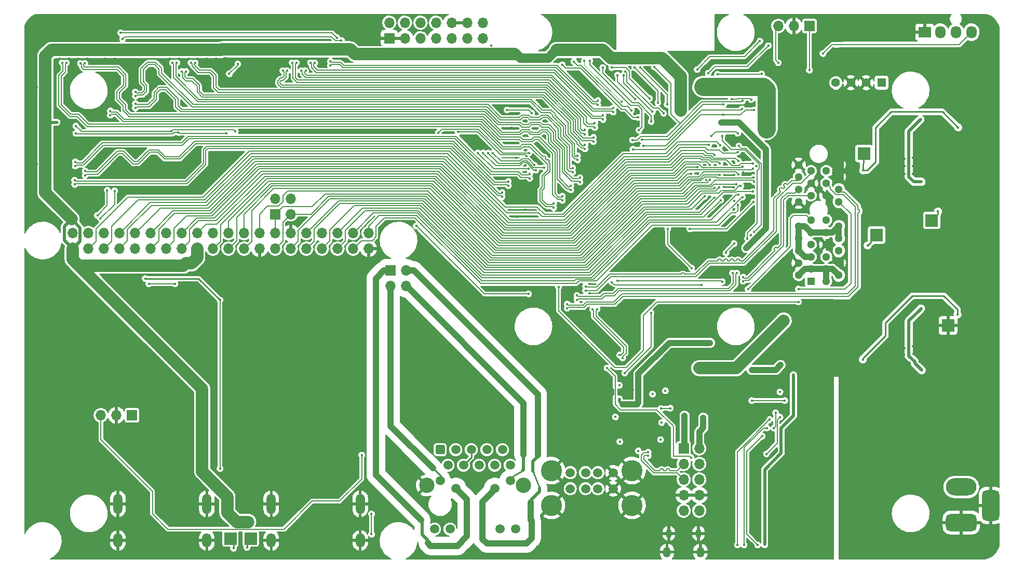
<source format=gbr>
G04 #@! TF.GenerationSoftware,KiCad,Pcbnew,5.99.0-unknown-dbcb1ecdb~104~ubuntu20.04.1*
G04 #@! TF.CreationDate,2020-10-26T15:19:45-05:00*
G04 #@! TF.ProjectId,CM4IOv5,434d3449-4f76-4352-9e6b-696361645f70,rev?*
G04 #@! TF.SameCoordinates,Original*
G04 #@! TF.FileFunction,Copper,L4,Bot*
G04 #@! TF.FilePolarity,Positive*
%FSLAX46Y46*%
G04 Gerber Fmt 4.6, Leading zero omitted, Abs format (unit mm)*
G04 Created by KiCad (PCBNEW 5.99.0-unknown-dbcb1ecdb~104~ubuntu20.04.1) date 2020-10-26 15:19:45*
%MOMM*%
%LPD*%
G01*
G04 APERTURE LIST*
G04 Aperture macros list*
%AMRoundRect*
0 Rectangle with rounded corners*
0 $1 Rounding radius*
0 $2 $3 $4 $5 $6 $7 $8 $9 X,Y pos of 4 corners*
0 Add a 4 corners polygon primitive as box body*
4,1,4,$2,$3,$4,$5,$6,$7,$8,$9,$2,$3,0*
0 Add four circle primitives for the rounded corners*
1,1,$1+$1,$2,$3,0*
1,1,$1+$1,$4,$5,0*
1,1,$1+$1,$6,$7,0*
1,1,$1+$1,$8,$9,0*
0 Add four rect primitives between the rounded corners*
20,1,$1+$1,$2,$3,$4,$5,0*
20,1,$1+$1,$4,$5,$6,$7,0*
20,1,$1+$1,$6,$7,$8,$9,0*
20,1,$1+$1,$8,$9,$2,$3,0*%
G04 Aperture macros list end*
G04 #@! TA.AperFunction,ComponentPad*
%ADD10R,1.700000X1.700000*%
G04 #@! TD*
G04 #@! TA.AperFunction,ComponentPad*
%ADD11O,1.700000X1.700000*%
G04 #@! TD*
G04 #@! TA.AperFunction,ComponentPad*
%ADD12O,1.300000X1.700000*%
G04 #@! TD*
G04 #@! TA.AperFunction,ComponentPad*
%ADD13O,1.000000X1.400000*%
G04 #@! TD*
G04 #@! TA.AperFunction,ComponentPad*
%ADD14O,5.000000X2.800000*%
G04 #@! TD*
G04 #@! TA.AperFunction,ComponentPad*
%ADD15RoundRect,0.700000X1.800000X-0.700000X1.800000X0.700000X-1.800000X0.700000X-1.800000X-0.700000X0*%
G04 #@! TD*
G04 #@! TA.AperFunction,ComponentPad*
%ADD16RoundRect,0.700000X0.700000X-1.800000X0.700000X1.800000X-0.700000X1.800000X-0.700000X-1.800000X0*%
G04 #@! TD*
G04 #@! TA.AperFunction,ComponentPad*
%ADD17RoundRect,0.250500X-0.499500X-0.499500X0.499500X-0.499500X0.499500X0.499500X-0.499500X0.499500X0*%
G04 #@! TD*
G04 #@! TA.AperFunction,ComponentPad*
%ADD18C,1.500000*%
G04 #@! TD*
G04 #@! TA.AperFunction,ComponentPad*
%ADD19C,2.500000*%
G04 #@! TD*
G04 #@! TA.AperFunction,ComponentPad*
%ADD20O,1.500000X3.300000*%
G04 #@! TD*
G04 #@! TA.AperFunction,ComponentPad*
%ADD21O,1.500000X2.300000*%
G04 #@! TD*
G04 #@! TA.AperFunction,ComponentPad*
%ADD22C,3.450000*%
G04 #@! TD*
G04 #@! TA.AperFunction,ComponentPad*
%ADD23R,2.030000X1.730000*%
G04 #@! TD*
G04 #@! TA.AperFunction,ComponentPad*
%ADD24O,1.730000X2.030000*%
G04 #@! TD*
G04 #@! TA.AperFunction,ComponentPad*
%ADD25C,0.500000*%
G04 #@! TD*
G04 #@! TA.AperFunction,SMDPad,CuDef*
%ADD26R,4.400000X1.800000*%
G04 #@! TD*
G04 #@! TA.AperFunction,ComponentPad*
%ADD27R,1.408000X1.408000*%
G04 #@! TD*
G04 #@! TA.AperFunction,ComponentPad*
%ADD28C,1.408000*%
G04 #@! TD*
G04 #@! TA.AperFunction,ComponentPad*
%ADD29R,1.300000X1.300000*%
G04 #@! TD*
G04 #@! TA.AperFunction,ComponentPad*
%ADD30C,1.300000*%
G04 #@! TD*
G04 #@! TA.AperFunction,SMDPad,CuDef*
%ADD31R,2.000000X2.000000*%
G04 #@! TD*
G04 #@! TA.AperFunction,ViaPad*
%ADD32C,0.450000*%
G04 #@! TD*
G04 #@! TA.AperFunction,Conductor*
%ADD33C,0.500000*%
G04 #@! TD*
G04 #@! TA.AperFunction,Conductor*
%ADD34C,0.130000*%
G04 #@! TD*
G04 #@! TA.AperFunction,Conductor*
%ADD35C,0.230000*%
G04 #@! TD*
G04 #@! TA.AperFunction,Conductor*
%ADD36C,1.000000*%
G04 #@! TD*
G04 #@! TA.AperFunction,Conductor*
%ADD37C,0.127000*%
G04 #@! TD*
G04 #@! TA.AperFunction,Conductor*
%ADD38C,0.700000*%
G04 #@! TD*
G04 #@! TA.AperFunction,Conductor*
%ADD39C,0.147000*%
G04 #@! TD*
G04 #@! TA.AperFunction,Conductor*
%ADD40C,2.000000*%
G04 #@! TD*
G04 #@! TA.AperFunction,Conductor*
%ADD41C,1.500000*%
G04 #@! TD*
G04 #@! TA.AperFunction,Conductor*
%ADD42C,0.100000*%
G04 #@! TD*
G04 #@! TA.AperFunction,Conductor*
%ADD43C,3.000000*%
G04 #@! TD*
G04 #@! TA.AperFunction,Conductor*
%ADD44C,0.200000*%
G04 #@! TD*
G04 #@! TA.AperFunction,Conductor*
%ADD45C,0.254000*%
G04 #@! TD*
G04 APERTURE END LIST*
D10*
X97040000Y-136000000D03*
D11*
X94500000Y-136000000D03*
X91960000Y-136000000D03*
D10*
X87370000Y-108820000D03*
D11*
X87370000Y-106280000D03*
X89910000Y-108820000D03*
X89910000Y-106280000D03*
X92450000Y-108820000D03*
X92450000Y-106280000D03*
X94990000Y-108820000D03*
X94990000Y-106280000D03*
X97530000Y-108820000D03*
X97530000Y-106280000D03*
X100070000Y-108820000D03*
X100070000Y-106280000D03*
X102610000Y-108820000D03*
X102610000Y-106280000D03*
X105150000Y-108820000D03*
X105150000Y-106280000D03*
X107690000Y-108820000D03*
X107690000Y-106280000D03*
X110230000Y-108820000D03*
X110230000Y-106280000D03*
X112770000Y-108820000D03*
X112770000Y-106280000D03*
X115310000Y-108820000D03*
X115310000Y-106280000D03*
X117850000Y-108820000D03*
X117850000Y-106280000D03*
X120390000Y-108820000D03*
X120390000Y-106280000D03*
X122930000Y-108820000D03*
X122930000Y-106280000D03*
X125470000Y-108820000D03*
X125470000Y-106280000D03*
X128010000Y-108820000D03*
X128010000Y-106280000D03*
X130550000Y-108820000D03*
X130550000Y-106280000D03*
X133090000Y-108820000D03*
X133090000Y-106280000D03*
X135630000Y-108820000D03*
X135630000Y-106280000D03*
D10*
X187000000Y-141400000D03*
D11*
X189540000Y-141400000D03*
X187000000Y-143940000D03*
X189540000Y-143940000D03*
X187000000Y-146480000D03*
X189540000Y-146480000D03*
X187000000Y-149020000D03*
X189540000Y-149020000D03*
X187000000Y-151560000D03*
X189540000Y-151560000D03*
D10*
X139230000Y-112370000D03*
D11*
X141770000Y-112370000D03*
X139230000Y-114910000D03*
X141770000Y-114910000D03*
D12*
X189725000Y-158300000D03*
D13*
X184575000Y-155270000D03*
D12*
X184275000Y-158300000D03*
D13*
X189425000Y-155270000D03*
D14*
X232250000Y-147700000D03*
D15*
X232250000Y-153500000D03*
D16*
X237050000Y-150700000D03*
D17*
X147285000Y-141610000D03*
D18*
X148555000Y-144150000D03*
X149825000Y-141610000D03*
X151095000Y-144150000D03*
X152365000Y-141610000D03*
X153635000Y-144150000D03*
X154905000Y-141610000D03*
X156175000Y-144150000D03*
X157445000Y-141610000D03*
X158715000Y-144150000D03*
X147285000Y-146670000D03*
X149825000Y-147940000D03*
X156175000Y-147940000D03*
X158715000Y-146670000D03*
X146370000Y-154560000D03*
X148910000Y-154560000D03*
X157090000Y-154560000D03*
X159630000Y-154560000D03*
D19*
X145125000Y-147450000D03*
X160875000Y-147450000D03*
D20*
X134250000Y-150450000D03*
X119750000Y-150450000D03*
D21*
X119750000Y-156410000D03*
X134250000Y-156410000D03*
D20*
X109250000Y-150450000D03*
X94750000Y-150450000D03*
D21*
X94750000Y-156410000D03*
X109250000Y-156410000D03*
D18*
X168500000Y-145370000D03*
X171000000Y-145370000D03*
X173000000Y-145370000D03*
X175500000Y-145370000D03*
X168500000Y-147990000D03*
X171000000Y-147990000D03*
X173000000Y-147990000D03*
X175500000Y-147990000D03*
D22*
X165430000Y-150700000D03*
X178570000Y-150700000D03*
X165430000Y-145020000D03*
X178570000Y-145020000D03*
D23*
X226300000Y-73500000D03*
D24*
X228840000Y-73500000D03*
X231380000Y-73500000D03*
X233920000Y-73500000D03*
D25*
X229050000Y-96000000D03*
X226450000Y-96000000D03*
X230350000Y-96000000D03*
X229050000Y-94700000D03*
D26*
X228400000Y-95350000D03*
D25*
X227750000Y-96000000D03*
X226450000Y-94700000D03*
X227750000Y-94700000D03*
X230350000Y-94700000D03*
D27*
X219250000Y-81750000D03*
D28*
X216750000Y-81750000D03*
X214250000Y-81750000D03*
X211750000Y-81750000D03*
D10*
X120400000Y-103200000D03*
D11*
X120400000Y-100660000D03*
X122940000Y-103200000D03*
X122940000Y-100660000D03*
D10*
X139000000Y-74500000D03*
D11*
X139000000Y-71960000D03*
X141540000Y-74500000D03*
X141540000Y-71960000D03*
X144080000Y-74500000D03*
X144080000Y-71960000D03*
X146620000Y-74500000D03*
X146620000Y-71960000D03*
X149160000Y-74500000D03*
X149160000Y-71960000D03*
X151700000Y-74500000D03*
X151700000Y-71960000D03*
X154240000Y-74500000D03*
X154240000Y-71960000D03*
D10*
X207500000Y-72500000D03*
D11*
X204960000Y-72500000D03*
X202420000Y-72500000D03*
D25*
X229000000Y-126712500D03*
X226400000Y-126712500D03*
X230300000Y-126712500D03*
X229000000Y-125412500D03*
D26*
X228350000Y-126062500D03*
D25*
X227700000Y-126712500D03*
X226400000Y-125412500D03*
X227700000Y-125412500D03*
X230300000Y-125412500D03*
D29*
X207750000Y-114150000D03*
D30*
X205750000Y-113150000D03*
X207750000Y-112150000D03*
X205750000Y-111150000D03*
X207750000Y-110150000D03*
X205750000Y-109150000D03*
X207750000Y-108150000D03*
X205750000Y-107150000D03*
X207750000Y-106150000D03*
X205750000Y-105150000D03*
X207750000Y-104150000D03*
X205750000Y-101150000D03*
X207750000Y-100150000D03*
X205750000Y-99150000D03*
X207750000Y-98150000D03*
X205750000Y-97150000D03*
X207750000Y-96150000D03*
X205750000Y-95150000D03*
X210250000Y-114150000D03*
X212250000Y-113150000D03*
X210250000Y-112150000D03*
X212250000Y-111150000D03*
X210250000Y-110150000D03*
X212250000Y-109150000D03*
X210250000Y-108150000D03*
X212250000Y-107150000D03*
X210250000Y-106150000D03*
X212250000Y-105150000D03*
X210250000Y-104150000D03*
X212250000Y-101150000D03*
X210250000Y-100150000D03*
X212250000Y-99150000D03*
X210250000Y-98150000D03*
X212250000Y-97150000D03*
X210250000Y-96150000D03*
X212250000Y-95150000D03*
D31*
X218450000Y-106600000D03*
X227450000Y-104200000D03*
X230100000Y-121350000D03*
X216400000Y-93300000D03*
X116411606Y-156100000D03*
X113100000Y-156100000D03*
D32*
X117450000Y-72900000D03*
X224400000Y-124762500D03*
X232800000Y-126762500D03*
X233600000Y-127762500D03*
X232800000Y-125862500D03*
X232800000Y-127762500D03*
X233600000Y-128762500D03*
X232800000Y-128762500D03*
X223000000Y-127162500D03*
X233600000Y-125862500D03*
X232800000Y-124762500D03*
X231900000Y-125962500D03*
X231100000Y-125962500D03*
X233600000Y-124762500D03*
X233600000Y-123562500D03*
X232800000Y-123562500D03*
X223000000Y-125062500D03*
X223900000Y-127462500D03*
X225500000Y-124762500D03*
X225500000Y-127262500D03*
X222950000Y-126112500D03*
X231085000Y-127177500D03*
X224450000Y-126012500D03*
X231115000Y-124947500D03*
X233600000Y-126862500D03*
X204900000Y-138400000D03*
X213150000Y-134200000D03*
X193680000Y-157550000D03*
X224400000Y-95350000D03*
X230250000Y-132162500D03*
X226500000Y-132912500D03*
X226500000Y-131062500D03*
X230250000Y-131112500D03*
X230250000Y-130312500D03*
X226500000Y-132212500D03*
X230250000Y-132962500D03*
X226500000Y-130312500D03*
X223000000Y-128412500D03*
X167400000Y-118900000D03*
X169600000Y-95500000D03*
X175200000Y-115200000D03*
X193516744Y-98774022D03*
X207350000Y-156400000D03*
X175400000Y-131875000D03*
X124250000Y-80500000D03*
X161200000Y-90400000D03*
X107750000Y-77844990D03*
X158900000Y-89100000D03*
X96250000Y-74900000D03*
X169600000Y-96400000D03*
X170300000Y-114600000D03*
X141150000Y-134912500D03*
X159700000Y-94000000D03*
X193250000Y-133850000D03*
X93000000Y-122500000D03*
X129500000Y-151350000D03*
X224400000Y-94000000D03*
X106000000Y-151450000D03*
X88250000Y-77800000D03*
X169950000Y-78200000D03*
X122750000Y-80500000D03*
X130250000Y-77800000D03*
X187200000Y-105600000D03*
X192450000Y-71000000D03*
X171700000Y-116100000D03*
X232600000Y-95500000D03*
X125750000Y-77800000D03*
X110350000Y-133912500D03*
X221300000Y-94300000D03*
X156450000Y-132812500D03*
X178200000Y-79200000D03*
X220800000Y-112850000D03*
X103000000Y-148100000D03*
X193750000Y-146800000D03*
X198194979Y-103600000D03*
X208450000Y-158050000D03*
X236500000Y-122500000D03*
X171650000Y-90250000D03*
X208850000Y-146800000D03*
X101500000Y-148100000D03*
X209850000Y-85200000D03*
X182500000Y-131525000D03*
X225450000Y-125912500D03*
X98450000Y-147812500D03*
X106000000Y-148100000D03*
X106300000Y-79200000D03*
X192750000Y-79700000D03*
X194680000Y-155700000D03*
X169400000Y-98400000D03*
X91400000Y-104400000D03*
X121200000Y-80344990D03*
X112250000Y-79800000D03*
X123500000Y-151400000D03*
X223050000Y-98850000D03*
X177475000Y-137775000D03*
X179550000Y-92000000D03*
X162938528Y-86815411D03*
X172415000Y-126685000D03*
X101500000Y-157500000D03*
X97050000Y-84500000D03*
X94000000Y-72500000D03*
X169000000Y-117500000D03*
X179604000Y-139846000D03*
X191400000Y-158600000D03*
X204950000Y-115100000D03*
X176300000Y-125400000D03*
X190300000Y-95159958D03*
X224400000Y-98860010D03*
X171750000Y-89450000D03*
X226650000Y-101400000D03*
X144650000Y-131312500D03*
X178200000Y-126549990D03*
X195200000Y-96800000D03*
X166500000Y-101400000D03*
X85150000Y-79500000D03*
X159800000Y-103630010D03*
X121500000Y-72500000D03*
X86500000Y-157500000D03*
X86500000Y-72500000D03*
X168000000Y-78820010D03*
X173000000Y-137700000D03*
X164300655Y-102410010D03*
X226650000Y-99600000D03*
X103250000Y-77850000D03*
X181600000Y-143300000D03*
X167350000Y-117500000D03*
X180950000Y-131000000D03*
X198300000Y-98600000D03*
X183500000Y-85700000D03*
X173750000Y-84400000D03*
X168950000Y-116100000D03*
X126150000Y-79900000D03*
X159700000Y-91600000D03*
X178200000Y-88400000D03*
X175883000Y-135283000D03*
X225600000Y-96600000D03*
X171100000Y-97100000D03*
X213150000Y-139800000D03*
X131000000Y-148050000D03*
X231235000Y-96765000D03*
X175400000Y-132625000D03*
X193600000Y-100500000D03*
X223000000Y-96600000D03*
X236500000Y-132500000D03*
X167250000Y-115500000D03*
X98250000Y-86300000D03*
X226650000Y-100400000D03*
X232600000Y-94000000D03*
X236500000Y-77500000D03*
X190150000Y-79800000D03*
X81500000Y-72500000D03*
X94150000Y-87500000D03*
X214000000Y-155000000D03*
X131950000Y-143912500D03*
X123450000Y-143412500D03*
X152750000Y-157250000D03*
X167900000Y-100210010D03*
X171400000Y-118710010D03*
X181300000Y-79200000D03*
X209000000Y-72500000D03*
X198550000Y-142550000D03*
X225600000Y-95350000D03*
X128000000Y-151400000D03*
X81500000Y-152500000D03*
X123500000Y-148000000D03*
X225600000Y-94000000D03*
X197250000Y-105300000D03*
X109250000Y-77800000D03*
X156900000Y-99000000D03*
X114900000Y-151600000D03*
X112250000Y-77760009D03*
X161200000Y-100000000D03*
X149400000Y-137200000D03*
X164300000Y-88010010D03*
X87100000Y-89800000D03*
X233500000Y-94000000D03*
X161200000Y-98800000D03*
X162900000Y-98800000D03*
X121750000Y-146612500D03*
X94150000Y-85900000D03*
X195100000Y-90420010D03*
X161200000Y-97610010D03*
X206450000Y-117500000D03*
X197950000Y-106600000D03*
X196450000Y-112700000D03*
X174559486Y-133245488D03*
X88350000Y-90800000D03*
X110750000Y-77800000D03*
X233500000Y-98000000D03*
X114800000Y-148300000D03*
X126600000Y-119700000D03*
X210900000Y-158750000D03*
X115600000Y-138800000D03*
X98500000Y-151400000D03*
X196825453Y-91936823D03*
X199700000Y-75800000D03*
X200900000Y-138700000D03*
X175350000Y-71100000D03*
X236500000Y-112500000D03*
X161200000Y-102500000D03*
X87050000Y-97250000D03*
X180900000Y-87800000D03*
X203900000Y-127600000D03*
X174600000Y-87850000D03*
X107285000Y-123415000D03*
X198219139Y-100361721D03*
X194350000Y-113300000D03*
X171650000Y-114600000D03*
X166000000Y-71150000D03*
X196700000Y-96400000D03*
X178400000Y-125530032D03*
X112350000Y-142112500D03*
X220800000Y-113650000D03*
X173350000Y-89200000D03*
X174600000Y-87150000D03*
X209000000Y-132500000D03*
X90050000Y-97200000D03*
X131000000Y-151350000D03*
X90050000Y-95700000D03*
X162901867Y-93992530D03*
X124250000Y-77800000D03*
X193950000Y-108300000D03*
X182800000Y-86500000D03*
X89750000Y-77800000D03*
X223900000Y-128410010D03*
X94250000Y-77800000D03*
X92250000Y-99200000D03*
X191950000Y-76800000D03*
X225600000Y-98860010D03*
X173600000Y-118700000D03*
X125750000Y-79100000D03*
X164300000Y-90410010D03*
X81500000Y-130000000D03*
X129500000Y-148050000D03*
X104000000Y-72500000D03*
X173200000Y-88150000D03*
X232600000Y-98000000D03*
X151600000Y-137800000D03*
X173100000Y-91400000D03*
X183400000Y-137900000D03*
X237000000Y-142000000D03*
X106450000Y-137512500D03*
X196700000Y-102200000D03*
X154650000Y-121312500D03*
X200650000Y-80300000D03*
X162900000Y-103569990D03*
X224400000Y-96600000D03*
X175350000Y-72500000D03*
X161200000Y-95200000D03*
X162900000Y-91600000D03*
X176500000Y-157500000D03*
X185800000Y-136300000D03*
X233500000Y-99000000D03*
X208950000Y-139800000D03*
X174360000Y-141410000D03*
X231215000Y-93885000D03*
X112950000Y-131412500D03*
X214000000Y-157500000D03*
X193250000Y-135750000D03*
X161650000Y-127712500D03*
X127250000Y-77800000D03*
X106350000Y-80500000D03*
X104750000Y-79200000D03*
X161150000Y-115600000D03*
X196732552Y-94390137D03*
X85250000Y-77800000D03*
X173800000Y-85250000D03*
X236500000Y-157500000D03*
X81500000Y-102500000D03*
X92900000Y-87500000D03*
X169300000Y-99300000D03*
X183650000Y-105600000D03*
X88500000Y-97200000D03*
X127150000Y-139912500D03*
X234050000Y-145550000D03*
X87100000Y-98750000D03*
X193644988Y-92800000D03*
X104750000Y-80600000D03*
X94950000Y-99500000D03*
X233500000Y-95500000D03*
X99350000Y-145012500D03*
X176300000Y-127500000D03*
X159100000Y-124962500D03*
X122750000Y-77800000D03*
X129950000Y-128612500D03*
X161300000Y-96300000D03*
X183325000Y-131525000D03*
X173050000Y-90500000D03*
X88450000Y-94100000D03*
X222850000Y-136400000D03*
X179450000Y-86100000D03*
X114000000Y-72500000D03*
X175350000Y-73900000D03*
X154050000Y-130112500D03*
X157500000Y-85600000D03*
X134950000Y-141012500D03*
X230250000Y-99500000D03*
X121250000Y-77800000D03*
X193600000Y-105000000D03*
X171600000Y-92600000D03*
X183200000Y-140900000D03*
X154850000Y-115312500D03*
X187500000Y-131400000D03*
X88450000Y-98800000D03*
X181600000Y-131700000D03*
X172500000Y-78200000D03*
X81500000Y-95000000D03*
X112150000Y-116710010D03*
X195350000Y-112100000D03*
X81500000Y-142500000D03*
X146200000Y-89800000D03*
X232600000Y-99000000D03*
X213750000Y-85200000D03*
X104800000Y-90800000D03*
X225600000Y-129460010D03*
X117750000Y-128712500D03*
X224000000Y-157500000D03*
X107050000Y-147312500D03*
X182000000Y-142500000D03*
X87500000Y-88100000D03*
X171600000Y-91800000D03*
X236850000Y-94100000D03*
X200200000Y-140100000D03*
X182100000Y-84900000D03*
X195900000Y-131900000D03*
X196800000Y-93200000D03*
X195200000Y-94800000D03*
X104750000Y-77844990D03*
X179200000Y-90300000D03*
X126500000Y-151350000D03*
X197950000Y-157150000D03*
X149250000Y-126612500D03*
X199700000Y-142500000D03*
X131550000Y-135612500D03*
X162900000Y-101210010D03*
X155658314Y-75744990D03*
X187500000Y-129237500D03*
X182700000Y-119000000D03*
X223050000Y-97660010D03*
X178745999Y-131845999D03*
X155467559Y-137292894D03*
X122750000Y-79100000D03*
X177600000Y-139800000D03*
X206050000Y-158050000D03*
X124750000Y-128612500D03*
X155400000Y-139400000D03*
X166500000Y-102210010D03*
X170450000Y-94450000D03*
X184950000Y-76800000D03*
X167900000Y-101000000D03*
X114750000Y-89500000D03*
X131050000Y-74100000D03*
X230250000Y-101500000D03*
X118750000Y-135812500D03*
X195100000Y-103600000D03*
X170300000Y-93100000D03*
X182300000Y-158600000D03*
X103000000Y-90700000D03*
X198326926Y-96450546D03*
X164300000Y-85589990D03*
X230250000Y-102300000D03*
X192133781Y-95193358D03*
X187250000Y-76800000D03*
X154700000Y-92550000D03*
X230250000Y-100400000D03*
X174450000Y-85350000D03*
X148600000Y-89910010D03*
X88300000Y-79400000D03*
X213250000Y-146200000D03*
X221300000Y-96500000D03*
X207560000Y-144350000D03*
X154850000Y-116912500D03*
X103150000Y-79100000D03*
X149400000Y-139400000D03*
X86750000Y-77800000D03*
X201150000Y-156800000D03*
X174500000Y-79200000D03*
X103000000Y-151450000D03*
X170300000Y-116100000D03*
X162900000Y-99989990D03*
X226650000Y-102300000D03*
X114250000Y-77900000D03*
X175800000Y-87350000D03*
X189299680Y-96599671D03*
X96950000Y-82800000D03*
X181693000Y-137768000D03*
X236500000Y-72500000D03*
X231200000Y-95400000D03*
X201400000Y-137200000D03*
X161200000Y-88000000D03*
X166100000Y-74462500D03*
X159000000Y-97310010D03*
X181672000Y-135700000D03*
X162900000Y-89200000D03*
X128750000Y-77800000D03*
X195100000Y-85584990D03*
X233500000Y-92400000D03*
X221300000Y-95300000D03*
X87050000Y-91250000D03*
X134550000Y-123812500D03*
X94150000Y-74500000D03*
X81500000Y-82500000D03*
X104500000Y-148100000D03*
X110250000Y-144112500D03*
X223050000Y-95350000D03*
X99450000Y-115250000D03*
X159800000Y-86700000D03*
X87100000Y-94300000D03*
X205200000Y-77000000D03*
X92850000Y-85900000D03*
X101500000Y-151450000D03*
X109855000Y-118345000D03*
X125050000Y-135712500D03*
X233500000Y-96700000D03*
X192000000Y-92000000D03*
X232700000Y-92400000D03*
X161200000Y-85589990D03*
X108150000Y-78800000D03*
X223000000Y-129360010D03*
X171100000Y-98000000D03*
X196650000Y-114900000D03*
X103250000Y-140100000D03*
X177536000Y-135700000D03*
X175119153Y-92754991D03*
X170581263Y-143918737D03*
X162900000Y-97600000D03*
X232600000Y-96700000D03*
X81500000Y-115000000D03*
X193600000Y-96800000D03*
X92750000Y-77800000D03*
X128000000Y-148050000D03*
X155500000Y-92600000D03*
X234100000Y-144050000D03*
X220800000Y-112050000D03*
X163600000Y-157150000D03*
X86750000Y-79500000D03*
X161200000Y-92800000D03*
X126500000Y-148050000D03*
X128050000Y-72550000D03*
X164300000Y-92810010D03*
X191700000Y-136400000D03*
X98250000Y-82800000D03*
X87100000Y-95700000D03*
X157800000Y-101000000D03*
X189350000Y-76800000D03*
X124250000Y-79150000D03*
X91250000Y-77900000D03*
X198879990Y-95313931D03*
X170300000Y-117500000D03*
X191200000Y-100400000D03*
X175350000Y-75500000D03*
X153850000Y-92550000D03*
X195226569Y-101006627D03*
X175775000Y-141400000D03*
X202500000Y-77000000D03*
X104500000Y-151450000D03*
X88450000Y-95800000D03*
X143450000Y-105850000D03*
X98150000Y-84500000D03*
X193600000Y-94800000D03*
X174000000Y-127500000D03*
X159774984Y-101300004D03*
X196800000Y-90800000D03*
X209000000Y-122500000D03*
X223000000Y-94200000D03*
X179604000Y-135679000D03*
X190650063Y-97600882D03*
X168601867Y-118979990D03*
X195100000Y-92000000D03*
X121150000Y-79100000D03*
X220400000Y-135600000D03*
X198550000Y-144850000D03*
X195180800Y-98796776D03*
X189100000Y-111400000D03*
X224200000Y-129360010D03*
X153000000Y-137800000D03*
X105500000Y-85400000D03*
X196600000Y-101100000D03*
X192350000Y-75900000D03*
X157750000Y-98960010D03*
X87100000Y-92700000D03*
X106300000Y-77844990D03*
X96950000Y-86300000D03*
X127600000Y-79000000D03*
X195150000Y-102400000D03*
X181600000Y-139800000D03*
X195900000Y-130510010D03*
X104050000Y-114550000D03*
X99800000Y-114550000D03*
X225700000Y-118562500D03*
X225812500Y-128625000D03*
X216200000Y-126900000D03*
X217000000Y-108300000D03*
X231650000Y-119550000D03*
X228450000Y-102750000D03*
X157400000Y-100350000D03*
X87700000Y-98350000D03*
X87700000Y-97650000D03*
X157400000Y-99650000D03*
X89400000Y-96850000D03*
X158400000Y-98550000D03*
X158400000Y-97850000D03*
X89400000Y-96150000D03*
X161900000Y-97350000D03*
X87800000Y-95350000D03*
X87800000Y-94650000D03*
X161900000Y-96650000D03*
X177500000Y-79900000D03*
X189200000Y-79600000D03*
X94200000Y-99400000D03*
X95500000Y-74600000D03*
X199425000Y-74975000D03*
X131189949Y-74850000D03*
X183718779Y-86740611D03*
X91900000Y-103900000D03*
X93000000Y-99300000D03*
X91400000Y-103400000D03*
X191000000Y-80200000D03*
X177200000Y-80500000D03*
X95200000Y-73600000D03*
X200800000Y-75700000D03*
X181900000Y-86500000D03*
X130450000Y-74400000D03*
X168900000Y-95650000D03*
X97600000Y-83250000D03*
X168900000Y-96350000D03*
X97600000Y-83950000D03*
X170100000Y-97250000D03*
X97600000Y-85150000D03*
X97600000Y-85850000D03*
X170100000Y-97950000D03*
X89350000Y-78600000D03*
X168600000Y-98550000D03*
X88650000Y-78600000D03*
X168600000Y-99250000D03*
X167200000Y-100250000D03*
X93500000Y-86350000D03*
X167200000Y-100950000D03*
X93500000Y-87050000D03*
X165800000Y-101450000D03*
X86350000Y-78500000D03*
X165800000Y-102150000D03*
X85650000Y-78500000D03*
X103650000Y-78500000D03*
X169700000Y-94350000D03*
X169700000Y-93650000D03*
X104350000Y-78500000D03*
X105150000Y-79900000D03*
X170900000Y-92550000D03*
X170900000Y-91850000D03*
X105850000Y-79900000D03*
X106650000Y-78500000D03*
X172300000Y-91350000D03*
X107350000Y-78500000D03*
X172300000Y-90650000D03*
X173000000Y-84650000D03*
X129400000Y-78250000D03*
X173000000Y-85350000D03*
X129400000Y-78950000D03*
X126850000Y-78500000D03*
X175500000Y-85850000D03*
X175500000Y-86550000D03*
X126150000Y-78500000D03*
X125350000Y-79800000D03*
X173850000Y-87050000D03*
X124650000Y-79800000D03*
X173850000Y-87750000D03*
X123850000Y-78500000D03*
X172500000Y-88350000D03*
X123150000Y-78500000D03*
X172500000Y-89050000D03*
X170900000Y-89450000D03*
X122350000Y-79800000D03*
X170900000Y-90150000D03*
X121650000Y-79800000D03*
X201020010Y-136700000D03*
X195760000Y-157150000D03*
X202000000Y-135600000D03*
X201700000Y-138100000D03*
X200570010Y-138100000D03*
X196850000Y-157150000D03*
X199050000Y-157150000D03*
X199800000Y-139400000D03*
X196001924Y-92079994D03*
X198500000Y-106100000D03*
X200500000Y-142300000D03*
X202700000Y-132200000D03*
X202700000Y-136300000D03*
X192950000Y-91950000D03*
X191100000Y-91900000D03*
X192060347Y-93553326D03*
X195801924Y-93020006D03*
X195900000Y-94500000D03*
X192900000Y-94900000D03*
X198275038Y-94900000D03*
X191300000Y-95159967D03*
X189200000Y-95519989D03*
X196571159Y-95412331D03*
X198300000Y-95800000D03*
X188200000Y-96600000D03*
X192900000Y-96800000D03*
X195900000Y-96700000D03*
X191300000Y-97590984D03*
X198400000Y-97200000D03*
X198500000Y-97900000D03*
X192814650Y-98829922D03*
X190400000Y-100300000D03*
X196300000Y-98600000D03*
X192000000Y-100500000D03*
X198275018Y-99500000D03*
X195800000Y-101700000D03*
X195900000Y-100009990D03*
X196600000Y-100400000D03*
X155899999Y-93200001D03*
X162663238Y-95179940D03*
X155100000Y-93200000D03*
X164269990Y-95596020D03*
X154300000Y-93200000D03*
X162903625Y-96029406D03*
X153400000Y-93200000D03*
X161700000Y-95800000D03*
X174500000Y-128300000D03*
X188200000Y-142900000D03*
X181200000Y-142000000D03*
X181200000Y-142600000D03*
X209700000Y-77000000D03*
X161800000Y-93200000D03*
X147000000Y-89900000D03*
X158200000Y-86200000D03*
X162200000Y-86700000D03*
X150200000Y-89800000D03*
X161353008Y-93746992D03*
X195200000Y-108000000D03*
X193900000Y-109500000D03*
X180400000Y-92050000D03*
X196500000Y-86000000D03*
X181700000Y-119300000D03*
X177400000Y-129100000D03*
X193500000Y-85305009D03*
X188300000Y-112000000D03*
X184400000Y-105600000D03*
X180200000Y-91000000D03*
X177047488Y-126647488D03*
X172850000Y-118700000D03*
X172150000Y-118700000D03*
X176552512Y-126152512D03*
X115800000Y-157562500D03*
X113600000Y-157700000D03*
X183300000Y-134900000D03*
X184800000Y-134850000D03*
X207500000Y-79700000D03*
X193000000Y-100904756D03*
X176986750Y-134213250D03*
X191300000Y-124200000D03*
X96150000Y-76850000D03*
X179604000Y-141796000D03*
X176515500Y-131109500D03*
X184650000Y-124200000D03*
X202800000Y-127800000D03*
X105800000Y-111200000D03*
X179604000Y-133996000D03*
X183400000Y-137200000D03*
X195250000Y-88200000D03*
X197600000Y-108300000D03*
X193050000Y-88200000D03*
X132795001Y-76445001D03*
X176515500Y-133340500D03*
X198100000Y-128600000D03*
X184012500Y-132000000D03*
X114250000Y-76850000D03*
X187200000Y-86200000D03*
X186450000Y-86300000D03*
X183236290Y-139963710D03*
X84800000Y-88200000D03*
X197200000Y-108700000D03*
X116000000Y-153400000D03*
X183500000Y-77700000D03*
X181912500Y-132537500D03*
X175868000Y-136268000D03*
X176600000Y-140300000D03*
X200200000Y-144850000D03*
X200200000Y-157100000D03*
X204898661Y-129398661D03*
X189900000Y-114700000D03*
X175300000Y-114300000D03*
X194800000Y-84400000D03*
X181400000Y-84300000D03*
X198000000Y-84500000D03*
X175254910Y-79300000D03*
X195600000Y-98300000D03*
X192046881Y-98904712D03*
X197500000Y-115400000D03*
X193300000Y-114200000D03*
X176200000Y-114100000D03*
X196700000Y-114150000D03*
X169600000Y-116450000D03*
X194950000Y-112800000D03*
X196700000Y-113450000D03*
X169600000Y-117150000D03*
X195650000Y-112800000D03*
X171000000Y-115650000D03*
X171000000Y-114950000D03*
X205700000Y-117500000D03*
X166600000Y-115100000D03*
X205700000Y-115400000D03*
X168000000Y-117850000D03*
X168000000Y-118550000D03*
X198400000Y-101200000D03*
X136100000Y-155400000D03*
X188000000Y-105600000D03*
X136100000Y-152100000D03*
X225600000Y-87750000D03*
X225750000Y-97900000D03*
X190200000Y-136400000D03*
X189700000Y-138550000D03*
X187125000Y-138425000D03*
X187125000Y-136075000D03*
X112400000Y-90000000D03*
X104575000Y-89875000D03*
X87900000Y-90000000D03*
X112900000Y-80300000D03*
X87900000Y-88800000D03*
X113900000Y-89700000D03*
X103498133Y-89679990D03*
X114300000Y-78700000D03*
X179050000Y-84400000D03*
X176200000Y-80500000D03*
X178450000Y-86250000D03*
X169100000Y-78300000D03*
X171700000Y-78200000D03*
X179700000Y-89500000D03*
X182800000Y-85000000D03*
X179000000Y-79300000D03*
X179900000Y-79300000D03*
X184300000Y-85300000D03*
X193500000Y-87000000D03*
X198500000Y-86200000D03*
X178700000Y-92600000D03*
X134500000Y-142500000D03*
X199700000Y-80300000D03*
X192500000Y-80400000D03*
X167200000Y-78820010D03*
X179550000Y-87400000D03*
X170800000Y-78200000D03*
X176850000Y-84850000D03*
X191050000Y-81700000D03*
X189300000Y-127650000D03*
X190150000Y-81300000D03*
X203300000Y-121200000D03*
X191050000Y-82900000D03*
X200550000Y-88400000D03*
X216250000Y-96050000D03*
X111400000Y-117200000D03*
X202650000Y-120800000D03*
X203950000Y-120950000D03*
X231750000Y-89050000D03*
X201400000Y-89200000D03*
X200500000Y-89300000D03*
X189350000Y-129050000D03*
X201350000Y-88200000D03*
X99200000Y-113700000D03*
X190150000Y-82400000D03*
X190150000Y-83500000D03*
X200500000Y-85700000D03*
X189550000Y-128300000D03*
X111400000Y-144700000D03*
X203300000Y-120550000D03*
X200850000Y-90000000D03*
X161700000Y-116200000D03*
X182200000Y-79200000D03*
X196600000Y-84720010D03*
X143400000Y-105100000D03*
X178650000Y-91100000D03*
X173800000Y-79300000D03*
X181700000Y-88100000D03*
X195800000Y-90000000D03*
X191550000Y-90450000D03*
X202400000Y-78500000D03*
X193300000Y-90400000D03*
X198100000Y-133600000D03*
X197400000Y-107200000D03*
X203479990Y-133600000D03*
D33*
X182500000Y-131525000D02*
X183325000Y-131525000D01*
X175400000Y-131875000D02*
X175400000Y-132625000D01*
X227100000Y-101050000D02*
X227099998Y-101050000D01*
D34*
X99800000Y-114550000D02*
X104050000Y-114550000D01*
D35*
X152365000Y-142880000D02*
X151095000Y-144150000D01*
X152365000Y-141610000D02*
X152365000Y-142880000D01*
D33*
X223700000Y-120600000D02*
X223700000Y-126300000D01*
X223700000Y-126300000D02*
X224700000Y-127300000D01*
X224700000Y-127550000D02*
X225812500Y-128662500D01*
X225700000Y-118600000D02*
X223700000Y-120600000D01*
X224700000Y-127300000D02*
X224700000Y-127550000D01*
D36*
X206750000Y-110150000D02*
X205750000Y-109150000D01*
D35*
X231650000Y-118750000D02*
X229400000Y-116500000D01*
D36*
X206750000Y-105150000D02*
X207750000Y-106150000D01*
D35*
X229400000Y-116500000D02*
X224300000Y-116500000D01*
D36*
X212250000Y-107150000D02*
X212250000Y-105150000D01*
X211250000Y-106150000D02*
X212250000Y-105150000D01*
D35*
X216200000Y-126700000D02*
X216200000Y-126900000D01*
X217500000Y-107800000D02*
X217000000Y-108300000D01*
X219900000Y-120900000D02*
X219900000Y-123000000D01*
X217500000Y-107500000D02*
X217500000Y-107800000D01*
D36*
X205750000Y-109150000D02*
X205750000Y-105150000D01*
D35*
X224300000Y-116500000D02*
X219900000Y-120900000D01*
X231650000Y-119550000D02*
X231650000Y-118750000D01*
D36*
X210250000Y-106150000D02*
X211250000Y-106150000D01*
D35*
X219900000Y-123000000D02*
X216200000Y-126700000D01*
D36*
X207750000Y-106150000D02*
X210250000Y-106150000D01*
X205750000Y-105150000D02*
X206750000Y-105150000D01*
X207750000Y-110150000D02*
X206750000Y-110150000D01*
X205750000Y-113150000D02*
X206750000Y-112150000D01*
X210250000Y-112150000D02*
X211250000Y-112150000D01*
X207750000Y-112150000D02*
X210250000Y-112150000D01*
X210250000Y-114150000D02*
X210250000Y-112150000D01*
D35*
X228450000Y-102750000D02*
X228450000Y-103200000D01*
D36*
X211250000Y-112150000D02*
X212250000Y-113150000D01*
X206750000Y-112150000D02*
X207750000Y-112150000D01*
D37*
X156721298Y-100190000D02*
X157240000Y-100190000D01*
X105978702Y-98190000D02*
X109090000Y-95078702D01*
X149021298Y-92490000D02*
X156721298Y-100190000D01*
X109378702Y-92490000D02*
X149021298Y-92490000D01*
X87700000Y-98350000D02*
X87860000Y-98190000D01*
X157240000Y-100190000D02*
X157400000Y-100350000D01*
X87860000Y-98190000D02*
X105978702Y-98190000D01*
X109090000Y-95078702D02*
X109090000Y-92778702D01*
X109090000Y-92778702D02*
X109378702Y-92490000D01*
X108710000Y-92621298D02*
X109221298Y-92110000D01*
X109221298Y-92110000D02*
X149178702Y-92110000D01*
X105821298Y-97810000D02*
X108710000Y-94921298D01*
X149178702Y-92110000D02*
X156878702Y-99810000D01*
X87700000Y-97650000D02*
X87860000Y-97810000D01*
X157240000Y-99810000D02*
X157400000Y-99650000D01*
X87860000Y-97810000D02*
X105821298Y-97810000D01*
X108710000Y-94921298D02*
X108710000Y-92621298D01*
X156878702Y-99810000D02*
X157240000Y-99810000D01*
X95521298Y-93290000D02*
X94828702Y-93290000D01*
X149321298Y-91690000D02*
X107428702Y-91690000D01*
X107428702Y-91690000D02*
X104928702Y-94190000D01*
X158240000Y-98390000D02*
X156021298Y-98390000D01*
X98078702Y-94990000D02*
X97221298Y-94990000D01*
X104928702Y-94190000D02*
X102321298Y-94190000D01*
X89560000Y-96690000D02*
X89400000Y-96850000D01*
X94828702Y-93290000D02*
X91428702Y-96690000D01*
X101221298Y-93090000D02*
X99978702Y-93090000D01*
X99978702Y-93090000D02*
X98078702Y-94990000D01*
X97221298Y-94990000D02*
X95521298Y-93290000D01*
X102321298Y-94190000D02*
X101221298Y-93090000D01*
X156021298Y-98390000D02*
X149321298Y-91690000D01*
X158400000Y-98550000D02*
X158240000Y-98390000D01*
X91428702Y-96690000D02*
X89560000Y-96690000D01*
X158400000Y-97850000D02*
X158240000Y-98010000D01*
X102478702Y-93810000D02*
X101378702Y-92710000D01*
X97921298Y-94610000D02*
X97378702Y-94610000D01*
X97378702Y-94610000D02*
X95678702Y-92910000D01*
X156178702Y-98010000D02*
X149478702Y-91310000D01*
X89560000Y-96310000D02*
X89400000Y-96150000D01*
X107271298Y-91310000D02*
X104771298Y-93810000D01*
X149478702Y-91310000D02*
X107271298Y-91310000D01*
X158240000Y-98010000D02*
X156178702Y-98010000D01*
X91271298Y-96310000D02*
X89560000Y-96310000D01*
X104771298Y-93810000D02*
X102478702Y-93810000D01*
X99821298Y-92710000D02*
X97921298Y-94610000D01*
X101378702Y-92710000D02*
X99821298Y-92710000D01*
X94671298Y-92910000D02*
X91271298Y-96310000D01*
X95678702Y-92910000D02*
X94671298Y-92910000D01*
X89128702Y-95190000D02*
X92378702Y-91940000D01*
X87800000Y-95350000D02*
X87960000Y-95190000D01*
X155521298Y-96690000D02*
X159921298Y-96690000D01*
X87960000Y-95190000D02*
X89128702Y-95190000D01*
X159921298Y-96690000D02*
X160421298Y-97190000D01*
X105278702Y-91940000D02*
X106328702Y-90890000D01*
X161740000Y-97190000D02*
X161900000Y-97350000D01*
X92378702Y-91940000D02*
X105278702Y-91940000D01*
X106328702Y-90890000D02*
X149721298Y-90890000D01*
X160421298Y-97190000D02*
X161740000Y-97190000D01*
X149721298Y-90890000D02*
X155521298Y-96690000D01*
X87960000Y-94810000D02*
X88971298Y-94810000D01*
X88971298Y-94810000D02*
X92221298Y-91560000D01*
X160078702Y-96310000D02*
X160578702Y-96810000D01*
X87800000Y-94650000D02*
X87960000Y-94810000D01*
X106171298Y-90510000D02*
X149878702Y-90510000D01*
X161740000Y-96810000D02*
X161900000Y-96650000D01*
X105121298Y-91560000D02*
X106171298Y-90510000D01*
X92221298Y-91560000D02*
X105121298Y-91560000D01*
X149878702Y-90510000D02*
X155678702Y-96310000D01*
X160578702Y-96810000D02*
X161740000Y-96810000D01*
X155678702Y-96310000D02*
X160078702Y-96310000D01*
D34*
X177500000Y-79900000D02*
X177724999Y-80124999D01*
X177724999Y-80124999D02*
X177724999Y-81624999D01*
X94200000Y-99400000D02*
X94200000Y-101600000D01*
X182000000Y-85900000D02*
X182878168Y-85900000D01*
X191300000Y-77500000D02*
X189200000Y-79600000D01*
X131139949Y-74900000D02*
X131189949Y-74850000D01*
X94200000Y-101600000D02*
X91900000Y-103900000D01*
X199425000Y-74975000D02*
X196900000Y-77500000D01*
X196900000Y-77500000D02*
X191300000Y-77500000D01*
X182878168Y-85900000D02*
X183718779Y-86740611D01*
X129575845Y-74251144D02*
X130224701Y-74900000D01*
X95848856Y-74251144D02*
X95500000Y-74600000D01*
X177724999Y-81624999D02*
X182000000Y-85900000D01*
X130224701Y-74900000D02*
X131139949Y-74900000D01*
X95848856Y-74251144D02*
X129575845Y-74251144D01*
X191000000Y-80200000D02*
X192100000Y-79100000D01*
X177200000Y-80500000D02*
X177200000Y-81800000D01*
X192100000Y-79100000D02*
X197400000Y-79100000D01*
X197400000Y-79100000D02*
X200800000Y-75700000D01*
X95200000Y-73600000D02*
X129650000Y-73600000D01*
X129650000Y-73600000D02*
X130450000Y-74400000D01*
X177200000Y-81800000D02*
X181900000Y-86500000D01*
X91400000Y-103400000D02*
X93000000Y-101800000D01*
X93000000Y-101800000D02*
X93000000Y-99300000D01*
D37*
X99060000Y-83021298D02*
X98671298Y-83410000D01*
X163821298Y-87010000D02*
X163421298Y-87410000D01*
X99571298Y-78410000D02*
X98510000Y-79471298D01*
X100878702Y-78410000D02*
X99571298Y-78410000D01*
X97760000Y-83410000D02*
X97600000Y-83250000D01*
X164878702Y-87010000D02*
X163821298Y-87010000D01*
X98671298Y-83410000D02*
X97760000Y-83410000D01*
X161678702Y-87010000D02*
X160621298Y-87010000D01*
X98510000Y-79471298D02*
X98510000Y-81728702D01*
X166940000Y-90571298D02*
X166940000Y-89071298D01*
X166940000Y-89071298D02*
X164878702Y-87010000D01*
X163421298Y-87410000D02*
X162078702Y-87410000D01*
X162078702Y-87410000D02*
X161678702Y-87010000D01*
X99060000Y-82278702D02*
X99060000Y-83021298D01*
X160621298Y-87010000D02*
X160221298Y-87410000D01*
X155078702Y-85310000D02*
X106978702Y-85310000D01*
X168900000Y-95650000D02*
X168740000Y-95810000D01*
X168740000Y-95810000D02*
X168478702Y-95810000D01*
X168390000Y-92021298D02*
X166940000Y-90571298D01*
X106978702Y-85310000D02*
X101840000Y-80171298D01*
X98510000Y-81728702D02*
X99060000Y-82278702D01*
X157178702Y-87410000D02*
X155078702Y-85310000D01*
X101840000Y-80171298D02*
X101840000Y-79371298D01*
X101840000Y-79371298D02*
X100878702Y-78410000D01*
X160221298Y-87410000D02*
X157178702Y-87410000D01*
X168478702Y-95810000D02*
X168390000Y-95721298D01*
X168390000Y-95721298D02*
X168390000Y-92021298D01*
X97760000Y-83790000D02*
X97600000Y-83950000D01*
X98890000Y-81571298D02*
X99440000Y-82121298D01*
X168010000Y-92178702D02*
X166560000Y-90728702D01*
X161521298Y-87390000D02*
X160778702Y-87390000D01*
X168010000Y-95878702D02*
X168010000Y-92178702D01*
X160778702Y-87390000D02*
X160378702Y-87790000D01*
X168740000Y-96190000D02*
X168321298Y-96190000D01*
X168321298Y-96190000D02*
X168010000Y-95878702D01*
X101460000Y-79528702D02*
X100721298Y-78790000D01*
X99440000Y-82121298D02*
X99440000Y-83178702D01*
X163978702Y-87390000D02*
X163578702Y-87790000D01*
X99728702Y-78790000D02*
X98890000Y-79628702D01*
X98890000Y-79628702D02*
X98890000Y-81571298D01*
X100721298Y-78790000D02*
X99728702Y-78790000D01*
X160378702Y-87790000D02*
X157021298Y-87790000D01*
X161921298Y-87790000D02*
X161521298Y-87390000D01*
X166560000Y-90728702D02*
X166560000Y-89228702D01*
X154921298Y-85690000D02*
X106821298Y-85690000D01*
X98828702Y-83790000D02*
X97760000Y-83790000D01*
X168900000Y-96350000D02*
X168740000Y-96190000D01*
X157021298Y-87790000D02*
X154921298Y-85690000D01*
X164721298Y-87390000D02*
X163978702Y-87390000D01*
X99440000Y-83178702D02*
X98828702Y-83790000D01*
X163578702Y-87790000D02*
X161921298Y-87790000D01*
X106821298Y-85690000D02*
X101460000Y-80328702D01*
X101460000Y-80328702D02*
X101460000Y-79528702D01*
X166560000Y-89228702D02*
X164721298Y-87390000D01*
X100660000Y-83321298D02*
X100660000Y-84321298D01*
X166140000Y-89671298D02*
X165078702Y-88610000D01*
X104540000Y-85521298D02*
X104540000Y-84321298D01*
X165078702Y-88610000D02*
X163978702Y-88610000D01*
X167590000Y-92371298D02*
X166140000Y-90921298D01*
X167590000Y-96121298D02*
X167590000Y-92371298D01*
X154778702Y-86110000D02*
X105128702Y-86110000D01*
X101471298Y-82510000D02*
X100660000Y-83321298D01*
X169940000Y-97410000D02*
X168878702Y-97410000D01*
X168878702Y-97410000D02*
X167590000Y-96121298D01*
X105128702Y-86110000D02*
X104540000Y-85521298D01*
X156878702Y-88210000D02*
X154778702Y-86110000D01*
X161621298Y-88610000D02*
X160778702Y-88610000D01*
X99671298Y-85310000D02*
X97760000Y-85310000D01*
X160378702Y-88210000D02*
X156878702Y-88210000D01*
X163978702Y-88610000D02*
X163578702Y-88210000D01*
X97760000Y-85310000D02*
X97600000Y-85150000D01*
X162021298Y-88210000D02*
X161621298Y-88610000D01*
X102728702Y-82510000D02*
X101471298Y-82510000D01*
X163578702Y-88210000D02*
X162021298Y-88210000D01*
X100660000Y-84321298D02*
X99671298Y-85310000D01*
X166140000Y-90921298D02*
X166140000Y-89671298D01*
X104540000Y-84321298D02*
X102728702Y-82510000D01*
X160778702Y-88610000D02*
X160378702Y-88210000D01*
X170100000Y-97250000D02*
X169940000Y-97410000D01*
X170100000Y-97950000D02*
X169940000Y-97790000D01*
X97760000Y-85690000D02*
X97600000Y-85850000D01*
X104971298Y-86490000D02*
X104160000Y-85678702D01*
X104160000Y-85678702D02*
X104160000Y-84478702D01*
X156721298Y-88590000D02*
X154621298Y-86490000D01*
X163821298Y-88990000D02*
X163421298Y-88590000D01*
X167210000Y-92528702D02*
X165760000Y-91078702D01*
X168721298Y-97790000D02*
X167210000Y-96278702D01*
X165760000Y-91078702D02*
X165760000Y-89828702D01*
X161778702Y-88990000D02*
X160621298Y-88990000D01*
X101040000Y-84478702D02*
X99828702Y-85690000D01*
X101040000Y-83478702D02*
X101040000Y-84478702D01*
X104160000Y-84478702D02*
X102571298Y-82890000D01*
X102571298Y-82890000D02*
X101628702Y-82890000D01*
X154621298Y-86490000D02*
X104971298Y-86490000D01*
X167210000Y-96278702D02*
X167210000Y-92528702D01*
X162178702Y-88590000D02*
X161778702Y-88990000D01*
X160621298Y-88990000D02*
X160221298Y-88590000D01*
X165760000Y-89828702D02*
X164921298Y-88990000D01*
X99828702Y-85690000D02*
X97760000Y-85690000D01*
X160221298Y-88590000D02*
X156721298Y-88590000D01*
X164921298Y-88990000D02*
X163821298Y-88990000D01*
X163421298Y-88590000D02*
X162178702Y-88590000D01*
X101628702Y-82890000D02*
X101040000Y-83478702D01*
X169940000Y-97790000D02*
X168721298Y-97790000D01*
X166790000Y-97321298D02*
X166790000Y-92721298D01*
X94990000Y-84371298D02*
X94990000Y-83328702D01*
X168440000Y-98710000D02*
X168178702Y-98710000D01*
X168178702Y-98710000D02*
X166790000Y-97321298D01*
X162178702Y-89810000D02*
X161778702Y-89410000D01*
X96040000Y-82278702D02*
X96040000Y-80421298D01*
X157378702Y-89810000D02*
X154478702Y-86910000D01*
X168600000Y-98550000D02*
X168440000Y-98710000D01*
X160221298Y-89810000D02*
X157378702Y-89810000D01*
X96728702Y-86910000D02*
X95990000Y-86171298D01*
X95990000Y-86171298D02*
X95990000Y-85371298D01*
X161778702Y-89410000D02*
X160621298Y-89410000D01*
X164678702Y-89410000D02*
X163721298Y-89410000D01*
X163321298Y-89810000D02*
X162178702Y-89810000D01*
X89190000Y-79121298D02*
X89190000Y-78760000D01*
X166790000Y-92721298D02*
X165340000Y-91271298D01*
X154478702Y-86910000D02*
X96728702Y-86910000D01*
X165340000Y-91271298D02*
X165340000Y-90071298D01*
X89278702Y-79210000D02*
X89190000Y-79121298D01*
X94990000Y-83328702D02*
X96040000Y-82278702D01*
X163721298Y-89410000D02*
X163321298Y-89810000D01*
X95990000Y-85371298D02*
X94990000Y-84371298D01*
X165340000Y-90071298D02*
X164678702Y-89410000D01*
X160621298Y-89410000D02*
X160221298Y-89810000D01*
X96040000Y-80421298D02*
X94828702Y-79210000D01*
X94828702Y-79210000D02*
X89278702Y-79210000D01*
X89190000Y-78760000D02*
X89350000Y-78600000D01*
X164960000Y-91428702D02*
X164960000Y-90228702D01*
X164960000Y-90228702D02*
X164521298Y-89790000D01*
X88810000Y-79278702D02*
X88810000Y-78760000D01*
X161621298Y-89790000D02*
X160778702Y-89790000D01*
X95660000Y-82121298D02*
X95660000Y-80578702D01*
X163878702Y-89790000D02*
X163478702Y-90190000D01*
X94610000Y-84528702D02*
X94610000Y-83171298D01*
X88810000Y-78760000D02*
X88650000Y-78600000D01*
X166410000Y-97478702D02*
X166410000Y-92878702D01*
X164521298Y-89790000D02*
X163878702Y-89790000D01*
X168600000Y-99250000D02*
X168440000Y-99090000D01*
X94610000Y-83171298D02*
X95660000Y-82121298D01*
X154321298Y-87290000D02*
X96571298Y-87290000D01*
X168440000Y-99090000D02*
X168021298Y-99090000D01*
X95610000Y-86328702D02*
X95610000Y-85528702D01*
X160778702Y-89790000D02*
X160378702Y-90190000D01*
X160378702Y-90190000D02*
X157221298Y-90190000D01*
X96571298Y-87290000D02*
X95610000Y-86328702D01*
X162021298Y-90190000D02*
X161621298Y-89790000D01*
X95610000Y-85528702D02*
X94610000Y-84528702D01*
X94671298Y-79590000D02*
X89121298Y-79590000D01*
X95660000Y-80578702D02*
X94671298Y-79590000D01*
X168021298Y-99090000D02*
X166410000Y-97478702D01*
X166410000Y-92878702D02*
X164960000Y-91428702D01*
X163478702Y-90190000D02*
X162021298Y-90190000D01*
X157221298Y-90190000D02*
X154321298Y-87290000D01*
X89121298Y-79590000D02*
X88810000Y-79278702D01*
X167200000Y-100250000D02*
X167040000Y-100410000D01*
X157078702Y-90610000D02*
X154178702Y-87710000D01*
X94578702Y-86510000D02*
X93660000Y-86510000D01*
X162521298Y-90610000D02*
X162121298Y-91010000D01*
X162121298Y-91010000D02*
X160778702Y-91010000D01*
X167040000Y-100410000D02*
X166578702Y-100410000D01*
X160778702Y-91010000D02*
X160378702Y-90610000D01*
X160378702Y-90610000D02*
X157078702Y-90610000D01*
X95778702Y-87710000D02*
X94578702Y-86510000D01*
X163478702Y-90610000D02*
X162521298Y-90610000D01*
X93660000Y-86510000D02*
X93500000Y-86350000D01*
X166578702Y-100410000D02*
X165990000Y-99821298D01*
X165990000Y-99821298D02*
X165990000Y-93121298D01*
X154178702Y-87710000D02*
X95778702Y-87710000D01*
X165990000Y-93121298D02*
X163478702Y-90610000D01*
X167200000Y-100950000D02*
X167040000Y-100790000D01*
X160621298Y-91390000D02*
X160221298Y-90990000D01*
X93660000Y-86890000D02*
X93500000Y-87050000D01*
X167040000Y-100790000D02*
X166421298Y-100790000D01*
X163321298Y-90990000D02*
X162678702Y-90990000D01*
X165610000Y-93278702D02*
X163321298Y-90990000D01*
X94421298Y-86890000D02*
X93660000Y-86890000D01*
X165610000Y-99978702D02*
X165610000Y-93278702D01*
X154021298Y-88090000D02*
X95621298Y-88090000D01*
X162278702Y-91390000D02*
X160621298Y-91390000D01*
X95621298Y-88090000D02*
X94421298Y-86890000D01*
X156921298Y-90990000D02*
X154021298Y-88090000D01*
X160221298Y-90990000D02*
X156921298Y-90990000D01*
X162678702Y-90990000D02*
X162278702Y-91390000D01*
X166421298Y-100790000D02*
X165610000Y-99978702D01*
X164906400Y-94288576D02*
X164928284Y-94306028D01*
X85490000Y-85321298D02*
X87078702Y-86910000D01*
X164773392Y-94288576D02*
X164798611Y-94276431D01*
X160321298Y-92210000D02*
X160721298Y-91810000D01*
X85490000Y-80728702D02*
X85490000Y-85321298D01*
X164504490Y-93920802D02*
X164504490Y-93948793D01*
X87078702Y-86910000D02*
X88328702Y-86910000D01*
X164596615Y-94323480D02*
X164621834Y-94335625D01*
X164729623Y-94323480D02*
X164773392Y-94288576D01*
X164315495Y-93710745D02*
X164340714Y-93722890D01*
X165063948Y-94459198D02*
X165070176Y-94486488D01*
X88328702Y-86910000D02*
X89928702Y-88510000D01*
X164649124Y-94341853D02*
X164677115Y-94341853D01*
X165016898Y-94743764D02*
X165034351Y-94765649D01*
X164998525Y-94663265D02*
X164998525Y-94691256D01*
X164798611Y-94276431D02*
X164825901Y-94270203D01*
X164451212Y-94045070D02*
X164439067Y-94070289D01*
X86350000Y-78500000D02*
X86190000Y-78660000D01*
X164853892Y-94270203D02*
X164881181Y-94276431D01*
X165063948Y-94541768D02*
X165051803Y-94566987D01*
X164704404Y-94335625D02*
X164729623Y-94323480D01*
X164574731Y-94306028D02*
X164596615Y-94323480D01*
X164486117Y-93868293D02*
X164498262Y-93893512D01*
X164030929Y-93757794D02*
X164056148Y-93769939D01*
X164439067Y-94152859D02*
X164451212Y-94178078D01*
X163940000Y-100871298D02*
X164678702Y-101610000D01*
X165004753Y-94718545D02*
X165016898Y-94743764D01*
X165190000Y-94921298D02*
X165190000Y-96178702D01*
X165640000Y-101610000D02*
X165800000Y-101450000D01*
X165051803Y-94566987D02*
X165016898Y-94610756D01*
X164498262Y-93976082D02*
X164486117Y-94001301D01*
X160721298Y-91810000D02*
X162078702Y-91810000D01*
X164504490Y-93948793D02*
X164498262Y-93976082D01*
X164340714Y-93722890D02*
X164362598Y-93740342D01*
X165070176Y-94486488D02*
X165070176Y-94514479D01*
X86190000Y-78660000D02*
X86190000Y-80028702D01*
X164881181Y-94276431D02*
X164906400Y-94288576D01*
X164678702Y-101610000D02*
X165640000Y-101610000D01*
X164825901Y-94270203D02*
X164853892Y-94270203D01*
X153878702Y-88510000D02*
X157578702Y-92210000D01*
X165051803Y-94433979D02*
X165063948Y-94459198D01*
X164432839Y-94097579D02*
X164432839Y-94125570D01*
X164621834Y-94335625D02*
X164649124Y-94341853D01*
X164290000Y-97078702D02*
X164290000Y-98978702D01*
X165004753Y-94635975D02*
X164998525Y-94663265D01*
X89928702Y-88510000D02*
X153878702Y-88510000D01*
X164439067Y-94070289D02*
X164432839Y-94097579D01*
X164260215Y-93704517D02*
X164288206Y-93704517D01*
X164451212Y-94178078D02*
X164468665Y-94199963D01*
X164290000Y-98978702D02*
X163940000Y-99328702D01*
X164362598Y-93740342D02*
X164468665Y-93846409D01*
X164998525Y-94691256D02*
X165004753Y-94718545D01*
X164207706Y-93722890D02*
X164232925Y-93710745D01*
X164468665Y-94199963D02*
X164574731Y-94306028D01*
X163940000Y-99328702D02*
X163940000Y-100871298D01*
X164468665Y-93846409D02*
X164486117Y-93868293D01*
X164009045Y-93740342D02*
X164030929Y-93757794D01*
X164111429Y-93776167D02*
X164138718Y-93769939D01*
X164163937Y-93757794D02*
X164207706Y-93722890D01*
X165034351Y-94412095D02*
X165051803Y-94433979D01*
X157578702Y-92210000D02*
X160321298Y-92210000D01*
X164928284Y-94306028D02*
X165034351Y-94412095D01*
X164677115Y-94341853D02*
X164704404Y-94335625D01*
X164083438Y-93776167D02*
X164111429Y-93776167D01*
X165070176Y-94514479D02*
X165063948Y-94541768D01*
X164056148Y-93769939D02*
X164083438Y-93776167D01*
X162078702Y-91810000D02*
X164009045Y-93740342D01*
X164232925Y-93710745D02*
X164260215Y-93704517D01*
X164498262Y-93893512D02*
X164504490Y-93920802D01*
X86190000Y-80028702D02*
X85490000Y-80728702D01*
X164486117Y-94001301D02*
X164451212Y-94045070D01*
X164432839Y-94125570D02*
X164439067Y-94152859D01*
X164288206Y-93704517D02*
X164315495Y-93710745D01*
X165016898Y-94610756D02*
X165004753Y-94635975D01*
X165034351Y-94765649D02*
X165190000Y-94921298D01*
X164138718Y-93769939D02*
X164163937Y-93757794D01*
X165190000Y-96178702D02*
X164290000Y-97078702D01*
X85110000Y-85478702D02*
X86921298Y-87290000D01*
X163560000Y-99171298D02*
X163560000Y-101028702D01*
X160878702Y-92190000D02*
X161921298Y-92190000D01*
X163910000Y-96921298D02*
X163910000Y-98821298D01*
X163560000Y-101028702D02*
X164521298Y-101990000D01*
X157421298Y-92590000D02*
X160478702Y-92590000D01*
X88171298Y-87290000D02*
X89771298Y-88890000D01*
X161921298Y-92190000D02*
X164810000Y-95078702D01*
X164521298Y-101990000D02*
X165640000Y-101990000D01*
X165640000Y-101990000D02*
X165800000Y-102150000D01*
X85650000Y-78500000D02*
X85810000Y-78660000D01*
X153721298Y-88890000D02*
X157421298Y-92590000D01*
X86921298Y-87290000D02*
X88171298Y-87290000D01*
X160478702Y-92590000D02*
X160878702Y-92190000D01*
X164810000Y-96021298D02*
X163910000Y-96921298D01*
X89771298Y-88890000D02*
X153721298Y-88890000D01*
X163910000Y-98821298D02*
X163560000Y-99171298D01*
X85810000Y-78660000D02*
X85810000Y-79871298D01*
X85110000Y-80571298D02*
X85110000Y-85478702D01*
X164810000Y-95078702D02*
X164810000Y-96021298D01*
X85810000Y-79871298D02*
X85110000Y-80571298D01*
X168810000Y-93778702D02*
X169221298Y-94190000D01*
X162021298Y-84890000D02*
X163721298Y-86590000D01*
X168810000Y-93778702D02*
X168810000Y-91828702D01*
X103650000Y-78500000D02*
X103810000Y-78660000D01*
X167360000Y-90378702D02*
X167360000Y-88928702D01*
X168810000Y-91828702D02*
X167360000Y-90378702D01*
X103810000Y-80878702D02*
X107821298Y-84890000D01*
X107821298Y-84890000D02*
X162021298Y-84890000D01*
X163721298Y-86590000D02*
X165221298Y-86590000D01*
X169221298Y-94190000D02*
X169540000Y-94190000D01*
X103810000Y-78660000D02*
X103810000Y-80878702D01*
X165610000Y-87178702D02*
X165610000Y-86978702D01*
X167360000Y-88928702D02*
X165610000Y-87178702D01*
X169540000Y-94190000D02*
X169700000Y-94350000D01*
X165610000Y-86978702D02*
X165221298Y-86590000D01*
X104190000Y-78660000D02*
X104190000Y-80721298D01*
X165990000Y-87021298D02*
X165990000Y-86821298D01*
X104190000Y-80721298D02*
X107978702Y-84510000D01*
X107978702Y-84510000D02*
X162178702Y-84510000D01*
X162178702Y-84510000D02*
X163878702Y-86210000D01*
X169540000Y-93810000D02*
X169700000Y-93650000D01*
X167740000Y-90221298D02*
X167740000Y-88771298D01*
X167740000Y-88771298D02*
X165990000Y-87021298D01*
X169190000Y-93621298D02*
X169190000Y-91671298D01*
X169378702Y-93810000D02*
X169540000Y-93810000D01*
X104350000Y-78500000D02*
X104190000Y-78660000D01*
X163878702Y-86210000D02*
X165378702Y-86210000D01*
X165990000Y-86821298D02*
X165378702Y-86210000D01*
X169190000Y-91671298D02*
X167740000Y-90221298D01*
X169190000Y-93621298D02*
X169378702Y-93810000D01*
X169610000Y-91678702D02*
X170321298Y-92390000D01*
X107660000Y-83278702D02*
X108471298Y-84090000D01*
X169610000Y-91478702D02*
X169610000Y-91678702D01*
X105150000Y-79900000D02*
X105310000Y-80060000D01*
X105310000Y-80928702D02*
X105821298Y-81440000D01*
X168160000Y-90028702D02*
X169610000Y-91478702D01*
X106771298Y-81440000D02*
X107660000Y-82328702D01*
X107660000Y-82328702D02*
X107660000Y-83278702D01*
X164021298Y-84090000D02*
X168160000Y-88228702D01*
X108471298Y-84090000D02*
X164021298Y-84090000D01*
X168160000Y-88228702D02*
X168160000Y-90028702D01*
X105821298Y-81440000D02*
X106771298Y-81440000D01*
X105310000Y-80060000D02*
X105310000Y-80928702D01*
X170740000Y-92390000D02*
X170900000Y-92550000D01*
X170321298Y-92390000D02*
X170740000Y-92390000D01*
X105978702Y-81060000D02*
X106928702Y-81060000D01*
X169990000Y-91521298D02*
X170478702Y-92010000D01*
X170740000Y-92010000D02*
X170900000Y-91850000D01*
X108040000Y-82171298D02*
X108040000Y-83121298D01*
X169990000Y-91321298D02*
X169990000Y-91521298D01*
X170478702Y-92010000D02*
X170740000Y-92010000D01*
X164178702Y-83710000D02*
X168540000Y-88071298D01*
X168540000Y-88071298D02*
X168540000Y-89871298D01*
X168540000Y-89871298D02*
X169990000Y-91321298D01*
X105690000Y-80771298D02*
X105978702Y-81060000D01*
X105690000Y-80060000D02*
X105690000Y-80771298D01*
X108628702Y-83710000D02*
X164178702Y-83710000D01*
X106928702Y-81060000D02*
X108040000Y-82171298D01*
X105850000Y-79900000D02*
X105690000Y-80060000D01*
X108040000Y-83121298D02*
X108628702Y-83710000D01*
X107871298Y-80090000D02*
X106810000Y-79028702D01*
X168960000Y-89678702D02*
X168960000Y-87928702D01*
X106810000Y-79028702D02*
X106810000Y-78660000D01*
X164321298Y-83290000D02*
X111121298Y-83290000D01*
X170471298Y-91190000D02*
X168960000Y-89678702D01*
X109721298Y-80090000D02*
X107871298Y-80090000D01*
X110360000Y-80728702D02*
X109721298Y-80090000D01*
X110360000Y-82528702D02*
X110360000Y-80728702D01*
X172300000Y-91350000D02*
X172140000Y-91190000D01*
X106810000Y-78660000D02*
X106650000Y-78500000D01*
X168960000Y-87928702D02*
X164321298Y-83290000D01*
X172140000Y-91190000D02*
X170471298Y-91190000D01*
X111121298Y-83290000D02*
X110360000Y-82528702D01*
X110740000Y-80571298D02*
X109878702Y-79710000D01*
X164478702Y-82910000D02*
X111278702Y-82910000D01*
X169340000Y-87771298D02*
X164478702Y-82910000D01*
X172300000Y-90650000D02*
X172140000Y-90810000D01*
X170628702Y-90810000D02*
X169340000Y-89521298D01*
X169340000Y-89521298D02*
X169340000Y-87771298D01*
X108028702Y-79710000D02*
X107190000Y-78871298D01*
X172140000Y-90810000D02*
X170628702Y-90810000D01*
X111278702Y-82910000D02*
X110740000Y-82371298D01*
X107190000Y-78871298D02*
X107190000Y-78660000D01*
X109878702Y-79710000D02*
X108028702Y-79710000D01*
X107190000Y-78660000D02*
X107350000Y-78500000D01*
X110740000Y-82371298D02*
X110740000Y-80571298D01*
X129560000Y-78410000D02*
X129400000Y-78250000D01*
X166378702Y-78910000D02*
X131578702Y-78910000D01*
X172278702Y-84810000D02*
X166378702Y-78910000D01*
X172840000Y-84810000D02*
X172278702Y-84810000D01*
X131078702Y-78410000D02*
X129560000Y-78410000D01*
X173000000Y-84650000D02*
X172840000Y-84810000D01*
X131578702Y-78910000D02*
X131078702Y-78410000D01*
X172121298Y-85190000D02*
X166221298Y-79290000D01*
X172840000Y-85190000D02*
X172121298Y-85190000D01*
X173000000Y-85350000D02*
X172840000Y-85190000D01*
X129560000Y-78790000D02*
X129400000Y-78950000D01*
X131421298Y-79290000D02*
X130921298Y-78790000D01*
X166221298Y-79290000D02*
X131421298Y-79290000D01*
X130921298Y-78790000D02*
X129560000Y-78790000D01*
X126690000Y-78660000D02*
X126850000Y-78500000D01*
X126690000Y-79121298D02*
X126690000Y-78660000D01*
X172278702Y-86010000D02*
X165978702Y-79710000D01*
X127278702Y-79710000D02*
X126690000Y-79121298D01*
X175500000Y-85850000D02*
X175340000Y-86010000D01*
X165978702Y-79710000D02*
X127278702Y-79710000D01*
X175340000Y-86010000D02*
X172278702Y-86010000D01*
X165821298Y-80090000D02*
X127121298Y-80090000D01*
X126310000Y-79278702D02*
X126310000Y-78660000D01*
X175340000Y-86390000D02*
X172121298Y-86390000D01*
X126310000Y-78660000D02*
X126150000Y-78500000D01*
X172121298Y-86390000D02*
X165821298Y-80090000D01*
X127121298Y-80090000D02*
X126310000Y-79278702D01*
X175500000Y-86550000D02*
X175340000Y-86390000D01*
X172178702Y-87210000D02*
X173690000Y-87210000D01*
X125350000Y-79800000D02*
X125190000Y-79960000D01*
X125190000Y-79960000D02*
X125190000Y-80221298D01*
X125478702Y-80510000D02*
X165478702Y-80510000D01*
X173690000Y-87210000D02*
X173850000Y-87050000D01*
X165478702Y-80510000D02*
X172178702Y-87210000D01*
X125190000Y-80221298D02*
X125478702Y-80510000D01*
X124810000Y-79960000D02*
X124810000Y-80378702D01*
X165321298Y-80890000D02*
X172021298Y-87590000D01*
X124810000Y-80378702D02*
X125321298Y-80890000D01*
X124650000Y-79800000D02*
X124810000Y-79960000D01*
X173690000Y-87590000D02*
X173850000Y-87750000D01*
X172021298Y-87590000D02*
X173690000Y-87590000D01*
X125321298Y-80890000D02*
X165321298Y-80890000D01*
X171090000Y-88121298D02*
X171090000Y-87321298D01*
X171478702Y-88510000D02*
X171090000Y-88121298D01*
X172500000Y-88350000D02*
X172340000Y-88510000D01*
X123690000Y-78660000D02*
X123850000Y-78500000D01*
X124078702Y-81310000D02*
X123690000Y-80921298D01*
X171090000Y-87321298D02*
X165078702Y-81310000D01*
X172340000Y-88510000D02*
X171478702Y-88510000D01*
X165078702Y-81310000D02*
X124078702Y-81310000D01*
X123690000Y-80921298D02*
X123690000Y-78660000D01*
X123310000Y-78660000D02*
X123150000Y-78500000D01*
X172500000Y-89050000D02*
X172340000Y-88890000D01*
X170710000Y-87478702D02*
X164921298Y-81690000D01*
X170710000Y-88278702D02*
X170710000Y-87478702D01*
X164921298Y-81690000D02*
X123921298Y-81690000D01*
X123310000Y-81078702D02*
X123310000Y-78660000D01*
X171321298Y-88890000D02*
X170710000Y-88278702D01*
X123921298Y-81690000D02*
X123310000Y-81078702D01*
X172340000Y-88890000D02*
X171321298Y-88890000D01*
X170528702Y-89610000D02*
X170140000Y-89221298D01*
X122190000Y-79960000D02*
X122190000Y-80828702D01*
X121190000Y-81578702D02*
X121428702Y-81340000D01*
X121478702Y-82110000D02*
X121190000Y-81821298D01*
X170140000Y-87471298D02*
X164778702Y-82110000D01*
X164778702Y-82110000D02*
X121478702Y-82110000D01*
X170900000Y-89450000D02*
X170740000Y-89610000D01*
X122350000Y-79800000D02*
X122190000Y-79960000D01*
X170140000Y-89221298D02*
X170140000Y-87471298D01*
X121678702Y-81340000D02*
X121428702Y-81340000D01*
X122190000Y-80828702D02*
X121678702Y-81340000D01*
X121190000Y-81821298D02*
X121190000Y-81578702D01*
X170740000Y-89610000D02*
X170528702Y-89610000D01*
X169760000Y-89378702D02*
X169760000Y-87628702D01*
X170900000Y-90150000D02*
X170740000Y-89990000D01*
X169760000Y-87628702D02*
X164621298Y-82490000D01*
X121810000Y-79960000D02*
X121810000Y-80671298D01*
X121521298Y-80960000D02*
X121271298Y-80960000D01*
X121321298Y-82490000D02*
X120810000Y-81978702D01*
X164621298Y-82490000D02*
X121321298Y-82490000D01*
X121810000Y-80671298D02*
X121521298Y-80960000D01*
X120810000Y-81978702D02*
X120810000Y-81421298D01*
X120810000Y-81421298D02*
X121271298Y-80960000D01*
X170371298Y-89990000D02*
X169760000Y-89378702D01*
X121650000Y-79800000D02*
X121810000Y-79960000D01*
X170740000Y-89990000D02*
X170371298Y-89990000D01*
D34*
X195760000Y-141960010D02*
X201020010Y-136700000D01*
X195760000Y-157150000D02*
X195760000Y-141960010D01*
X201700000Y-138100000D02*
X202000000Y-137800000D01*
X202000000Y-137800000D02*
X202000000Y-135600000D01*
X196850000Y-141250000D02*
X200000000Y-138100000D01*
X200000000Y-138100000D02*
X200570010Y-138100000D01*
X196850000Y-157150000D02*
X196850000Y-141250000D01*
X197300000Y-155400000D02*
X199050000Y-157150000D01*
X197300000Y-155400000D02*
X197300000Y-141900000D01*
X197300000Y-141900000D02*
X199800000Y-139400000D01*
X198500000Y-106100000D02*
X199660010Y-104939990D01*
X197107700Y-92439989D02*
X196361919Y-92439989D01*
X196361919Y-92439989D02*
X196001924Y-92079994D01*
X199660010Y-94992299D02*
X197107700Y-92439989D01*
X199660010Y-104939990D02*
X199660010Y-94992299D01*
X202260011Y-140539989D02*
X200500000Y-142300000D01*
X202260011Y-136739989D02*
X202260011Y-140539989D01*
X202700000Y-136300000D02*
X202260011Y-136739989D01*
X89910000Y-108870000D02*
X91150000Y-107630000D01*
X167262584Y-103200000D02*
X177112584Y-93350000D01*
X177112584Y-93350000D02*
X184050000Y-93350000D01*
X164300000Y-103200000D02*
X167262584Y-103200000D01*
X186024999Y-91375001D02*
X192375001Y-91375001D01*
X91150000Y-105600000D02*
X96350000Y-100400000D01*
X163100000Y-102000000D02*
X164300000Y-103200000D01*
X148800000Y-92900000D02*
X157900000Y-102000000D01*
X108650000Y-100400000D02*
X116150000Y-92900000D01*
X157900000Y-102000000D02*
X163100000Y-102000000D01*
X96350000Y-100400000D02*
X108650000Y-100400000D01*
X192375001Y-91375001D02*
X192950000Y-91950000D01*
X184050000Y-93350000D02*
X186024999Y-91375001D01*
X91150000Y-107630000D02*
X91150000Y-105600000D01*
X116150000Y-92900000D02*
X148800000Y-92900000D01*
X163900000Y-103600000D02*
X167500000Y-103600000D01*
X93700000Y-107620000D02*
X93700000Y-105200000D01*
X108850000Y-100850000D02*
X116400000Y-93300000D01*
X184200000Y-93800000D02*
X186100000Y-91900000D01*
X177300000Y-93800000D02*
X184200000Y-93800000D01*
X116400000Y-93300000D02*
X148500000Y-93300000D01*
X148500000Y-93300000D02*
X158200000Y-103000000D01*
X163300000Y-103000000D02*
X163900000Y-103600000D01*
X158200000Y-103000000D02*
X163300000Y-103000000D01*
X93700000Y-105200000D02*
X98050000Y-100850000D01*
X98050000Y-100850000D02*
X108850000Y-100850000D01*
X186100000Y-91900000D02*
X191100000Y-91900000D01*
X92450000Y-108870000D02*
X93700000Y-107620000D01*
X167500000Y-103600000D02*
X177300000Y-93800000D01*
X177600000Y-94700000D02*
X184700000Y-94700000D01*
X109250000Y-101750000D02*
X116800000Y-94200000D01*
X96300000Y-107560000D02*
X96300000Y-105700000D01*
X191856938Y-93349917D02*
X192060347Y-93553326D01*
X186600000Y-92800000D02*
X190300166Y-92800000D01*
X116800000Y-94200000D02*
X148000000Y-94200000D01*
X190300166Y-92800000D02*
X190850083Y-93349917D01*
X94990000Y-108870000D02*
X96300000Y-107560000D01*
X184700000Y-94700000D02*
X186600000Y-92800000D01*
X96300000Y-105700000D02*
X100250000Y-101750000D01*
X158400000Y-104600000D02*
X167700000Y-104600000D01*
X167700000Y-104600000D02*
X177600000Y-94700000D01*
X190850083Y-93349917D02*
X191856938Y-93349917D01*
X148000000Y-94200000D02*
X158400000Y-104600000D01*
X100250000Y-101750000D02*
X109250000Y-101750000D01*
X186400000Y-92300000D02*
X190500000Y-92300000D01*
X158640001Y-104140001D02*
X167559999Y-104140001D01*
X195576925Y-93245005D02*
X195801924Y-93020006D01*
X192800000Y-92700000D02*
X193345005Y-93245005D01*
X167559999Y-104140001D02*
X177450000Y-94250000D01*
X190500000Y-92300000D02*
X190900000Y-92700000D01*
X177450000Y-94250000D02*
X184450000Y-94250000D01*
X193345005Y-93245005D02*
X195576925Y-93245005D01*
X109050000Y-101300000D02*
X116550000Y-93800000D01*
X190900000Y-92700000D02*
X192800000Y-92700000D01*
X116550000Y-93800000D02*
X148300000Y-93800000D01*
X184450000Y-94250000D02*
X186400000Y-92300000D01*
X100020000Y-101300000D02*
X109050000Y-101300000D01*
X148300000Y-93800000D02*
X158640001Y-104140001D01*
X94990000Y-106330000D02*
X100020000Y-101300000D01*
X101660000Y-102200000D02*
X109500000Y-102200000D01*
X158200000Y-105000000D02*
X167900000Y-105000000D01*
X186700000Y-93300000D02*
X190140146Y-93300000D01*
X97530000Y-106330000D02*
X101660000Y-102200000D01*
X191461746Y-93679927D02*
X191825146Y-94043327D01*
X109500000Y-102200000D02*
X117100000Y-94600000D01*
X184850000Y-95150000D02*
X186700000Y-93300000D01*
X190520073Y-93679927D02*
X191461746Y-93679927D01*
X195443327Y-94043327D02*
X195900000Y-94500000D01*
X117100000Y-94600000D02*
X147800000Y-94600000D01*
X190140146Y-93300000D02*
X190520073Y-93679927D01*
X177750000Y-95150000D02*
X184850000Y-95150000D01*
X147800000Y-94600000D02*
X158200000Y-105000000D01*
X167900000Y-105000000D02*
X177750000Y-95150000D01*
X191825146Y-94043327D02*
X195443327Y-94043327D01*
X117450000Y-95500000D02*
X109900000Y-103050000D01*
X104000000Y-103050000D02*
X101400000Y-105650000D01*
X178050000Y-96050000D02*
X185150000Y-96050000D01*
X101400000Y-105650000D02*
X101400000Y-107540000D01*
X117600000Y-95400000D02*
X147400000Y-95400000D01*
X189700000Y-94100000D02*
X189939947Y-94339947D01*
X117450000Y-95500000D02*
X117500000Y-95500000D01*
X157800000Y-105800000D02*
X168300000Y-105800000D01*
X187100000Y-94100000D02*
X189700000Y-94100000D01*
X109900000Y-103050000D02*
X104000000Y-103050000D01*
X168300000Y-105800000D02*
X178050000Y-96050000D01*
X101400000Y-107540000D02*
X100070000Y-108870000D01*
X185150000Y-96050000D02*
X187100000Y-94100000D01*
X191188356Y-94339947D02*
X191551757Y-94703348D01*
X191551757Y-94703348D02*
X192703346Y-94703346D01*
X117500000Y-95500000D02*
X117600000Y-95400000D01*
X189939947Y-94339947D02*
X191188356Y-94339947D01*
X192703346Y-94703346D02*
X192900000Y-94900000D01*
X147400000Y-95400000D02*
X157800000Y-105800000D01*
X185000000Y-95600000D02*
X186900000Y-93700000D01*
X193929997Y-94309999D02*
X194909999Y-95290001D01*
X186900000Y-93700000D02*
X189880126Y-93700000D01*
X195968285Y-95290001D02*
X196358286Y-94900000D01*
X190190063Y-94009937D02*
X191325050Y-94009937D01*
X191325050Y-94009937D02*
X191625112Y-94309999D01*
X168100000Y-105400000D02*
X177900000Y-95600000D01*
X100070000Y-106330000D02*
X103750000Y-102650000D01*
X177900000Y-95600000D02*
X185000000Y-95600000D01*
X189880126Y-93700000D02*
X190190063Y-94009937D01*
X147600000Y-95000000D02*
X158000000Y-105400000D01*
X103750000Y-102650000D02*
X109700000Y-102650000D01*
X158000000Y-105400000D02*
X168100000Y-105400000D01*
X191625112Y-94309999D02*
X193929997Y-94309999D01*
X109700000Y-102650000D02*
X117350000Y-95000000D01*
X196358286Y-94900000D02*
X198275038Y-94900000D01*
X194909999Y-95290001D02*
X195968285Y-95290001D01*
X117350000Y-95000000D02*
X147600000Y-95000000D01*
X178200000Y-96500000D02*
X185300000Y-96500000D01*
X105950000Y-103450000D02*
X110100000Y-103450000D01*
X190809990Y-94669957D02*
X191300000Y-95159967D01*
X102610000Y-108870000D02*
X103900000Y-107580000D01*
X103900000Y-105500000D02*
X105950000Y-103450000D01*
X110100000Y-103450000D02*
X117750000Y-95800000D01*
X103900000Y-107580000D02*
X103900000Y-105500000D01*
X147200000Y-95800000D02*
X157650000Y-106250000D01*
X157650000Y-106250000D02*
X168450000Y-106250000D01*
X187130043Y-94669957D02*
X190809990Y-94669957D01*
X185300000Y-96500000D02*
X187130043Y-94669957D01*
X117750000Y-95800000D02*
X147200000Y-95800000D01*
X168450000Y-106250000D02*
X178200000Y-96500000D01*
X106400000Y-107620000D02*
X106400000Y-105700000D01*
X168800000Y-107100000D02*
X178600000Y-97300000D01*
X178600000Y-97300000D02*
X185700000Y-97300000D01*
X185700000Y-97300000D02*
X187480011Y-95519989D01*
X118400000Y-96600000D02*
X146800000Y-96600000D01*
X146800000Y-96600000D02*
X157300000Y-107100000D01*
X110725000Y-104275000D02*
X118400000Y-96600000D01*
X157300000Y-107100000D02*
X168800000Y-107100000D01*
X106400000Y-105700000D02*
X107825000Y-104275000D01*
X187480011Y-95519989D02*
X189200000Y-95519989D01*
X105150000Y-108870000D02*
X106400000Y-107620000D01*
X107825000Y-104275000D02*
X110725000Y-104275000D01*
X118100000Y-96200000D02*
X147000000Y-96200000D01*
X107630000Y-103850000D02*
X110450000Y-103850000D01*
X178400000Y-96900000D02*
X185500000Y-96900000D01*
X187390003Y-95009997D02*
X189409997Y-95009997D01*
X168600000Y-106700000D02*
X178400000Y-96900000D01*
X105150000Y-106330000D02*
X107630000Y-103850000D01*
X190037330Y-95637330D02*
X196346160Y-95637330D01*
X185500000Y-96900000D02*
X187390003Y-95009997D01*
X189409997Y-95009997D02*
X190037330Y-95637330D01*
X147000000Y-96200000D02*
X157500000Y-106700000D01*
X157500000Y-106700000D02*
X168600000Y-106700000D01*
X196346160Y-95637330D02*
X196571159Y-95412331D01*
X110450000Y-103850000D02*
X118100000Y-96200000D01*
X178800000Y-97700000D02*
X185900000Y-97700000D01*
X169000000Y-107500000D02*
X178800000Y-97700000D01*
X198120013Y-95979987D02*
X198300000Y-95800000D01*
X118700000Y-97000000D02*
X146600000Y-97000000D01*
X146600000Y-97000000D02*
X157100000Y-107500000D01*
X187620013Y-95979987D02*
X198120013Y-95979987D01*
X110840000Y-104860000D02*
X118700000Y-97000000D01*
X157100000Y-107500000D02*
X169000000Y-107500000D01*
X109160000Y-104860000D02*
X110840000Y-104860000D01*
X107690000Y-106330000D02*
X109160000Y-104860000D01*
X185900000Y-97700000D02*
X187620013Y-95979987D01*
X111500000Y-107600000D02*
X111500000Y-104900000D01*
X187600000Y-96600000D02*
X188200000Y-96600000D01*
X156900000Y-107900000D02*
X169200000Y-107900000D01*
X186100000Y-98100000D02*
X187600000Y-96600000D01*
X169200000Y-107900000D02*
X179000000Y-98100000D01*
X146400000Y-97400000D02*
X156900000Y-107900000D01*
X110230000Y-108870000D02*
X111500000Y-107600000D01*
X179000000Y-98100000D02*
X186100000Y-98100000D01*
X111500000Y-104900000D02*
X119000000Y-97400000D01*
X119000000Y-97400000D02*
X146400000Y-97400000D01*
X146000000Y-98200000D02*
X156500000Y-108700000D01*
X179300000Y-99000000D02*
X186400000Y-99000000D01*
X114100000Y-103700000D02*
X119600000Y-98200000D01*
X187969310Y-97430690D02*
X189628347Y-97430690D01*
X189628347Y-97430690D02*
X190259037Y-96800000D01*
X119600000Y-98200000D02*
X146000000Y-98200000D01*
X112770000Y-108870000D02*
X114100000Y-107540000D01*
X114100000Y-107540000D02*
X114100000Y-103700000D01*
X190259037Y-96800000D02*
X192900000Y-96800000D01*
X169600000Y-108700000D02*
X179300000Y-99000000D01*
X156500000Y-108700000D02*
X169600000Y-108700000D01*
X186400000Y-99000000D02*
X187969310Y-97430690D01*
X187709999Y-97090001D02*
X189502330Y-97090001D01*
X189502330Y-97090001D02*
X190282333Y-96309998D01*
X119300000Y-97800000D02*
X146200000Y-97800000D01*
X146200000Y-97800000D02*
X156700000Y-108300000D01*
X186250000Y-98550000D02*
X187709999Y-97090001D01*
X179150000Y-98550000D02*
X186250000Y-98550000D01*
X112770000Y-106330000D02*
X112770000Y-104330000D01*
X169400000Y-108300000D02*
X179150000Y-98550000D01*
X190282333Y-96309998D02*
X195509998Y-96309998D01*
X112770000Y-104330000D02*
X119300000Y-97800000D01*
X195509998Y-96309998D02*
X195900000Y-96700000D01*
X156700000Y-108300000D02*
X169400000Y-108300000D01*
X190800101Y-98090883D02*
X191300000Y-97590984D01*
X186900000Y-99800000D02*
X188609117Y-98090883D01*
X116550000Y-102600000D02*
X120150000Y-99000000D01*
X156100000Y-109500000D02*
X170000000Y-109500000D01*
X170000000Y-109500000D02*
X179700000Y-99800000D01*
X145600000Y-99000000D02*
X156100000Y-109500000D01*
X179700000Y-99800000D02*
X186900000Y-99800000D01*
X115310000Y-108870000D02*
X116550000Y-107630000D01*
X188609117Y-98090883D02*
X190800101Y-98090883D01*
X120150000Y-99000000D02*
X145600000Y-99000000D01*
X116550000Y-107630000D02*
X116550000Y-102600000D01*
X198275001Y-97324999D02*
X198400000Y-97200000D01*
X115310000Y-106330000D02*
X115310000Y-103190000D01*
X145800000Y-98600000D02*
X156300000Y-109100000D01*
X179500000Y-99400000D02*
X186600000Y-99400000D01*
X192524999Y-97324999D02*
X198275001Y-97324999D01*
X115310000Y-103190000D02*
X119900000Y-98600000D01*
X119900000Y-98600000D02*
X145800000Y-98600000D01*
X189765042Y-97760701D02*
X190424761Y-97100982D01*
X186600000Y-99400000D02*
X188239299Y-97760701D01*
X156300000Y-109100000D02*
X169800000Y-109100000D01*
X192300982Y-97100982D02*
X192524999Y-97324999D01*
X188239299Y-97760701D02*
X189765042Y-97760701D01*
X169800000Y-109100000D02*
X179500000Y-99400000D01*
X190424761Y-97100982D02*
X192300982Y-97100982D01*
X191347890Y-98444018D02*
X192116907Y-97675001D01*
X170200000Y-109900000D02*
X179850000Y-100250000D01*
X155800000Y-109900000D02*
X170200000Y-109900000D01*
X120900000Y-101900000D02*
X121650000Y-101150000D01*
X121650000Y-100200000D02*
X122430011Y-99419989D01*
X192116907Y-97675001D02*
X198275001Y-97675001D01*
X145319989Y-99419989D02*
X155800000Y-109900000D01*
X179850000Y-100250000D02*
X187050000Y-100250000D01*
X117850000Y-103200000D02*
X119150000Y-101900000D01*
X188855982Y-98444018D02*
X191347890Y-98444018D01*
X122430011Y-99419989D02*
X145319989Y-99419989D01*
X119150000Y-101900000D02*
X120900000Y-101900000D01*
X198275001Y-97675001D02*
X198500000Y-97900000D01*
X117850000Y-106280000D02*
X117850000Y-103200000D01*
X187050000Y-100250000D02*
X188855982Y-98444018D01*
X121650000Y-101150000D02*
X121650000Y-100200000D01*
X129314810Y-100660022D02*
X144760020Y-100660020D01*
X170800000Y-111100000D02*
X180350000Y-101550000D01*
X189765948Y-99434052D02*
X192210520Y-99434052D01*
X155200000Y-111100000D02*
X170800000Y-111100000D01*
X180350000Y-101550000D02*
X187650000Y-101550000D01*
X124150000Y-107650000D02*
X124150000Y-105824832D01*
X144760020Y-100660020D02*
X155200000Y-111100000D01*
X187650000Y-101550000D02*
X189765948Y-99434052D01*
X192210520Y-99434052D02*
X192814650Y-98829922D01*
X122930000Y-108870000D02*
X124150000Y-107650000D01*
X124150000Y-105824832D02*
X129314810Y-100660022D01*
X180700000Y-102400000D02*
X188300000Y-102400000D01*
X125470000Y-108870000D02*
X126750000Y-107590000D01*
X171200000Y-111900000D02*
X180700000Y-102400000D01*
X126750000Y-107590000D02*
X126750000Y-105599664D01*
X188300000Y-102400000D02*
X190400000Y-100300000D01*
X154800000Y-111900000D02*
X171200000Y-111900000D01*
X144320042Y-101420042D02*
X154800000Y-111900000D01*
X126750000Y-105599664D02*
X130929622Y-101420042D01*
X130929622Y-101420042D02*
X144320042Y-101420042D01*
X130709969Y-101040031D02*
X144540031Y-101040031D01*
X187800000Y-102000000D02*
X190035941Y-99764059D01*
X125470000Y-106280000D02*
X130709969Y-101040031D01*
X180500000Y-102000000D02*
X187800000Y-102000000D01*
X155000000Y-111500000D02*
X171000000Y-111500000D01*
X195295025Y-99286777D02*
X195981802Y-98600000D01*
X171000000Y-111500000D02*
X180500000Y-102000000D01*
X190035941Y-99764059D02*
X192669235Y-99764059D01*
X192669235Y-99764059D02*
X193146517Y-99286777D01*
X144540031Y-101040031D02*
X155000000Y-111500000D01*
X193146517Y-99286777D02*
X195295025Y-99286777D01*
X195981802Y-98600000D02*
X196300000Y-98600000D01*
X180850000Y-102850000D02*
X189550000Y-102850000D01*
X171400000Y-112300000D02*
X180850000Y-102850000D01*
X154600000Y-112300000D02*
X171400000Y-112300000D01*
X191900000Y-100500000D02*
X192000000Y-100500000D01*
X129300000Y-107580000D02*
X129300000Y-105787080D01*
X144100052Y-101800052D02*
X154600000Y-112300000D01*
X133287028Y-101800052D02*
X144100052Y-101800052D01*
X128010000Y-108870000D02*
X129300000Y-107580000D01*
X189550000Y-102850000D02*
X191900000Y-100500000D01*
X129300000Y-105787080D02*
X133287028Y-101800052D01*
X130550000Y-106280000D02*
X134630000Y-102200000D01*
X189850000Y-103250000D02*
X193483214Y-99616786D01*
X181050000Y-103250000D02*
X189850000Y-103250000D01*
X171600000Y-112700000D02*
X181050000Y-103250000D01*
X154400000Y-112700000D02*
X171600000Y-112700000D01*
X143900000Y-102200000D02*
X154400000Y-112700000D01*
X193483214Y-99616786D02*
X195568000Y-99616786D01*
X195684786Y-99500000D02*
X198275018Y-99500000D01*
X134630000Y-102200000D02*
X143900000Y-102200000D01*
X195568000Y-99616786D02*
X195684786Y-99500000D01*
X136200000Y-107500000D02*
X136800000Y-106900000D01*
X169500000Y-114500000D02*
X169920001Y-114079999D01*
X172820001Y-114079999D02*
X181900000Y-105000000D01*
X192700000Y-105000000D02*
X194700000Y-103000000D01*
X138200000Y-103800000D02*
X143200000Y-103800000D01*
X134460000Y-107500000D02*
X136200000Y-107500000D01*
X153900000Y-114500000D02*
X169500000Y-114500000D01*
X195400000Y-103000000D02*
X195800000Y-102600000D01*
X133090000Y-108870000D02*
X134460000Y-107500000D01*
X194700000Y-103000000D02*
X195400000Y-103000000D01*
X143200000Y-103800000D02*
X153900000Y-114500000D01*
X169920001Y-114079999D02*
X172820001Y-114079999D01*
X136800000Y-105200000D02*
X138200000Y-103800000D01*
X136800000Y-106900000D02*
X136800000Y-105200000D01*
X181900000Y-105000000D02*
X192700000Y-105000000D01*
X195800000Y-102600000D02*
X195800000Y-101700000D01*
X136420000Y-103000000D02*
X143562584Y-103000000D01*
X181350000Y-104150000D02*
X191450000Y-104150000D01*
X154081292Y-113518708D02*
X171981292Y-113518708D01*
X133090000Y-106330000D02*
X136420000Y-103000000D01*
X143562584Y-103000000D02*
X154081292Y-113518708D01*
X191450000Y-104150000D02*
X195590010Y-100009990D01*
X171981292Y-113518708D02*
X181350000Y-104150000D01*
X195590010Y-100009990D02*
X195900000Y-100009990D01*
X196500000Y-100400000D02*
X196600000Y-100400000D01*
X135630000Y-105127919D02*
X137357919Y-103400000D01*
X169139976Y-114100000D02*
X169419988Y-113819988D01*
X137357919Y-103400000D02*
X143400000Y-103400000D01*
X172280012Y-113819988D02*
X181567711Y-104532289D01*
X154100000Y-114100000D02*
X169139976Y-114100000D01*
X135630000Y-106330000D02*
X135630000Y-105127919D01*
X143400000Y-103400000D02*
X154100000Y-114100000D01*
X169419988Y-113819988D02*
X172280012Y-113819988D01*
X181567711Y-104532289D02*
X192367711Y-104532289D01*
X192367711Y-104532289D02*
X196500000Y-100400000D01*
D36*
X144200000Y-153100000D02*
X136800000Y-145700000D01*
D33*
X144369999Y-155469999D02*
X145300000Y-156400000D01*
D36*
X150050000Y-148100000D02*
X151650000Y-149700000D01*
D33*
X144369999Y-153269999D02*
X144200000Y-153100000D01*
D36*
X151650000Y-149700000D02*
X151650000Y-155750000D01*
X151650000Y-155750000D02*
X150100000Y-157300000D01*
X138130000Y-112370000D02*
X139230000Y-112370000D01*
X150100000Y-157300000D02*
X145750000Y-157300000D01*
D33*
X144369999Y-153269999D02*
X144369999Y-155469999D01*
D35*
X144369999Y-154500000D02*
X144400000Y-154530001D01*
D33*
X145300000Y-156400000D02*
X145300000Y-156850000D01*
D36*
X136800000Y-145700000D02*
X136800000Y-113700000D01*
X136800000Y-113700000D02*
X138130000Y-112370000D01*
X145750000Y-157300000D02*
X145300000Y-156850000D01*
X139200000Y-137750000D02*
X139200000Y-114940000D01*
X146100000Y-144650000D02*
X139200000Y-137750000D01*
D35*
X146100000Y-144650000D02*
X146150000Y-144650000D01*
X146150000Y-144650000D02*
X147490001Y-145990001D01*
D33*
X160900000Y-142450000D02*
X160900000Y-144949999D01*
D35*
X159050000Y-145950000D02*
X158715000Y-146670000D01*
D33*
X160900000Y-140562754D02*
X160900000Y-142450000D01*
D36*
X160900000Y-134000000D02*
X160900000Y-142450000D01*
X141810000Y-114910000D02*
X160900000Y-134000000D01*
D35*
X160900000Y-144949999D02*
X159050000Y-145950000D01*
D33*
X160900000Y-144949999D02*
X160715001Y-144949999D01*
X163483999Y-148416001D02*
X163483999Y-147866001D01*
D35*
X162529999Y-145229999D02*
X162400000Y-145100000D01*
D36*
X154900000Y-156900000D02*
X161350000Y-156900000D01*
D33*
X163200000Y-142700000D02*
X162400000Y-143500000D01*
D36*
X162200000Y-153200000D02*
X162050000Y-153050000D01*
D33*
X162050000Y-150250000D02*
X162050000Y-149850000D01*
D36*
X162200000Y-156050000D02*
X162200000Y-153200000D01*
X142970000Y-112370000D02*
X163200000Y-132600000D01*
D33*
X162050000Y-149850000D02*
X163483999Y-148416001D01*
D36*
X154200000Y-150100000D02*
X154200000Y-156200000D01*
X163200000Y-132600000D02*
X163200000Y-142500000D01*
X154200000Y-156200000D02*
X154900000Y-156900000D01*
D35*
X162529999Y-145500000D02*
X162529999Y-145229999D01*
D36*
X155890000Y-148410000D02*
X154200000Y-150100000D01*
X161350000Y-156900000D02*
X162200000Y-156050000D01*
D35*
X162529999Y-145500000D02*
X163483999Y-147866001D01*
D33*
X162400000Y-143500000D02*
X162400000Y-145100000D01*
X161300000Y-156900000D02*
X161350000Y-156900000D01*
D36*
X141770000Y-112370000D02*
X142970000Y-112370000D01*
D38*
X154900000Y-156900000D02*
X161300000Y-156900000D01*
D36*
X162050000Y-153050000D02*
X162050000Y-150250000D01*
D34*
X157200000Y-94500000D02*
X160300000Y-94500000D01*
X160600000Y-94200000D02*
X161683298Y-94200000D01*
X155900000Y-93200000D02*
X157200000Y-94500000D01*
X161683298Y-94200000D02*
X162663238Y-95179940D01*
X160300000Y-94500000D02*
X160600000Y-94200000D01*
X162230626Y-95341313D02*
X162501865Y-95612552D01*
X162868760Y-95596020D02*
X164269990Y-95596020D01*
X162852228Y-95612552D02*
X162868760Y-95596020D01*
X160267710Y-94900000D02*
X160667709Y-94500000D01*
X160667709Y-94500000D02*
X161478398Y-94500000D01*
X162230626Y-95252228D02*
X162230626Y-95341313D01*
X161478398Y-94500000D02*
X162230626Y-95252228D01*
X155100000Y-93200000D02*
X156800000Y-94900000D01*
X162501865Y-95612552D02*
X162852228Y-95612552D01*
X156800000Y-94900000D02*
X160267710Y-94900000D01*
X161970615Y-95449013D02*
X162551008Y-96029406D01*
X156400000Y-95300000D02*
X160235420Y-95300000D01*
X162551008Y-96029406D02*
X162903625Y-96029406D01*
X160235420Y-95300000D02*
X160775409Y-94760011D01*
X161970615Y-95359928D02*
X161970615Y-95449013D01*
X160775409Y-94760011D02*
X161370698Y-94760011D01*
X161370698Y-94760011D02*
X161970615Y-95359928D01*
X154300000Y-93200000D02*
X156400000Y-95300000D01*
X153400000Y-93200000D02*
X156000000Y-95800000D01*
X156000000Y-95800000D02*
X161700000Y-95800000D01*
X182600000Y-135100000D02*
X176700000Y-135100000D01*
X175845010Y-134245010D02*
X175845010Y-129645010D01*
X188200000Y-142900000D02*
X188000000Y-142700000D01*
X176700000Y-135100000D02*
X175845010Y-134245010D01*
X175845010Y-129645010D02*
X174500000Y-128300000D01*
X185300000Y-137800000D02*
X182600000Y-135100000D01*
X185300000Y-142700000D02*
X185300000Y-137800000D01*
X188000000Y-142700000D02*
X185300000Y-142700000D01*
D39*
X180100000Y-143382844D02*
X180100000Y-142517156D01*
X180517156Y-142100000D02*
X181100000Y-142100000D01*
X181200000Y-142000000D02*
X181100000Y-142100000D01*
X180100000Y-142517156D02*
X180517156Y-142100000D01*
X185930000Y-145410000D02*
X182127156Y-145410000D01*
X182127156Y-145410000D02*
X180100000Y-143382844D01*
X187000000Y-146480000D02*
X185930000Y-145410000D01*
X183658574Y-144829406D02*
X183647648Y-144798183D01*
X184165981Y-144829406D02*
X184158574Y-144895149D01*
X184676907Y-144926372D02*
X184665981Y-144895149D01*
X184647648Y-144798183D02*
X184630049Y-144770174D01*
X184078650Y-144995370D02*
X184047427Y-145006296D01*
X184245905Y-144729185D02*
X184217896Y-144746784D01*
X183277128Y-144718259D02*
X183245905Y-144729185D01*
X184014556Y-145010000D02*
X183810000Y-145010000D01*
X184514556Y-144714556D02*
X184310000Y-144714556D01*
X181100000Y-142500000D02*
X181200000Y-142600000D01*
X183745905Y-144995370D02*
X183717896Y-144977771D01*
X183606659Y-144746784D02*
X183578650Y-144729185D01*
X183194506Y-144770174D02*
X183176907Y-144798183D01*
X184665981Y-144895149D02*
X184658574Y-144829406D01*
X184694506Y-144954381D02*
X184676907Y-144926372D01*
X180500000Y-143217156D02*
X180500000Y-142682844D01*
X184217896Y-144746784D02*
X184194506Y-144770174D01*
X184606659Y-144746784D02*
X184578650Y-144729185D01*
X184658574Y-144829406D02*
X184647648Y-144798183D01*
X183630049Y-144770174D02*
X183606659Y-144746784D01*
X183578650Y-144729185D02*
X183547427Y-144718259D01*
X183514556Y-144714556D02*
X183310000Y-144714556D01*
X183106659Y-144977771D02*
X183078650Y-144995370D01*
X183810000Y-145010000D02*
X183777128Y-145006296D01*
X184194506Y-144770174D02*
X184176907Y-144798183D01*
X183147648Y-144926372D02*
X183130049Y-144954381D01*
X183176907Y-144798183D02*
X183165981Y-144829406D01*
X183547427Y-144718259D02*
X183514556Y-144714556D01*
X183014556Y-145010000D02*
X182292844Y-145010000D01*
X183047427Y-145006296D02*
X183014556Y-145010000D01*
X183717896Y-144977771D02*
X183694506Y-144954381D01*
X180500000Y-142682844D02*
X180682844Y-142500000D01*
X184547427Y-144718259D02*
X184514556Y-144714556D01*
X184047427Y-145006296D02*
X184014556Y-145010000D01*
X183245905Y-144729185D02*
X183217896Y-144746784D01*
X183310000Y-144714556D02*
X183277128Y-144718259D01*
X183665981Y-144895149D02*
X183658574Y-144829406D01*
X187000000Y-143940000D02*
X185930000Y-145010000D01*
X183078650Y-144995370D02*
X183047427Y-145006296D01*
X184147648Y-144926372D02*
X184130049Y-144954381D01*
X183676907Y-144926372D02*
X183665981Y-144895149D01*
X183647648Y-144798183D02*
X183630049Y-144770174D01*
X183165981Y-144829406D02*
X183158574Y-144895149D01*
X184130049Y-144954381D02*
X184106659Y-144977771D01*
X184810000Y-145010000D02*
X184777128Y-145006296D01*
X183158574Y-144895149D02*
X183147648Y-144926372D01*
X184277128Y-144718259D02*
X184245905Y-144729185D01*
X184717896Y-144977771D02*
X184694506Y-144954381D01*
X182292844Y-145010000D02*
X180500000Y-143217156D01*
X183217896Y-144746784D02*
X183194506Y-144770174D01*
X184106659Y-144977771D02*
X184078650Y-144995370D01*
X183130049Y-144954381D02*
X183106659Y-144977771D01*
X184310000Y-144714556D02*
X184277128Y-144718259D01*
X180682844Y-142500000D02*
X181100000Y-142500000D01*
X185930000Y-145010000D02*
X184810000Y-145010000D01*
X184745905Y-144995370D02*
X184717896Y-144977771D01*
X183777128Y-145006296D02*
X183745905Y-144995370D01*
X184630049Y-144770174D02*
X184606659Y-144746784D01*
X184777128Y-145006296D02*
X184745905Y-144995370D01*
X183694506Y-144954381D02*
X183676907Y-144926372D01*
X184578650Y-144729185D02*
X184547427Y-144718259D01*
X184176907Y-144798183D02*
X184165981Y-144829406D01*
X184158574Y-144895149D02*
X184147648Y-144926372D01*
D34*
X231900000Y-75500000D02*
X211200000Y-75500000D01*
X211200000Y-75500000D02*
X209700000Y-77000000D01*
X233900000Y-73500000D02*
X231900000Y-75500000D01*
X161419819Y-93261983D02*
X161481802Y-93200000D01*
X157461983Y-93261983D02*
X161419819Y-93261983D01*
X153500000Y-89300000D02*
X157461983Y-93261983D01*
X161481802Y-93200000D02*
X161800000Y-93200000D01*
X147000000Y-89900000D02*
X147600000Y-89300000D01*
X147600000Y-89300000D02*
X153500000Y-89300000D01*
X161700000Y-86200000D02*
X162200000Y-86700000D01*
X158200000Y-86200000D02*
X161700000Y-86200000D01*
X153400000Y-89800000D02*
X150200000Y-89800000D01*
X161353008Y-93746992D02*
X161128009Y-93521993D01*
X161128009Y-93521993D02*
X157121993Y-93521993D01*
X157121993Y-93521993D02*
X153400000Y-89800000D01*
X193900000Y-109300000D02*
X193900000Y-109500000D01*
X195200000Y-108000000D02*
X193900000Y-109300000D01*
X196500000Y-86000000D02*
X196275001Y-86224999D01*
X196275001Y-86224999D02*
X189875001Y-86224999D01*
X180400000Y-92050000D02*
X184050000Y-92050000D01*
X189875001Y-86224999D02*
X184050000Y-92050000D01*
X177400000Y-129100000D02*
X181700000Y-124800000D01*
X180200000Y-91000000D02*
X184500000Y-91000000D01*
X181700000Y-124800000D02*
X181700000Y-119300000D01*
X184500000Y-91000000D02*
X190194991Y-85305009D01*
X184400000Y-105600000D02*
X184400000Y-108100000D01*
X190194991Y-85305009D02*
X193500000Y-85305009D01*
X184400000Y-108100000D02*
X188300000Y-112000000D01*
D39*
X177600000Y-125882843D02*
X177600000Y-124717156D01*
X172700000Y-119817156D02*
X172700000Y-118850000D01*
X172700000Y-118850000D02*
X172850000Y-118700000D01*
X177047488Y-126435355D02*
X177600000Y-125882843D01*
X177600000Y-124717156D02*
X172700000Y-119817156D01*
X177047488Y-126647488D02*
X177047488Y-126435355D01*
X172300000Y-118850000D02*
X172150000Y-118700000D01*
X176764645Y-126152512D02*
X177200000Y-125717157D01*
X177200000Y-124882844D02*
X172300000Y-119982844D01*
X176552512Y-126152512D02*
X176764645Y-126152512D01*
X177200000Y-125717157D02*
X177200000Y-124882844D01*
X172300000Y-119982844D02*
X172300000Y-118850000D01*
D35*
X115800000Y-157562500D02*
X115800000Y-156711606D01*
X113600000Y-157700000D02*
X113600000Y-156600000D01*
D34*
X184800000Y-134850000D02*
X183350000Y-134850000D01*
X183350000Y-134850000D02*
X183300000Y-134900000D01*
X207500000Y-79700000D02*
X207500000Y-72500000D01*
X130550000Y-108870000D02*
X131850000Y-107570000D01*
X154200000Y-113100000D02*
X171800000Y-113100000D01*
X190254756Y-103650000D02*
X193000000Y-100904756D01*
X131850000Y-105811912D02*
X135061912Y-102600000D01*
X181250000Y-103650000D02*
X190254756Y-103650000D01*
X135061912Y-102600000D02*
X143700000Y-102600000D01*
X131850000Y-107570000D02*
X131850000Y-105811912D01*
X143700000Y-102600000D02*
X154200000Y-113100000D01*
X171800000Y-113100000D02*
X181250000Y-103650000D01*
D33*
X86000000Y-105200000D02*
X87200000Y-104000000D01*
D40*
X87500000Y-110700000D02*
X88400000Y-111600000D01*
D36*
X197600000Y-108300000D02*
X197200000Y-108700000D01*
D40*
X83895001Y-76404999D02*
X103095001Y-76404999D01*
X107690000Y-110310000D02*
X107690000Y-108820000D01*
X82900000Y-77400000D02*
X82900000Y-87900000D01*
D36*
X184650000Y-124200000D02*
X191300000Y-124200000D01*
D40*
X105800000Y-111200000D02*
X106800000Y-111200000D01*
D33*
X176515500Y-133340500D02*
X176515500Y-133742000D01*
D40*
X132650000Y-76300000D02*
X132795001Y-76445001D01*
D36*
X179375000Y-134225000D02*
X177025000Y-134225000D01*
D40*
X88400000Y-111600000D02*
X105400000Y-111600000D01*
X111390602Y-76400000D02*
X103200000Y-76400000D01*
D33*
X84800000Y-88200000D02*
X83200000Y-88200000D01*
D36*
X198100000Y-128600000D02*
X202000000Y-128600000D01*
D40*
X108500000Y-145200000D02*
X112600000Y-149300000D01*
D36*
X179604000Y-133996000D02*
X179375000Y-134225000D01*
D33*
X86000000Y-107450000D02*
X86000000Y-105200000D01*
D40*
X82900000Y-99700000D02*
X87200000Y-104000000D01*
X103100000Y-76400000D02*
X103095001Y-76404999D01*
D33*
X83200000Y-88200000D02*
X82900000Y-87900000D01*
D40*
X105400000Y-111600000D02*
X105800000Y-111200000D01*
D36*
X179604000Y-129246000D02*
X184650000Y-124200000D01*
D41*
X159600000Y-76900000D02*
X160400000Y-77700000D01*
D40*
X173800000Y-76400000D02*
X175100000Y-77700000D01*
D33*
X88600000Y-105400000D02*
X87200000Y-104000000D01*
D40*
X83895001Y-76404999D02*
X82900000Y-77400000D01*
X111604399Y-76404999D02*
X111709398Y-76300000D01*
X82900000Y-87900000D02*
X82900000Y-99700000D01*
X88400000Y-111600000D02*
X108500000Y-131700000D01*
D36*
X179604000Y-133996000D02*
X179604000Y-129246000D01*
X177025000Y-134225000D02*
X177000000Y-134200000D01*
D40*
X87370000Y-108820000D02*
X87370000Y-110570000D01*
D41*
X164900000Y-77700000D02*
X166200000Y-76400000D01*
D36*
X196000000Y-88200000D02*
X200400000Y-92600000D01*
D33*
X87370000Y-108820000D02*
X86000000Y-107450000D01*
D40*
X112600000Y-149300000D02*
X112600000Y-151900000D01*
X106800000Y-111200000D02*
X107690000Y-110310000D01*
X112600000Y-151900000D02*
X114100000Y-153400000D01*
X87370000Y-110570000D02*
X87500000Y-110700000D01*
D36*
X202000000Y-128600000D02*
X202800000Y-127800000D01*
D33*
X87370000Y-108820000D02*
X88600000Y-107590000D01*
D40*
X111709398Y-76300000D02*
X132650000Y-76300000D01*
D36*
X200400000Y-92600000D02*
X200400000Y-105500000D01*
D40*
X166300000Y-76400000D02*
X173800000Y-76400000D01*
X186500000Y-80700000D02*
X186500000Y-86300000D01*
X108500000Y-131700000D02*
X108500000Y-145200000D01*
X175100000Y-77700000D02*
X183500000Y-77700000D01*
D36*
X197600000Y-108300000D02*
X200400000Y-105500000D01*
D40*
X183500000Y-77700000D02*
X186500000Y-80700000D01*
X114100000Y-153400000D02*
X116000000Y-153400000D01*
X132795001Y-76445001D02*
X133450000Y-77100000D01*
D41*
X160400000Y-77700000D02*
X164900000Y-77700000D01*
D33*
X176515500Y-133742000D02*
X176986750Y-134213250D01*
D40*
X133450000Y-77100000D02*
X159400000Y-77100000D01*
D36*
X193100000Y-88200000D02*
X196000000Y-88200000D01*
D33*
X88600000Y-107590000D02*
X88600000Y-105400000D01*
X200200000Y-144850000D02*
X200200000Y-157100000D01*
X204898661Y-136101339D02*
X202900000Y-138100000D01*
X202900000Y-138100000D02*
X202900000Y-142150000D01*
X204898661Y-129398661D02*
X204898661Y-136101339D01*
X202900000Y-142150000D02*
X200200000Y-144850000D01*
D34*
X175700000Y-114700000D02*
X189900000Y-114700000D01*
X175300000Y-114300000D02*
X175700000Y-114700000D01*
X195600000Y-84400000D02*
X195700000Y-84300000D01*
X195700000Y-84300000D02*
X197800000Y-84300000D01*
X178100000Y-81000000D02*
X181400000Y-84300000D01*
X177521602Y-79300000D02*
X178100000Y-79878398D01*
X197800000Y-84300000D02*
X198000000Y-84500000D01*
X194800000Y-84400000D02*
X195600000Y-84400000D01*
X175254910Y-79300000D02*
X177521602Y-79300000D01*
X178100000Y-79878398D02*
X178100000Y-81000000D01*
X120400000Y-103200000D02*
X120400000Y-106270000D01*
X191484586Y-98774028D02*
X191958614Y-98300000D01*
X121640000Y-101960000D02*
X126440000Y-101960000D01*
X145200000Y-99900000D02*
X155600000Y-110300000D01*
X170400000Y-110300000D02*
X180000000Y-100700000D01*
X126440000Y-101960000D02*
X128500000Y-99900000D01*
X120400000Y-103200000D02*
X121640000Y-101960000D01*
X189125972Y-98774028D02*
X191484586Y-98774028D01*
X187200000Y-100700000D02*
X189125972Y-98774028D01*
X128500000Y-99900000D02*
X145200000Y-99900000D01*
X155600000Y-110300000D02*
X170400000Y-110300000D01*
X180000000Y-100700000D02*
X187200000Y-100700000D01*
X191958614Y-98300000D02*
X195600000Y-98300000D01*
X189395959Y-99104041D02*
X191847552Y-99104041D01*
X187400000Y-101100000D02*
X189395959Y-99104041D01*
X129157405Y-100280011D02*
X144980011Y-100280011D01*
X144980011Y-100280011D02*
X155400000Y-110700000D01*
X122940000Y-103200000D02*
X121650000Y-104490000D01*
X155400000Y-110700000D02*
X170600000Y-110700000D01*
X191847552Y-99104041D02*
X192046881Y-98904712D01*
X121650000Y-107610000D02*
X120390000Y-108870000D01*
X126237416Y-103200000D02*
X129157405Y-100280011D01*
X170600000Y-110700000D02*
X180200000Y-101100000D01*
X180200000Y-101100000D02*
X187400000Y-101100000D01*
X121650000Y-104490000D02*
X121650000Y-107610000D01*
X122940000Y-103200000D02*
X126237416Y-103200000D01*
X204900000Y-103400000D02*
X204400000Y-103900000D01*
X193200000Y-114100000D02*
X193300000Y-114200000D01*
X207750000Y-104150000D02*
X207000000Y-103400000D01*
X207000000Y-103400000D02*
X204900000Y-103400000D01*
X176200000Y-114100000D02*
X193200000Y-114100000D01*
X197500000Y-115400000D02*
X204400000Y-108500000D01*
X204400000Y-103900000D02*
X204400000Y-108500000D01*
D39*
X194317156Y-115300000D02*
X195100000Y-114517156D01*
X176317156Y-115300000D02*
X194317156Y-115300000D01*
X195100000Y-114517156D02*
X195100000Y-112950000D01*
X169600000Y-116450000D02*
X169750000Y-116600000D01*
X196700000Y-114150000D02*
X196850000Y-114000000D01*
X174017156Y-116100000D02*
X175517156Y-116100000D01*
X196850000Y-114000000D02*
X197582844Y-114000000D01*
X197582844Y-114000000D02*
X203300000Y-108282844D01*
X195100000Y-112950000D02*
X194950000Y-112800000D01*
X203300000Y-100882844D02*
X204032844Y-100150000D01*
X203300000Y-108282844D02*
X203300000Y-100882844D01*
X173517156Y-116600000D02*
X174017156Y-116100000D01*
X175517156Y-116100000D02*
X176317156Y-115300000D01*
X204032844Y-100150000D02*
X207750000Y-100150000D01*
X169750000Y-116600000D02*
X173517156Y-116600000D01*
X205750000Y-99150000D02*
X205150000Y-99750000D01*
X201806968Y-109017769D02*
X201823970Y-109053075D01*
X197417156Y-113600000D02*
X196850000Y-113600000D01*
X201758102Y-108770282D02*
X201741100Y-108805588D01*
X195500000Y-112950000D02*
X195650000Y-112800000D01*
X202070145Y-108592142D02*
X202031940Y-108583422D01*
X202105451Y-108609144D02*
X202070145Y-108592142D01*
X201832690Y-109091280D02*
X201832690Y-109130468D01*
X203867156Y-99750000D02*
X202900000Y-100717156D01*
X201741100Y-108805588D02*
X201732380Y-108843793D01*
X194482844Y-115700000D02*
X195500000Y-114682844D01*
X201732380Y-108882981D02*
X201741100Y-108921186D01*
X173682844Y-117000000D02*
X174182844Y-116500000D01*
X202166728Y-108658011D02*
X202105451Y-108609144D01*
X202240240Y-108683733D02*
X202202035Y-108675013D01*
X169600000Y-117150000D02*
X169750000Y-117000000D01*
X202317633Y-108675013D02*
X202279428Y-108683733D01*
X201919240Y-108609144D02*
X201888602Y-108633578D01*
X201823970Y-109168673D02*
X201806968Y-109203980D01*
X174182844Y-116500000D02*
X175682844Y-116500000D01*
X175682844Y-116500000D02*
X176482844Y-115700000D01*
X202352939Y-108658011D02*
X202317633Y-108675013D01*
X202202035Y-108675013D02*
X202166728Y-108658011D01*
X201732380Y-108843793D02*
X201732380Y-108882981D01*
X201954547Y-108592142D02*
X201919240Y-108609144D01*
X201832690Y-109130468D02*
X201823970Y-109168673D01*
X202279428Y-108683733D02*
X202240240Y-108683733D01*
X201782535Y-109234618D02*
X201499697Y-109517459D01*
X176482844Y-115700000D02*
X194482844Y-115700000D01*
X201806968Y-109203980D02*
X201782535Y-109234618D01*
X202031940Y-108583422D02*
X201992752Y-108583422D01*
X201823970Y-109053075D02*
X201832690Y-109091280D01*
X201758102Y-108956493D02*
X201806968Y-109017769D01*
X201782535Y-108739644D02*
X201758102Y-108770282D01*
X201741100Y-108921186D02*
X201758102Y-108956493D01*
X205150000Y-99750000D02*
X203867156Y-99750000D01*
X202900000Y-108117156D02*
X202383578Y-108633578D01*
X202383578Y-108633578D02*
X202352939Y-108658011D01*
X169750000Y-117000000D02*
X173682844Y-117000000D01*
X201499697Y-109517459D02*
X197417156Y-113600000D01*
X202900000Y-100717156D02*
X202900000Y-108117156D01*
X201888602Y-108633578D02*
X201782535Y-108739644D01*
X195500000Y-114682844D02*
X195500000Y-112950000D01*
X201992752Y-108583422D02*
X201954547Y-108592142D01*
X196850000Y-113600000D02*
X196700000Y-113450000D01*
X202100000Y-100782844D02*
X202100000Y-105982844D01*
X175082844Y-113400000D02*
X172832844Y-115650000D01*
X204782844Y-98100000D02*
X202100000Y-100782844D01*
X188982844Y-113400000D02*
X191182844Y-111200000D01*
X207750000Y-96555001D02*
X206205001Y-98100000D01*
X196882844Y-111200000D02*
X202100000Y-105982844D01*
X172832844Y-115650000D02*
X171000000Y-115650000D01*
X206205001Y-98100000D02*
X204782844Y-98100000D01*
X191182844Y-111200000D02*
X196882844Y-111200000D01*
X175082844Y-113400000D02*
X188982844Y-113400000D01*
X192567274Y-110743523D02*
X192543523Y-110767274D01*
X193043523Y-110532725D02*
X193015082Y-110514854D01*
X192450000Y-110800000D02*
X191017156Y-110800000D01*
X187022252Y-112802507D02*
X187000000Y-112800000D01*
X203448121Y-98791898D02*
X203435664Y-98846477D01*
X191017156Y-110800000D02*
X188817156Y-113000000D01*
X186590096Y-112943388D02*
X186578183Y-112962348D01*
X192614854Y-110584917D02*
X192603760Y-110616621D01*
X193515082Y-110785145D02*
X193483378Y-110796239D01*
X193132725Y-110743523D02*
X193114854Y-110715082D01*
X195614854Y-110584917D02*
X195603760Y-110616621D01*
X194950000Y-110500000D02*
X194750000Y-110500000D01*
X193950000Y-110500000D02*
X193750000Y-110500000D01*
X194043523Y-110532725D02*
X194015082Y-110514854D01*
X195216621Y-110796239D02*
X195184917Y-110785145D01*
X186602507Y-112877747D02*
X186597492Y-112922252D01*
X186522252Y-112997492D02*
X186500000Y-113000000D01*
X203066687Y-98975588D02*
X202979149Y-98905779D01*
X193103760Y-110683378D02*
X193096239Y-110616621D01*
X192656476Y-110532725D02*
X192632725Y-110556476D01*
X193983378Y-110503760D02*
X193950000Y-110500000D01*
X194067274Y-110556476D02*
X194043523Y-110532725D01*
X193603760Y-110616621D02*
X193596239Y-110683378D01*
X195632725Y-110556476D02*
X195614854Y-110584917D01*
X196184917Y-110785145D02*
X196156476Y-110767274D01*
X194096239Y-110616621D02*
X194085145Y-110584917D01*
X195114854Y-110715082D02*
X195103760Y-110683378D01*
X203525256Y-98161926D02*
X203470677Y-98174383D01*
X187078183Y-112837651D02*
X187062348Y-112821816D01*
X192750000Y-110500000D02*
X192716621Y-110503760D01*
X192603760Y-110616621D02*
X192596239Y-110683378D01*
X193184917Y-110785145D02*
X193156476Y-110767274D01*
X202597712Y-99089469D02*
X202597712Y-99145451D01*
X192543523Y-110767274D02*
X192515082Y-110785145D01*
X196015082Y-110514854D02*
X195983378Y-110503760D01*
X193483378Y-110796239D02*
X193450000Y-110800000D01*
X194450000Y-110800000D02*
X194250000Y-110800000D01*
X203304818Y-98438345D02*
X203317275Y-98492924D01*
X193096239Y-110616621D02*
X193085145Y-110584917D01*
X203376472Y-98940684D02*
X203332703Y-98975588D01*
X203411374Y-98896915D02*
X203376472Y-98940684D01*
X205634314Y-97700000D02*
X204617156Y-97700000D01*
X203117125Y-98999878D02*
X203066687Y-98975588D01*
X202928711Y-98881489D02*
X202874132Y-98869032D01*
X187000000Y-112800000D02*
X186700000Y-112800000D01*
X195250000Y-110800000D02*
X195216621Y-110796239D01*
X204039809Y-98268482D02*
X203989371Y-98292772D01*
X201700000Y-100617156D02*
X202669365Y-99647790D01*
X202728558Y-99553583D02*
X202704268Y-99604021D01*
X187043388Y-112809903D02*
X187022252Y-112802507D01*
X187156611Y-112990096D02*
X187137651Y-112978183D01*
X203934792Y-98305229D02*
X203878810Y-98305229D01*
X195043523Y-110532725D02*
X195015082Y-110514854D01*
X186500000Y-113000000D02*
X174917156Y-113000000D01*
X203282265Y-98999878D02*
X203227686Y-99012335D01*
X196717156Y-110800000D02*
X196250000Y-110800000D01*
X193585145Y-110715082D02*
X193567274Y-110743523D01*
X203773793Y-98268482D02*
X203686255Y-98198673D01*
X195950000Y-110500000D02*
X195750000Y-110500000D01*
X195483378Y-110796239D02*
X195450000Y-110800000D01*
X187121816Y-112962348D02*
X187109903Y-112943388D01*
X195515082Y-110785145D02*
X195483378Y-110796239D01*
X202741015Y-99443022D02*
X202741015Y-99499004D01*
X196043523Y-110532725D02*
X196015082Y-110514854D01*
X186621816Y-112837651D02*
X186609903Y-112856611D01*
X203304818Y-98382363D02*
X203304818Y-98438345D01*
X195184917Y-110785145D02*
X195156476Y-110767274D01*
X194483378Y-110796239D02*
X194450000Y-110800000D01*
X202818150Y-98869032D02*
X202763571Y-98881489D01*
X187102507Y-112922252D02*
X187097492Y-112877747D01*
X195096239Y-110616621D02*
X195085145Y-110584917D01*
X187090096Y-112856611D02*
X187078183Y-112837651D01*
X202713133Y-98905779D02*
X202669364Y-98940684D01*
X192716621Y-110503760D02*
X192684917Y-110514854D01*
X174917156Y-113000000D02*
X172817156Y-115100000D01*
X194750000Y-110500000D02*
X194716621Y-110503760D01*
X195450000Y-110800000D02*
X195250000Y-110800000D01*
X195067274Y-110556476D02*
X195043523Y-110532725D01*
X186700000Y-112800000D02*
X186677747Y-112802507D01*
X192950000Y-110500000D02*
X192750000Y-110500000D01*
X202634459Y-98984452D02*
X202610169Y-99034890D01*
X186609903Y-112856611D02*
X186602507Y-112877747D01*
X203376470Y-98233578D02*
X203341565Y-98277346D01*
X193114854Y-110715082D02*
X193103760Y-110683378D01*
X202704268Y-99604021D02*
X202669365Y-99647790D01*
X194114854Y-110715082D02*
X194103760Y-110683378D01*
X195085145Y-110584917D02*
X195067274Y-110556476D01*
X202741015Y-99499004D02*
X202728558Y-99553583D01*
X195543523Y-110767274D02*
X195515082Y-110785145D01*
X192585145Y-110715082D02*
X192567274Y-110743523D01*
X193567274Y-110743523D02*
X193543523Y-110767274D01*
X187097492Y-112877747D02*
X187090096Y-112856611D01*
X194132725Y-110743523D02*
X194114854Y-110715082D01*
X192983378Y-110503760D02*
X192950000Y-110500000D01*
X172817156Y-115100000D02*
X171150000Y-115100000D01*
X196114854Y-110715082D02*
X196103760Y-110683378D01*
X196067274Y-110556476D02*
X196043523Y-110532725D01*
X202610169Y-99200030D02*
X202634459Y-99250468D01*
X203435664Y-98846477D02*
X203411374Y-98896915D01*
X194596239Y-110683378D02*
X194585145Y-110715082D01*
X194216621Y-110796239D02*
X194184917Y-110785145D01*
X193684917Y-110514854D02*
X193656476Y-110532725D01*
X203227686Y-99012335D02*
X203171704Y-99012335D01*
X203686255Y-98198673D02*
X203635817Y-98174383D01*
X193656476Y-110532725D02*
X193632725Y-110556476D01*
X202874132Y-98869032D02*
X202818150Y-98869032D01*
X195156476Y-110767274D02*
X195132725Y-110743523D01*
X194603760Y-110616621D02*
X194596239Y-110683378D01*
X203411374Y-98630899D02*
X203435664Y-98681337D01*
X196250000Y-110800000D02*
X196216621Y-110796239D01*
X202610169Y-99034890D02*
X202597712Y-99089469D01*
X186562348Y-112978183D02*
X186543388Y-112990096D01*
X193750000Y-110500000D02*
X193716621Y-110503760D01*
X187177747Y-112997492D02*
X187156611Y-112990096D01*
X194632725Y-110556476D02*
X194614854Y-110584917D01*
X194656476Y-110532725D02*
X194632725Y-110556476D01*
X194543523Y-110767274D02*
X194515082Y-110785145D01*
X195603760Y-110616621D02*
X195596239Y-110683378D01*
X203317275Y-98492924D02*
X203341565Y-98543362D01*
X195015082Y-110514854D02*
X194983378Y-110503760D01*
X202634459Y-99250468D02*
X202704268Y-99338005D01*
X195567274Y-110743523D02*
X195543523Y-110767274D01*
X203989371Y-98292772D02*
X203934792Y-98305229D01*
X194184917Y-110785145D02*
X194156476Y-110767274D01*
X194585145Y-110715082D02*
X194567274Y-110743523D01*
X203341565Y-98277346D02*
X203317275Y-98327784D01*
X194103760Y-110683378D02*
X194096239Y-110616621D01*
X203332703Y-98975588D02*
X203282265Y-98999878D01*
X195585145Y-110715082D02*
X195567274Y-110743523D01*
X186543388Y-112990096D02*
X186522252Y-112997492D01*
X203341565Y-98543362D02*
X203411374Y-98630899D01*
X193543523Y-110767274D02*
X193515082Y-110785145D01*
X203171704Y-99012335D02*
X203117125Y-98999878D01*
X186677747Y-112802507D02*
X186656611Y-112809903D01*
X186637651Y-112821816D02*
X186621816Y-112837651D01*
X194614854Y-110584917D02*
X194603760Y-110616621D01*
X196216621Y-110796239D02*
X196184917Y-110785145D01*
X194085145Y-110584917D02*
X194067274Y-110556476D01*
X203470677Y-98174383D02*
X203420239Y-98198673D01*
X193596239Y-110683378D02*
X193585145Y-110715082D01*
X193085145Y-110584917D02*
X193067274Y-110556476D01*
X194983378Y-110503760D02*
X194950000Y-110500000D01*
X195656476Y-110532725D02*
X195632725Y-110556476D01*
X187109903Y-112943388D02*
X187102507Y-112922252D01*
X203878810Y-98305229D02*
X203824231Y-98292772D01*
X194684917Y-110514854D02*
X194656476Y-110532725D01*
X195103760Y-110683378D02*
X195096239Y-110616621D01*
X186656611Y-112809903D02*
X186637651Y-112821816D01*
X193632725Y-110556476D02*
X193614854Y-110584917D01*
X204083578Y-98233578D02*
X204039809Y-98268482D01*
X203635817Y-98174383D02*
X203581238Y-98161926D01*
X195716621Y-110503760D02*
X195684917Y-110514854D01*
X192632725Y-110556476D02*
X192614854Y-110584917D01*
X196096239Y-110616621D02*
X196085145Y-110584917D01*
X202728558Y-99388443D02*
X202741015Y-99443022D01*
X193716621Y-110503760D02*
X193684917Y-110514854D01*
X195596239Y-110683378D02*
X195585145Y-110715082D01*
X194567274Y-110743523D02*
X194543523Y-110767274D01*
X193067274Y-110556476D02*
X193043523Y-110532725D01*
X188817156Y-113000000D02*
X187200000Y-113000000D01*
X171150000Y-115100000D02*
X171000000Y-114950000D01*
X194515082Y-110785145D02*
X194483378Y-110796239D01*
X194716621Y-110503760D02*
X194684917Y-110514854D01*
X187137651Y-112978183D02*
X187121816Y-112962348D01*
X203824231Y-98292772D02*
X203773793Y-98268482D01*
X203581238Y-98161926D02*
X203525256Y-98161926D01*
X201700000Y-105817156D02*
X196717156Y-110800000D01*
X196085145Y-110584917D02*
X196067274Y-110556476D01*
X203420239Y-98198673D02*
X203376470Y-98233578D01*
X193614854Y-110584917D02*
X193603760Y-110616621D01*
X202597712Y-99145451D02*
X202610169Y-99200030D01*
X194250000Y-110800000D02*
X194216621Y-110796239D01*
X192684917Y-110514854D02*
X192656476Y-110532725D01*
X194015082Y-110514854D02*
X193983378Y-110503760D01*
X203317275Y-98327784D02*
X203304818Y-98382363D01*
X187062348Y-112821816D02*
X187043388Y-112809903D01*
X196132725Y-110743523D02*
X196114854Y-110715082D01*
X203435664Y-98681337D02*
X203448121Y-98735916D01*
X194156476Y-110767274D02*
X194132725Y-110743523D01*
X195750000Y-110500000D02*
X195716621Y-110503760D01*
X186597492Y-112922252D02*
X186590096Y-112943388D01*
X192515082Y-110785145D02*
X192483378Y-110796239D01*
X204617156Y-97700000D02*
X204083578Y-98233578D01*
X193250000Y-110800000D02*
X193216621Y-110796239D01*
X192483378Y-110796239D02*
X192450000Y-110800000D01*
X193450000Y-110800000D02*
X193250000Y-110800000D01*
X203448121Y-98735916D02*
X203448121Y-98791898D01*
X186578183Y-112962348D02*
X186562348Y-112978183D01*
X202979149Y-98905779D02*
X202928711Y-98881489D01*
X187200000Y-113000000D02*
X187177747Y-112997492D01*
X193216621Y-110796239D02*
X193184917Y-110785145D01*
X193015082Y-110514854D02*
X192983378Y-110503760D01*
X193156476Y-110767274D02*
X193132725Y-110743523D01*
X202669364Y-98940684D02*
X202634459Y-98984452D01*
X196156476Y-110767274D02*
X196132725Y-110743523D01*
X192596239Y-110683378D02*
X192585145Y-110715082D01*
X201700000Y-100617156D02*
X201700000Y-105817156D01*
X195983378Y-110503760D02*
X195950000Y-110500000D01*
X195132725Y-110743523D02*
X195114854Y-110715082D01*
X195684917Y-110514854D02*
X195656476Y-110532725D01*
X202704268Y-99338005D02*
X202728558Y-99388443D01*
X202763571Y-98881489D02*
X202713133Y-98905779D01*
X196103760Y-110683378D02*
X196096239Y-110616621D01*
D34*
X180400000Y-119700000D02*
X182600000Y-117500000D01*
X214250000Y-103150000D02*
X214250000Y-114450000D01*
X182600000Y-117500000D02*
X205700000Y-117500000D01*
X177600000Y-128200000D02*
X180400000Y-125400000D01*
X212250000Y-101150000D02*
X214250000Y-103150000D01*
X175800000Y-128200000D02*
X177600000Y-128200000D01*
X205700000Y-115400000D02*
X213300000Y-115400000D01*
X166600000Y-115100000D02*
X166600000Y-119000000D01*
X214250000Y-114450000D02*
X213300000Y-115400000D01*
X166600000Y-119000000D02*
X175800000Y-128200000D01*
X180400000Y-125400000D02*
X180400000Y-119700000D01*
D39*
X211829999Y-100025001D02*
X210899999Y-99095001D01*
X168150000Y-118000000D02*
X170617156Y-118000000D01*
X170617156Y-118000000D02*
X171117156Y-117500000D01*
X215000000Y-101982844D02*
X213042157Y-100025001D01*
X175617156Y-117500000D02*
X171117156Y-117500000D01*
X215000000Y-114917156D02*
X213717156Y-116200000D01*
X213042157Y-100025001D02*
X211829999Y-100025001D01*
X168000000Y-117850000D02*
X168150000Y-118000000D01*
X213717156Y-116200000D02*
X176917156Y-116200000D01*
X210899999Y-98799999D02*
X210250000Y-98150000D01*
X176917156Y-116200000D02*
X175617156Y-117500000D01*
X210899999Y-99095001D02*
X210899999Y-98799999D01*
X215000000Y-114917156D02*
X215000000Y-101982844D01*
X171282844Y-117900000D02*
X170782844Y-118400000D01*
X215552816Y-102921865D02*
X215497185Y-102928134D01*
X215579236Y-102912621D02*
X215552816Y-102921865D01*
X215400000Y-101817156D02*
X215400000Y-102300000D01*
X215412379Y-102995764D02*
X215403135Y-103022184D01*
X215602937Y-102452271D02*
X215622729Y-102472063D01*
X215427272Y-102377936D02*
X215447064Y-102397728D01*
X215427272Y-102972063D02*
X215412379Y-102995764D01*
X177082844Y-116600000D02*
X175782844Y-117900000D01*
X215650000Y-102800000D02*
X215646866Y-102827815D01*
X215552816Y-102428134D02*
X215579236Y-102437378D01*
X213182844Y-99600000D02*
X215400000Y-101817156D01*
X168150000Y-118400000D02*
X168000000Y-118550000D01*
X215622729Y-102472063D02*
X215637622Y-102495764D01*
X215579236Y-102437378D02*
X215602937Y-102452271D01*
X215470765Y-102412621D02*
X215497185Y-102421865D01*
X215650000Y-102550000D02*
X215650000Y-102800000D01*
X215400000Y-102300000D02*
X215403135Y-102327815D01*
X215400000Y-115082844D02*
X213882844Y-116600000D01*
X215447064Y-102397728D02*
X215470765Y-102412621D01*
X215412379Y-102354235D02*
X215427272Y-102377936D01*
X212265686Y-99600000D02*
X213182844Y-99600000D01*
X215646866Y-102522184D02*
X215650000Y-102550000D01*
X215622729Y-102877936D02*
X215602937Y-102897728D01*
X215403135Y-102327815D02*
X215412379Y-102354235D01*
X215497185Y-102928134D02*
X215470765Y-102937378D01*
X215637622Y-102495764D02*
X215646866Y-102522184D01*
X215470765Y-102937378D02*
X215447064Y-102952271D01*
X215447064Y-102952271D02*
X215427272Y-102972063D01*
X215602937Y-102897728D02*
X215579236Y-102912621D01*
X215637622Y-102854235D02*
X215622729Y-102877936D01*
X213882844Y-116600000D02*
X177082844Y-116600000D01*
X215497185Y-102421865D02*
X215552816Y-102428134D01*
X215403135Y-103022184D02*
X215400000Y-103050000D01*
X215400000Y-103050000D02*
X215400000Y-115082844D01*
X215646866Y-102827815D02*
X215637622Y-102854235D01*
X175782844Y-117900000D02*
X171282844Y-117900000D01*
X170782844Y-118400000D02*
X168150000Y-118400000D01*
D34*
X136100000Y-155400000D02*
X136100000Y-152100000D01*
X188000000Y-105600000D02*
X194000000Y-105600000D01*
X194000000Y-105600000D02*
X198400000Y-101200000D01*
D33*
X223700000Y-97100000D02*
X223700000Y-89650000D01*
X224500000Y-97900000D02*
X223700000Y-97100000D01*
X223700000Y-89650000D02*
X225600000Y-87750000D01*
X225750000Y-97900000D02*
X224500000Y-97900000D01*
D36*
X190200000Y-136400000D02*
X190200000Y-138050000D01*
X189540000Y-141400000D02*
X189540000Y-138710000D01*
X187125000Y-138425000D02*
X187125000Y-141275000D01*
X187125000Y-136075000D02*
X187125000Y-138425000D01*
X190200000Y-138050000D02*
X189700000Y-138550000D01*
X189540000Y-138710000D02*
X189700000Y-138550000D01*
D34*
X104700000Y-90000000D02*
X104575000Y-89875000D01*
X104575000Y-89875000D02*
X103925000Y-89875000D01*
X103700000Y-90100000D02*
X88000000Y-90100000D01*
X103925000Y-89875000D02*
X103700000Y-90100000D01*
X88000000Y-90100000D02*
X87900000Y-90000000D01*
X112400000Y-90000000D02*
X104700000Y-90000000D01*
X113900000Y-89700000D02*
X113654991Y-89454991D01*
X113654991Y-89454991D02*
X103723132Y-89454991D01*
X114300000Y-78900000D02*
X114300000Y-78700000D01*
X103498133Y-89679990D02*
X88779990Y-89679990D01*
X87900000Y-88800000D02*
X88779990Y-89679990D01*
X112900000Y-80300000D02*
X114300000Y-78900000D01*
X103723132Y-89454991D02*
X103498133Y-89679990D01*
X176200000Y-80500000D02*
X176200000Y-81550000D01*
X176200000Y-81550000D02*
X179050000Y-84400000D01*
X170300000Y-78900000D02*
X177050000Y-85650000D01*
X177050000Y-85650000D02*
X177850000Y-85650000D01*
X169100000Y-78300000D02*
X169700000Y-78900000D01*
X169700000Y-78900000D02*
X170300000Y-78900000D01*
X177850000Y-85650000D02*
X178450000Y-86250000D01*
X171700000Y-78800000D02*
X178350000Y-85450000D01*
X171700000Y-78200000D02*
X171700000Y-78800000D01*
X178350000Y-85450000D02*
X179550000Y-85450000D01*
X179550000Y-85450000D02*
X180200000Y-86100000D01*
X180200000Y-89000000D02*
X179700000Y-89500000D01*
X180200000Y-86100000D02*
X180200000Y-89000000D01*
X182800000Y-83100000D02*
X182800000Y-85000000D01*
X179000000Y-79300000D02*
X182800000Y-83100000D01*
X184300000Y-83700000D02*
X184300000Y-85300000D01*
X179900000Y-79300000D02*
X184300000Y-83700000D01*
X130900000Y-150000000D02*
X134500000Y-146400000D01*
X102900000Y-154600000D02*
X121800000Y-154600000D01*
X100400000Y-148400000D02*
X100400000Y-152100000D01*
X197100000Y-86200000D02*
X198500000Y-86200000D01*
X91960000Y-136000000D02*
X91960000Y-139960000D01*
X91960000Y-139960000D02*
X100400000Y-148400000D01*
X121800000Y-154600000D02*
X126400000Y-150000000D01*
X100400000Y-152100000D02*
X102900000Y-154600000D01*
X196300000Y-87000000D02*
X197100000Y-86200000D01*
X193500000Y-87000000D02*
X196300000Y-87000000D01*
X189700000Y-87000000D02*
X184100000Y-92600000D01*
X193500000Y-87000000D02*
X189700000Y-87000000D01*
X134500000Y-146400000D02*
X134500000Y-142500000D01*
X126400000Y-150000000D02*
X130900000Y-150000000D01*
X178700000Y-92600000D02*
X184100000Y-92600000D01*
X192500000Y-80400000D02*
X199600000Y-80400000D01*
X199600000Y-80400000D02*
X199700000Y-80300000D01*
X167729990Y-79350000D02*
X170150000Y-79350000D01*
X178750000Y-87400000D02*
X179550000Y-87400000D01*
X176900000Y-86100000D02*
X177450000Y-86100000D01*
X167200000Y-78820010D02*
X167729990Y-79350000D01*
X170150000Y-79350000D02*
X176900000Y-86100000D01*
X177450000Y-86100000D02*
X178750000Y-87400000D01*
D42*
X170800000Y-78200000D02*
X170800000Y-78800000D01*
X170800000Y-78800000D02*
X176850000Y-84850000D01*
D40*
X189550000Y-128300000D02*
X195600000Y-128300000D01*
D35*
X231750000Y-89050000D02*
X229200000Y-86500000D01*
X99200000Y-113700000D02*
X107900000Y-113700000D01*
X218300000Y-89050000D02*
X218325000Y-89025000D01*
X218300000Y-94700000D02*
X218300000Y-89050000D01*
D43*
X190200000Y-82400000D02*
X200000000Y-82400000D01*
D35*
X216250000Y-94950000D02*
X216250000Y-96050000D01*
D43*
X200000000Y-82400000D02*
X200500000Y-82900000D01*
X200500000Y-85700000D02*
X200500000Y-89300000D01*
D35*
X216350000Y-94850000D02*
X216250000Y-94950000D01*
D34*
X111400000Y-117150000D02*
X111400000Y-144700000D01*
D40*
X195600000Y-128300000D02*
X203300000Y-120600000D01*
D35*
X229200000Y-86500000D02*
X220850000Y-86500000D01*
X220850000Y-86500000D02*
X218325000Y-89025000D01*
X216350000Y-93250000D02*
X216350000Y-94850000D01*
D40*
X203300000Y-120600000D02*
X203300000Y-120550000D01*
D35*
X216950000Y-96050000D02*
X218300000Y-94700000D01*
X107900000Y-113700000D02*
X111400000Y-117200000D01*
X216250000Y-96050000D02*
X216950000Y-96050000D01*
D43*
X200500000Y-82900000D02*
X200500000Y-85700000D01*
D34*
X184900000Y-81900000D02*
X182200000Y-79200000D01*
X154500000Y-116200000D02*
X161700000Y-116200000D01*
X196600000Y-84720010D02*
X196435011Y-84884999D01*
X184900000Y-86900000D02*
X186400000Y-88400000D01*
X179368198Y-91100000D02*
X178650000Y-91100000D01*
X143400000Y-105100000D02*
X154500000Y-116200000D01*
X189915001Y-84884999D02*
X186400000Y-88400000D01*
X184300000Y-90500000D02*
X179968198Y-90500000D01*
X184900000Y-86900000D02*
X184900000Y-81900000D01*
X179968198Y-90500000D02*
X179368198Y-91100000D01*
X196435011Y-84884999D02*
X189915001Y-84884999D01*
X186400000Y-88400000D02*
X184300000Y-90500000D01*
X191550000Y-90450000D02*
X192224999Y-89775001D01*
X195800000Y-90000000D02*
X195575001Y-89775001D01*
X179650000Y-85050000D02*
X181700000Y-87100000D01*
X173800000Y-80200000D02*
X178650000Y-85050000D01*
X181700000Y-87100000D02*
X181700000Y-88100000D01*
X195575001Y-89775001D02*
X192224999Y-89775001D01*
X178650000Y-85050000D02*
X179650000Y-85050000D01*
X173800000Y-79300000D02*
X173800000Y-80200000D01*
X202400000Y-78500000D02*
X202000000Y-78100000D01*
X202000000Y-78100000D02*
X202000000Y-72920000D01*
X197000000Y-92700000D02*
X199300000Y-95000000D01*
X199000000Y-96100000D02*
X199000000Y-104700000D01*
X199300000Y-95000000D02*
X199300000Y-95800000D01*
X196100000Y-92600000D02*
X196200000Y-92700000D01*
X193300000Y-90400000D02*
X193300000Y-91200000D01*
X193300000Y-91200000D02*
X194700000Y-92600000D01*
X198100000Y-133600000D02*
X203479990Y-133600000D01*
X199300000Y-95800000D02*
X199000000Y-96100000D01*
X196200000Y-92700000D02*
X197000000Y-92700000D01*
X199000000Y-104700000D02*
X197400000Y-106300000D01*
X194700000Y-92600000D02*
X196100000Y-92600000D01*
X197400000Y-106300000D02*
X197400000Y-107200000D01*
D44*
X236275892Y-70604341D02*
X236574323Y-70701306D01*
X236860984Y-70828936D01*
X237132719Y-70985822D01*
X237386591Y-71170272D01*
X237619775Y-71380232D01*
X237829731Y-71613412D01*
X238014175Y-71867277D01*
X238171069Y-72139026D01*
X238298693Y-72425673D01*
X238395661Y-72724112D01*
X238401000Y-72749229D01*
X238401000Y-147762540D01*
X238389584Y-147754869D01*
X238374160Y-147746389D01*
X238176691Y-147659706D01*
X238160009Y-147654092D01*
X237950310Y-147603748D01*
X237934450Y-147601279D01*
X237757251Y-147588266D01*
X237750000Y-147588000D01*
X237304000Y-147588000D01*
X237245809Y-147606907D01*
X237205000Y-147687000D01*
X237204999Y-150446001D01*
X237205000Y-150446004D01*
X237204999Y-153713000D01*
X237223906Y-153771191D01*
X237273406Y-153807155D01*
X237303999Y-153812000D01*
X237749999Y-153812000D01*
X237758800Y-153811608D01*
X237973604Y-153792437D01*
X237990926Y-153789320D01*
X238198940Y-153732414D01*
X238215438Y-153726279D01*
X238401000Y-153637770D01*
X238401000Y-157250771D01*
X238395661Y-157275888D01*
X238298693Y-157574327D01*
X238171069Y-157860974D01*
X238014175Y-158132723D01*
X237829731Y-158386588D01*
X237619775Y-158619768D01*
X237386591Y-158829728D01*
X237132719Y-159014178D01*
X236860984Y-159171064D01*
X236574323Y-159298694D01*
X236275892Y-159395659D01*
X236250767Y-159401000D01*
X212349000Y-159401000D01*
X212349000Y-152104458D01*
X220847885Y-152104458D01*
X220848276Y-152115677D01*
X220879972Y-152460617D01*
X220881631Y-152471719D01*
X220952171Y-152810853D01*
X220955077Y-152821695D01*
X221063554Y-153150664D01*
X221067668Y-153161108D01*
X221212689Y-153475683D01*
X221217959Y-153485595D01*
X221397658Y-153781730D01*
X221404016Y-153790981D01*
X221616084Y-154064870D01*
X221623448Y-154073341D01*
X221865158Y-154321463D01*
X221873434Y-154329047D01*
X222141678Y-154548212D01*
X222150759Y-154554810D01*
X222442089Y-154742200D01*
X222451860Y-154747727D01*
X222762530Y-154900932D01*
X222772862Y-154905318D01*
X223098879Y-155022370D01*
X223109642Y-155025559D01*
X223446814Y-155104953D01*
X223457869Y-155106902D01*
X223801861Y-155147616D01*
X223813065Y-155148301D01*
X224159454Y-155149812D01*
X224170664Y-155149225D01*
X224514998Y-155111515D01*
X224526069Y-155109662D01*
X224863921Y-155033213D01*
X224874711Y-155030119D01*
X225201737Y-154915917D01*
X225212108Y-154911621D01*
X225524103Y-154761132D01*
X225533921Y-154755690D01*
X225826876Y-154570850D01*
X225836015Y-154564331D01*
X226106161Y-154347515D01*
X226114502Y-154340005D01*
X226358368Y-154094002D01*
X226365806Y-154085594D01*
X226580255Y-153813566D01*
X226586694Y-153804371D01*
X226617865Y-153753999D01*
X229138000Y-153753999D01*
X229138000Y-154199999D01*
X229138392Y-154208800D01*
X229157563Y-154423604D01*
X229160680Y-154440926D01*
X229217586Y-154648940D01*
X229223721Y-154665438D01*
X229316564Y-154860087D01*
X229325524Y-154875237D01*
X229451369Y-155050369D01*
X229462870Y-155063692D01*
X229617739Y-155213771D01*
X229631417Y-155224848D01*
X229810416Y-155345130D01*
X229825840Y-155353610D01*
X230023309Y-155440293D01*
X230039991Y-155445907D01*
X230249690Y-155496251D01*
X230265550Y-155498720D01*
X230442749Y-155511734D01*
X230450000Y-155512000D01*
X231996000Y-155512000D01*
X232054191Y-155493093D01*
X232095000Y-155413000D01*
X232404999Y-155413000D01*
X232423906Y-155471191D01*
X232473406Y-155507155D01*
X232503999Y-155512000D01*
X234049999Y-155512000D01*
X234058800Y-155511608D01*
X234273605Y-155492437D01*
X234290927Y-155489320D01*
X234498941Y-155432414D01*
X234515439Y-155426279D01*
X234710088Y-155333436D01*
X234725238Y-155324476D01*
X234900370Y-155198631D01*
X234913693Y-155187130D01*
X235063772Y-155032261D01*
X235074849Y-155018583D01*
X235195131Y-154839584D01*
X235203611Y-154824160D01*
X235290294Y-154626691D01*
X235295908Y-154610009D01*
X235346252Y-154400310D01*
X235348721Y-154384450D01*
X235361734Y-154207251D01*
X235362000Y-154200000D01*
X235362000Y-153754000D01*
X235343093Y-153695809D01*
X235263000Y-153655000D01*
X232504000Y-153654999D01*
X232445809Y-153673906D01*
X232405000Y-153753999D01*
X232404999Y-155413000D01*
X232095000Y-155413000D01*
X232095001Y-153754000D01*
X232076094Y-153695809D01*
X232026594Y-153659845D01*
X231996001Y-153655000D01*
X229237000Y-153654999D01*
X229178809Y-153673906D01*
X229142845Y-153723406D01*
X229138000Y-153753999D01*
X226617865Y-153753999D01*
X226768971Y-153509815D01*
X226774327Y-153499950D01*
X226922088Y-153186653D01*
X226926293Y-153176245D01*
X227037637Y-152848235D01*
X227040637Y-152837419D01*
X227048761Y-152800000D01*
X229138000Y-152800000D01*
X229138000Y-153246000D01*
X229156907Y-153304191D01*
X229237000Y-153345000D01*
X231996000Y-153345001D01*
X232054191Y-153326094D01*
X232095000Y-153246001D01*
X232095000Y-153246000D01*
X232404999Y-153246000D01*
X232423906Y-153304191D01*
X232473406Y-153340155D01*
X232503999Y-153345000D01*
X235263000Y-153345001D01*
X235321191Y-153326094D01*
X235327593Y-153317282D01*
X235351369Y-153350370D01*
X235362870Y-153363693D01*
X235517739Y-153513772D01*
X235531417Y-153524849D01*
X235710416Y-153645131D01*
X235725840Y-153653611D01*
X235923309Y-153740294D01*
X235939991Y-153745908D01*
X236149690Y-153796252D01*
X236165550Y-153798721D01*
X236342749Y-153811734D01*
X236350000Y-153812000D01*
X236796000Y-153812000D01*
X236854191Y-153793093D01*
X236895000Y-153713000D01*
X236895001Y-150954000D01*
X236876094Y-150895809D01*
X236796001Y-150855000D01*
X235137000Y-150854999D01*
X235078809Y-150873906D01*
X235042845Y-150923406D01*
X235038000Y-150953999D01*
X235038000Y-151937316D01*
X235037130Y-151936308D01*
X234882261Y-151786229D01*
X234868583Y-151775152D01*
X234689584Y-151654870D01*
X234674160Y-151646390D01*
X234476691Y-151559707D01*
X234460009Y-151554093D01*
X234250310Y-151503749D01*
X234234450Y-151501280D01*
X234057251Y-151488266D01*
X234050000Y-151488000D01*
X232504000Y-151488000D01*
X232445809Y-151506907D01*
X232405000Y-151587000D01*
X232404999Y-153246000D01*
X232095000Y-153246000D01*
X232095001Y-151587000D01*
X232076094Y-151528809D01*
X232026594Y-151492845D01*
X231996001Y-151488000D01*
X230450001Y-151488000D01*
X230441200Y-151488392D01*
X230226395Y-151507563D01*
X230209073Y-151510680D01*
X230001059Y-151567586D01*
X229984561Y-151573721D01*
X229789912Y-151666564D01*
X229774762Y-151675524D01*
X229599630Y-151801369D01*
X229586307Y-151812870D01*
X229436228Y-151967739D01*
X229425151Y-151981417D01*
X229304869Y-152160416D01*
X229296389Y-152175840D01*
X229209706Y-152373309D01*
X229204092Y-152389991D01*
X229153748Y-152599690D01*
X229151279Y-152615550D01*
X229138266Y-152792749D01*
X229138000Y-152800000D01*
X227048761Y-152800000D01*
X227114134Y-152498913D01*
X227115890Y-152487825D01*
X227150594Y-152143175D01*
X227151068Y-152135417D01*
X227153976Y-152002160D01*
X227153841Y-151994387D01*
X227134203Y-151648551D01*
X227132932Y-151637398D01*
X227074271Y-151296009D01*
X227071746Y-151285072D01*
X226974815Y-150952517D01*
X226971068Y-150941936D01*
X226837114Y-150622492D01*
X226832193Y-150612402D01*
X226662938Y-150310176D01*
X226656907Y-150300709D01*
X226454527Y-150019585D01*
X226447463Y-150010862D01*
X226214560Y-149754456D01*
X226206553Y-149746588D01*
X225946121Y-149518195D01*
X225937276Y-149511284D01*
X225652663Y-149313841D01*
X225643092Y-149307976D01*
X225337958Y-149144022D01*
X225327784Y-149139278D01*
X225006051Y-149010919D01*
X224995406Y-149007357D01*
X224661210Y-148916245D01*
X224650230Y-148913911D01*
X224307869Y-148861217D01*
X224296696Y-148860141D01*
X223950570Y-148846541D01*
X223939346Y-148846737D01*
X223593905Y-148872408D01*
X223582776Y-148873873D01*
X223242463Y-148938484D01*
X223231572Y-148941200D01*
X222900759Y-149043919D01*
X222890244Y-149047850D01*
X222573187Y-149187359D01*
X222563185Y-149192455D01*
X222263959Y-149366959D01*
X222254599Y-149373155D01*
X221977050Y-149580410D01*
X221968451Y-149587625D01*
X221716148Y-149824968D01*
X221708421Y-149833111D01*
X221484609Y-150097489D01*
X221477854Y-150106453D01*
X221285408Y-150394468D01*
X221279710Y-150404141D01*
X221121106Y-150712091D01*
X221116541Y-150722345D01*
X220993817Y-151046269D01*
X220990441Y-151056975D01*
X220905175Y-151392710D01*
X220903033Y-151403729D01*
X220856322Y-151746957D01*
X220855442Y-151758147D01*
X220847885Y-152104458D01*
X212349000Y-152104458D01*
X212349000Y-147808897D01*
X229249375Y-147808897D01*
X229250271Y-147823543D01*
X229286348Y-148088631D01*
X229289399Y-148102984D01*
X229364262Y-148359827D01*
X229369401Y-148373571D01*
X229481405Y-148616528D01*
X229488519Y-148629362D01*
X229635205Y-148853095D01*
X229644137Y-148864736D01*
X229822282Y-149064330D01*
X229832837Y-149074523D01*
X230038526Y-149245594D01*
X230050473Y-149254115D01*
X230279189Y-149392903D01*
X230292263Y-149399565D01*
X230538981Y-149503022D01*
X230552896Y-149507678D01*
X230812196Y-149573532D01*
X230826647Y-149576080D01*
X231049324Y-149598502D01*
X231059242Y-149599000D01*
X233417284Y-149599000D01*
X233424621Y-149598728D01*
X233624133Y-149583902D01*
X233638645Y-149581733D01*
X233899580Y-149522689D01*
X233913612Y-149518399D01*
X234162954Y-149421435D01*
X234176198Y-149415118D01*
X234408468Y-149282365D01*
X234420633Y-149274159D01*
X234630730Y-149108532D01*
X234641549Y-149098619D01*
X234824857Y-148903756D01*
X234827898Y-148900000D01*
X235038000Y-148900000D01*
X235038000Y-150446000D01*
X235056907Y-150504191D01*
X235137000Y-150545000D01*
X236796000Y-150545001D01*
X236854191Y-150526094D01*
X236890155Y-150476594D01*
X236895000Y-150446001D01*
X236895001Y-147687000D01*
X236876094Y-147628809D01*
X236826594Y-147592845D01*
X236796001Y-147588000D01*
X236350001Y-147588000D01*
X236341200Y-147588392D01*
X236126396Y-147607563D01*
X236109074Y-147610680D01*
X235901060Y-147667586D01*
X235884562Y-147673721D01*
X235689913Y-147766564D01*
X235674763Y-147775524D01*
X235499631Y-147901369D01*
X235486308Y-147912870D01*
X235336229Y-148067739D01*
X235325152Y-148081417D01*
X235204870Y-148260416D01*
X235196390Y-148275840D01*
X235109707Y-148473309D01*
X235104093Y-148489991D01*
X235053749Y-148699690D01*
X235051280Y-148715550D01*
X235038266Y-148892749D01*
X235038000Y-148900000D01*
X234827898Y-148900000D01*
X234834091Y-148892353D01*
X234986584Y-148672537D01*
X234994031Y-148659893D01*
X235112357Y-148419951D01*
X235117854Y-148406347D01*
X235199415Y-148151551D01*
X235202841Y-148137282D01*
X235245844Y-147873229D01*
X235247123Y-147858612D01*
X235250625Y-147591103D01*
X235249729Y-147576457D01*
X235213652Y-147311369D01*
X235210601Y-147297016D01*
X235135738Y-147040173D01*
X235130599Y-147026429D01*
X235018595Y-146783472D01*
X235011481Y-146770638D01*
X234864795Y-146546905D01*
X234855863Y-146535264D01*
X234677718Y-146335670D01*
X234667163Y-146325477D01*
X234461474Y-146154406D01*
X234449527Y-146145885D01*
X234220811Y-146007097D01*
X234207737Y-146000435D01*
X233961019Y-145896978D01*
X233947104Y-145892322D01*
X233687804Y-145826468D01*
X233673353Y-145823920D01*
X233450676Y-145801498D01*
X233440758Y-145801000D01*
X231082716Y-145801000D01*
X231075379Y-145801272D01*
X230875867Y-145816098D01*
X230861355Y-145818267D01*
X230600420Y-145877311D01*
X230586388Y-145881601D01*
X230337046Y-145978565D01*
X230323802Y-145984882D01*
X230091532Y-146117635D01*
X230079367Y-146125841D01*
X229869270Y-146291468D01*
X229858451Y-146301381D01*
X229675143Y-146496244D01*
X229665909Y-146507647D01*
X229513416Y-146727463D01*
X229505969Y-146740107D01*
X229387643Y-146980049D01*
X229382146Y-146993653D01*
X229300585Y-147248449D01*
X229297159Y-147262718D01*
X229254156Y-147526771D01*
X229252877Y-147541388D01*
X229249375Y-147808897D01*
X212349000Y-147808897D01*
X212349000Y-126820977D01*
X215475472Y-126820977D01*
X215475472Y-126979023D01*
X215478582Y-127003643D01*
X215517886Y-127156723D01*
X215527022Y-127179797D01*
X215603161Y-127318293D01*
X215617747Y-127338369D01*
X215725936Y-127453579D01*
X215745058Y-127469398D01*
X215878500Y-127554082D01*
X215900953Y-127564648D01*
X216051263Y-127613487D01*
X216075640Y-127618137D01*
X216233373Y-127628061D01*
X216258140Y-127626502D01*
X216413386Y-127596887D01*
X216436987Y-127589219D01*
X216579991Y-127521927D01*
X216600944Y-127508630D01*
X216722720Y-127407888D01*
X216739708Y-127389798D01*
X216832604Y-127261937D01*
X216844559Y-127240191D01*
X216902740Y-127093244D01*
X216908911Y-127069207D01*
X216928719Y-126912408D01*
X216928719Y-126887592D01*
X216923417Y-126845617D01*
X220322311Y-123446724D01*
X220368063Y-123404653D01*
X220385192Y-123383947D01*
X220407140Y-123348547D01*
X220432322Y-123315372D01*
X220445514Y-123291959D01*
X220451321Y-123277290D01*
X220459639Y-123263876D01*
X220470569Y-123239327D01*
X220482190Y-123199328D01*
X220497523Y-123160601D01*
X220503933Y-123134505D01*
X220505583Y-123118810D01*
X220509985Y-123103657D01*
X220513650Y-123083287D01*
X220514234Y-123075335D01*
X220514500Y-123068084D01*
X220514500Y-123033969D01*
X220518701Y-122994000D01*
X220517857Y-122967142D01*
X220514500Y-122947294D01*
X220514500Y-121154534D01*
X221080306Y-120588728D01*
X222946263Y-120588728D01*
X222950500Y-120633551D01*
X222950501Y-126219818D01*
X222948459Y-126241423D01*
X222950501Y-126306402D01*
X222950501Y-126339579D01*
X222951282Y-126351990D01*
X222952150Y-126358857D01*
X222953620Y-126405652D01*
X222957502Y-126430162D01*
X222963970Y-126452427D01*
X222966876Y-126475425D01*
X222973047Y-126499460D01*
X222990279Y-126542984D01*
X223003343Y-126587950D01*
X223013199Y-126610724D01*
X223025000Y-126630679D01*
X223033534Y-126652233D01*
X223045489Y-126673981D01*
X223073010Y-126711860D01*
X223096840Y-126752155D01*
X223107793Y-126767230D01*
X223109573Y-126769249D01*
X223113829Y-126773781D01*
X223129076Y-126789029D01*
X223142071Y-126806914D01*
X223159057Y-126825002D01*
X223193746Y-126853699D01*
X223952255Y-127612209D01*
X223953620Y-127655653D01*
X223957502Y-127680164D01*
X223963970Y-127702426D01*
X223966875Y-127725423D01*
X223973046Y-127749460D01*
X223990282Y-127792994D01*
X224003343Y-127837950D01*
X224013199Y-127860726D01*
X224024998Y-127880676D01*
X224033532Y-127902232D01*
X224045489Y-127923981D01*
X224073008Y-127961858D01*
X224096840Y-128002155D01*
X224107793Y-128017230D01*
X224109573Y-128019249D01*
X224113830Y-128023783D01*
X224129080Y-128039033D01*
X224142070Y-128056912D01*
X224159057Y-128075002D01*
X224193746Y-128103699D01*
X225310509Y-129220463D01*
X225319835Y-129228684D01*
X225418145Y-129304941D01*
X225439505Y-129317574D01*
X225590303Y-129382831D01*
X225614134Y-129389754D01*
X225776423Y-129415458D01*
X225801227Y-129416238D01*
X225964810Y-129400774D01*
X225989028Y-129395360D01*
X226143626Y-129339702D01*
X226165737Y-129328436D01*
X226301636Y-129236079D01*
X226320251Y-129219668D01*
X226428912Y-129096416D01*
X226442861Y-129075891D01*
X226517457Y-128929488D01*
X226525863Y-128906139D01*
X226561706Y-128745784D01*
X226564041Y-128721079D01*
X226558881Y-128556848D01*
X226554999Y-128532337D01*
X226509157Y-128374550D01*
X226499301Y-128351775D01*
X226415659Y-128210344D01*
X226404709Y-128195271D01*
X226402930Y-128193253D01*
X226398671Y-128188717D01*
X226370941Y-128160987D01*
X226352208Y-128135203D01*
X226335220Y-128117112D01*
X226288012Y-128078058D01*
X225909954Y-127700000D01*
X231500000Y-127700000D01*
X231500000Y-124300000D01*
X225400000Y-124300000D01*
X225400000Y-127023555D01*
X225396657Y-127012049D01*
X225386801Y-126989274D01*
X225375000Y-126969321D01*
X225366467Y-126947767D01*
X225354512Y-126926019D01*
X225326984Y-126888130D01*
X225303159Y-126847844D01*
X225292209Y-126832771D01*
X225290430Y-126830753D01*
X225286171Y-126826217D01*
X225270921Y-126810967D01*
X225257931Y-126793088D01*
X225240943Y-126774998D01*
X225206261Y-126746307D01*
X224449500Y-125989547D01*
X224449500Y-121604000D01*
X228488000Y-121604000D01*
X228488000Y-122350000D01*
X228490262Y-122371044D01*
X228536621Y-122584152D01*
X228550075Y-122616631D01*
X228629016Y-122739467D01*
X228647469Y-122760763D01*
X228757820Y-122856382D01*
X228781525Y-122871617D01*
X228914345Y-122932274D01*
X228941382Y-122940212D01*
X229085911Y-122960992D01*
X229100000Y-122962000D01*
X229846000Y-122962000D01*
X229904191Y-122943093D01*
X229945000Y-122863000D01*
X229945000Y-121604000D01*
X230255000Y-121604000D01*
X230255000Y-122863000D01*
X230273907Y-122921191D01*
X230354000Y-122962000D01*
X231100000Y-122962000D01*
X231121044Y-122959738D01*
X231334152Y-122913379D01*
X231366631Y-122899925D01*
X231489467Y-122820984D01*
X231510763Y-122802531D01*
X231606382Y-122692180D01*
X231621617Y-122668475D01*
X231682274Y-122535655D01*
X231690212Y-122508618D01*
X231710992Y-122364089D01*
X231712000Y-122350000D01*
X231712000Y-121604000D01*
X231693093Y-121545809D01*
X231613000Y-121505000D01*
X230354000Y-121505000D01*
X230295809Y-121523907D01*
X230255000Y-121604000D01*
X229945000Y-121604000D01*
X229926093Y-121545809D01*
X229846000Y-121505000D01*
X228587000Y-121505000D01*
X228528809Y-121523907D01*
X228488000Y-121604000D01*
X224449500Y-121604000D01*
X224449500Y-120910453D01*
X225009953Y-120350000D01*
X228488000Y-120350000D01*
X228488000Y-121096000D01*
X228506907Y-121154191D01*
X228587000Y-121195000D01*
X229846000Y-121195000D01*
X229904191Y-121176093D01*
X229945000Y-121096000D01*
X229945000Y-119837000D01*
X229926093Y-119778809D01*
X229846000Y-119738000D01*
X229100000Y-119738000D01*
X229078956Y-119740262D01*
X228865848Y-119786621D01*
X228833369Y-119800075D01*
X228710533Y-119879016D01*
X228689237Y-119897469D01*
X228593618Y-120007820D01*
X228578383Y-120031525D01*
X228517726Y-120164345D01*
X228509788Y-120191382D01*
X228489008Y-120335911D01*
X228488000Y-120350000D01*
X225009953Y-120350000D01*
X226257963Y-119101991D01*
X226266185Y-119092664D01*
X226342441Y-118994354D01*
X226355073Y-118972995D01*
X226420330Y-118822197D01*
X226427253Y-118798366D01*
X226452957Y-118636077D01*
X226453737Y-118611273D01*
X226438274Y-118447690D01*
X226432860Y-118423472D01*
X226377202Y-118268875D01*
X226365936Y-118246764D01*
X226273578Y-118110864D01*
X226257165Y-118092248D01*
X226248108Y-118084263D01*
X226239709Y-118072703D01*
X226222720Y-118054612D01*
X226100944Y-117953870D01*
X226079991Y-117940573D01*
X225936987Y-117873281D01*
X225913386Y-117865613D01*
X225758140Y-117835998D01*
X225733373Y-117834439D01*
X225575640Y-117844363D01*
X225551263Y-117849013D01*
X225400953Y-117897852D01*
X225378500Y-117908418D01*
X225245058Y-117993102D01*
X225225936Y-118008921D01*
X225145977Y-118094069D01*
X223226714Y-120013333D01*
X223210001Y-120027159D01*
X223165512Y-120074535D01*
X223142037Y-120098010D01*
X223133815Y-120107337D01*
X223129571Y-120112808D01*
X223097521Y-120146938D01*
X223082935Y-120167014D01*
X223071767Y-120187329D01*
X223057558Y-120205647D01*
X223044926Y-120227006D01*
X223026331Y-120269975D01*
X223003777Y-120311002D01*
X222994642Y-120334075D01*
X222988877Y-120356528D01*
X222979670Y-120377804D01*
X222972747Y-120401635D01*
X222965424Y-120447871D01*
X222953779Y-120493225D01*
X222950864Y-120511628D01*
X222950695Y-120514314D01*
X222950500Y-120520531D01*
X222950500Y-120542097D01*
X222947043Y-120563924D01*
X222946263Y-120588728D01*
X221080306Y-120588728D01*
X224554535Y-117114500D01*
X229145466Y-117114500D01*
X231035501Y-119004536D01*
X231035500Y-119163832D01*
X230977022Y-119270204D01*
X230967886Y-119293277D01*
X230928582Y-119446357D01*
X230925472Y-119470977D01*
X230925472Y-119629023D01*
X230928582Y-119653643D01*
X230950241Y-119738000D01*
X230354000Y-119738000D01*
X230295809Y-119756907D01*
X230255000Y-119837000D01*
X230255000Y-121096000D01*
X230273907Y-121154191D01*
X230354000Y-121195000D01*
X231613000Y-121195000D01*
X231671191Y-121176093D01*
X231712000Y-121096000D01*
X231712000Y-120350000D01*
X231709738Y-120328956D01*
X231698460Y-120277111D01*
X231708140Y-120276502D01*
X231863386Y-120246887D01*
X231886987Y-120239219D01*
X232029991Y-120171927D01*
X232050944Y-120158630D01*
X232172720Y-120057888D01*
X232189708Y-120039798D01*
X232282604Y-119911937D01*
X232294559Y-119890191D01*
X232352740Y-119743244D01*
X232358911Y-119719207D01*
X232378719Y-119562408D01*
X232378719Y-119537592D01*
X232358911Y-119380793D01*
X232352740Y-119356756D01*
X232294559Y-119209809D01*
X232282604Y-119188064D01*
X232264500Y-119163146D01*
X232264500Y-118767260D01*
X232267103Y-118705162D01*
X232264574Y-118678410D01*
X232255064Y-118637865D01*
X232249410Y-118596590D01*
X232242184Y-118570709D01*
X232235915Y-118556221D01*
X232232312Y-118540862D01*
X232222682Y-118515774D01*
X232202616Y-118479275D01*
X232186075Y-118441050D01*
X232172154Y-118418064D01*
X232162223Y-118405801D01*
X232154621Y-118391972D01*
X232142809Y-118374977D01*
X232137599Y-118368941D01*
X232132660Y-118363625D01*
X232108532Y-118339497D01*
X232083244Y-118308269D01*
X232063656Y-118289874D01*
X232047250Y-118278215D01*
X229846735Y-116077701D01*
X229804653Y-116031937D01*
X229783948Y-116014809D01*
X229748547Y-115992859D01*
X229715370Y-115967677D01*
X229691959Y-115954486D01*
X229677288Y-115948677D01*
X229663875Y-115940361D01*
X229639327Y-115929431D01*
X229599324Y-115917809D01*
X229560600Y-115902477D01*
X229534504Y-115896067D01*
X229518810Y-115894418D01*
X229503657Y-115890015D01*
X229483287Y-115886350D01*
X229475335Y-115885766D01*
X229468084Y-115885500D01*
X229433968Y-115885500D01*
X229393999Y-115881299D01*
X229367141Y-115882143D01*
X229347293Y-115885500D01*
X224317246Y-115885500D01*
X224255162Y-115882898D01*
X224228410Y-115885426D01*
X224187862Y-115894936D01*
X224146590Y-115900590D01*
X224120710Y-115907816D01*
X224106224Y-115914084D01*
X224090861Y-115917688D01*
X224065774Y-115927318D01*
X224029275Y-115947384D01*
X223991050Y-115963925D01*
X223968064Y-115977846D01*
X223955801Y-115987777D01*
X223941972Y-115995379D01*
X223924977Y-116007191D01*
X223918941Y-116012401D01*
X223913625Y-116017340D01*
X223889497Y-116041468D01*
X223858269Y-116066756D01*
X223839874Y-116086344D01*
X223828215Y-116102750D01*
X219477701Y-120453265D01*
X219431937Y-120495347D01*
X219414809Y-120516052D01*
X219392860Y-120551453D01*
X219367677Y-120584630D01*
X219354486Y-120608041D01*
X219348677Y-120622713D01*
X219340360Y-120636127D01*
X219329431Y-120660674D01*
X219317810Y-120700673D01*
X219302477Y-120739400D01*
X219296067Y-120765496D01*
X219294417Y-120781191D01*
X219290015Y-120796344D01*
X219286350Y-120816714D01*
X219285766Y-120824666D01*
X219285500Y-120831917D01*
X219285500Y-120866032D01*
X219281299Y-120906001D01*
X219282143Y-120932859D01*
X219285500Y-120952707D01*
X219285501Y-122745463D01*
X215777701Y-126253265D01*
X215731937Y-126295347D01*
X215714809Y-126316052D01*
X215692860Y-126351453D01*
X215667677Y-126384630D01*
X215654486Y-126408041D01*
X215648677Y-126422713D01*
X215640360Y-126436127D01*
X215639155Y-126438834D01*
X215617747Y-126461631D01*
X215603161Y-126481707D01*
X215527022Y-126620203D01*
X215517886Y-126643277D01*
X215478582Y-126796357D01*
X215475472Y-126820977D01*
X212349000Y-126820977D01*
X212349000Y-117173000D01*
X213818095Y-117173000D01*
X213822581Y-117174015D01*
X213850559Y-117176266D01*
X213903205Y-117173000D01*
X213917758Y-117173000D01*
X213931790Y-117172000D01*
X213941314Y-117170636D01*
X213986110Y-117167857D01*
X214013596Y-117162165D01*
X214022228Y-117159049D01*
X214031317Y-117157747D01*
X214058259Y-117149869D01*
X214099133Y-117131284D01*
X214141336Y-117116049D01*
X214166120Y-117102871D01*
X214173525Y-117097461D01*
X214181892Y-117093657D01*
X214205539Y-117078533D01*
X214239548Y-117049229D01*
X214249728Y-117041792D01*
X214261334Y-117031854D01*
X214271430Y-117021758D01*
X214308424Y-116989882D01*
X214326876Y-116968730D01*
X214331331Y-116961857D01*
X215759386Y-115533803D01*
X215763277Y-115531348D01*
X215784653Y-115513156D01*
X215819580Y-115473609D01*
X215829860Y-115463329D01*
X215839078Y-115452696D01*
X215844842Y-115445005D01*
X215874555Y-115411362D01*
X215889967Y-115387900D01*
X215893869Y-115379589D01*
X215899373Y-115372245D01*
X215912853Y-115347624D01*
X215928611Y-115305591D01*
X215947685Y-115264963D01*
X215955891Y-115238123D01*
X215957304Y-115229051D01*
X215960527Y-115220452D01*
X215966554Y-115193039D01*
X215969880Y-115148272D01*
X215971821Y-115135811D01*
X215973000Y-115120578D01*
X215973000Y-115106301D01*
X215976619Y-115057602D01*
X215974710Y-115029597D01*
X215973000Y-115021587D01*
X215973000Y-108220977D01*
X216275472Y-108220977D01*
X216275472Y-108379023D01*
X216278582Y-108403643D01*
X216317886Y-108556723D01*
X216327022Y-108579797D01*
X216403161Y-108718293D01*
X216417747Y-108738369D01*
X216525936Y-108853579D01*
X216545058Y-108869398D01*
X216678500Y-108954082D01*
X216700953Y-108964648D01*
X216851263Y-109013487D01*
X216875640Y-109018137D01*
X217033373Y-109028061D01*
X217058140Y-109026502D01*
X217213386Y-108996887D01*
X217236987Y-108989219D01*
X217379991Y-108921927D01*
X217400944Y-108908630D01*
X217522720Y-108807888D01*
X217539708Y-108789798D01*
X217632604Y-108661937D01*
X217644559Y-108640191D01*
X217702740Y-108493244D01*
X217708911Y-108469207D01*
X217710224Y-108458811D01*
X217922310Y-108246725D01*
X217968063Y-108204653D01*
X217985191Y-108183948D01*
X218007134Y-108148558D01*
X218032324Y-108115371D01*
X218038731Y-108104000D01*
X219450000Y-108104000D01*
X219465487Y-108102781D01*
X219590639Y-108082959D01*
X219620097Y-108073388D01*
X219732998Y-108015862D01*
X219758057Y-107997656D01*
X219847656Y-107908057D01*
X219865862Y-107882998D01*
X219923388Y-107770097D01*
X219932959Y-107740639D01*
X219952781Y-107615487D01*
X219954000Y-107600000D01*
X219954000Y-105600000D01*
X219952781Y-105584513D01*
X219932959Y-105459361D01*
X219923388Y-105429903D01*
X219865862Y-105317002D01*
X219847656Y-105291943D01*
X219758057Y-105202344D01*
X219732998Y-105184138D01*
X219620097Y-105126612D01*
X219590639Y-105117041D01*
X219465487Y-105097219D01*
X219450000Y-105096000D01*
X217450000Y-105096000D01*
X217434513Y-105097219D01*
X217309361Y-105117041D01*
X217279903Y-105126612D01*
X217167002Y-105184138D01*
X217141943Y-105202344D01*
X217052344Y-105291943D01*
X217034138Y-105317002D01*
X216976612Y-105429903D01*
X216967041Y-105459361D01*
X216947219Y-105584513D01*
X216946000Y-105600000D01*
X216946000Y-107227030D01*
X216940360Y-107236127D01*
X216929431Y-107260675D01*
X216890015Y-107396345D01*
X216886350Y-107416714D01*
X216885766Y-107424666D01*
X216885500Y-107431917D01*
X216885500Y-107545466D01*
X216841176Y-107589790D01*
X216700953Y-107635352D01*
X216678500Y-107645918D01*
X216545058Y-107730602D01*
X216525936Y-107746421D01*
X216417747Y-107861631D01*
X216403161Y-107881707D01*
X216327022Y-108020203D01*
X216317886Y-108043277D01*
X216278582Y-108196357D01*
X216275472Y-108220977D01*
X215973000Y-108220977D01*
X215973000Y-103336798D01*
X215981427Y-103329582D01*
X215983728Y-103327281D01*
X215989563Y-103323534D01*
X216010793Y-103305173D01*
X216016750Y-103298320D01*
X216025402Y-103290983D01*
X216044020Y-103269979D01*
X216049812Y-103261197D01*
X216052589Y-103258420D01*
X216061806Y-103247788D01*
X216068943Y-103238265D01*
X216078717Y-103227019D01*
X216087819Y-103214750D01*
X216089560Y-103211979D01*
X216094430Y-103207012D01*
X216099577Y-103200000D01*
X225946000Y-103200000D01*
X225946000Y-105200000D01*
X225947219Y-105215487D01*
X225967041Y-105340639D01*
X225976612Y-105370097D01*
X226034138Y-105482998D01*
X226052344Y-105508057D01*
X226141943Y-105597656D01*
X226167002Y-105615862D01*
X226279903Y-105673388D01*
X226309361Y-105682959D01*
X226434513Y-105702781D01*
X226450000Y-105704000D01*
X228450000Y-105704000D01*
X228465487Y-105702781D01*
X228590639Y-105682959D01*
X228620097Y-105673388D01*
X228732998Y-105615862D01*
X228758057Y-105597656D01*
X228847656Y-105508057D01*
X228865862Y-105482998D01*
X228923388Y-105370097D01*
X228932959Y-105340639D01*
X228952781Y-105215487D01*
X228954000Y-105200000D01*
X228954000Y-103553612D01*
X229009639Y-103463875D01*
X229020569Y-103439326D01*
X229059985Y-103303656D01*
X229063650Y-103283286D01*
X229064234Y-103275333D01*
X229064500Y-103268083D01*
X229064500Y-103136854D01*
X229082604Y-103111936D01*
X229094559Y-103090191D01*
X229152740Y-102943244D01*
X229158911Y-102919207D01*
X229178719Y-102762408D01*
X229178719Y-102737592D01*
X229158911Y-102580793D01*
X229152740Y-102556756D01*
X229094559Y-102409809D01*
X229082604Y-102388063D01*
X228989708Y-102260202D01*
X228972720Y-102242112D01*
X228850944Y-102141370D01*
X228829991Y-102128073D01*
X228686987Y-102060781D01*
X228663386Y-102053113D01*
X228508140Y-102023498D01*
X228483373Y-102021939D01*
X228325640Y-102031863D01*
X228301263Y-102036513D01*
X228150953Y-102085352D01*
X228128500Y-102095918D01*
X227995058Y-102180602D01*
X227975936Y-102196421D01*
X227867747Y-102311631D01*
X227853161Y-102331707D01*
X227777022Y-102470203D01*
X227767886Y-102493277D01*
X227728582Y-102646357D01*
X227725472Y-102670977D01*
X227725472Y-102696000D01*
X226450000Y-102696000D01*
X226434513Y-102697219D01*
X226309361Y-102717041D01*
X226279903Y-102726612D01*
X226167002Y-102784138D01*
X226141943Y-102802344D01*
X226052344Y-102891943D01*
X226034138Y-102917002D01*
X225976612Y-103029903D01*
X225967041Y-103059361D01*
X225947219Y-103184513D01*
X225946000Y-103200000D01*
X216099577Y-103200000D01*
X216111041Y-103184386D01*
X216115321Y-103176382D01*
X216122102Y-103167334D01*
X216135582Y-103142713D01*
X216139274Y-103132864D01*
X216141363Y-103129540D01*
X216147985Y-103117121D01*
X216152834Y-103106227D01*
X216159867Y-103093074D01*
X216166009Y-103079089D01*
X216167082Y-103076022D01*
X216170716Y-103070110D01*
X216181876Y-103044355D01*
X216184263Y-103035615D01*
X216188869Y-103025268D01*
X216196533Y-102998266D01*
X216197945Y-102987815D01*
X216199246Y-102984097D01*
X216202938Y-102970517D01*
X216205148Y-102959287D01*
X216205116Y-102959281D01*
X216209162Y-102944467D01*
X216212037Y-102929468D01*
X216213403Y-102917347D01*
X216222353Y-102871871D01*
X216223814Y-102843839D01*
X216223000Y-102834836D01*
X216223000Y-102832169D01*
X216223305Y-102829462D01*
X216223883Y-102815403D01*
X216223000Y-102786019D01*
X216223000Y-102565945D01*
X216224156Y-102538610D01*
X216223622Y-102523343D01*
X216223258Y-102520111D01*
X216223967Y-102513209D01*
X216222848Y-102485160D01*
X216213758Y-102435803D01*
X216212354Y-102423338D01*
X216209788Y-102409501D01*
X216207788Y-102401812D01*
X216207748Y-102401532D01*
X216207452Y-102400519D01*
X216206387Y-102396425D01*
X216206264Y-102396457D01*
X216206209Y-102396269D01*
X216206469Y-102396221D01*
X216204095Y-102383330D01*
X216200177Y-102368564D01*
X216199097Y-102365477D01*
X216198250Y-102358573D01*
X216190917Y-102331478D01*
X216187330Y-102323148D01*
X216184483Y-102312199D01*
X216173638Y-102286309D01*
X216168236Y-102277275D01*
X216166941Y-102273574D01*
X216161362Y-102260656D01*
X216155867Y-102250070D01*
X216149970Y-102236374D01*
X216142863Y-102222847D01*
X216141134Y-102220095D01*
X216138779Y-102213572D01*
X216125600Y-102188786D01*
X216120256Y-102181471D01*
X216115040Y-102171423D01*
X216098706Y-102148594D01*
X216091419Y-102140978D01*
X216089321Y-102137639D01*
X216081006Y-102126286D01*
X216073310Y-102117210D01*
X216064519Y-102105176D01*
X216054583Y-102093573D01*
X216052282Y-102091272D01*
X216048535Y-102085437D01*
X216030174Y-102064207D01*
X216023321Y-102058250D01*
X216015984Y-102049598D01*
X215994980Y-102030980D01*
X215986198Y-102025188D01*
X215983421Y-102022411D01*
X215973000Y-102013377D01*
X215973000Y-101881906D01*
X215974015Y-101877420D01*
X215976266Y-101849441D01*
X215973000Y-101796794D01*
X215973000Y-101782242D01*
X215972000Y-101768210D01*
X215970636Y-101758685D01*
X215967857Y-101713890D01*
X215962165Y-101686405D01*
X215959049Y-101677774D01*
X215957747Y-101668681D01*
X215949869Y-101641741D01*
X215931286Y-101600871D01*
X215916049Y-101558663D01*
X215902872Y-101533881D01*
X215897459Y-101526472D01*
X215893656Y-101518107D01*
X215878534Y-101494462D01*
X215849229Y-101460451D01*
X215841790Y-101450269D01*
X215831854Y-101438665D01*
X215821752Y-101428563D01*
X215789882Y-101391576D01*
X215768730Y-101373124D01*
X215761860Y-101368671D01*
X213633803Y-99240615D01*
X213631348Y-99236724D01*
X213613156Y-99215347D01*
X213573601Y-99180413D01*
X213563328Y-99170140D01*
X213552695Y-99160922D01*
X213545005Y-99155159D01*
X213511361Y-99125445D01*
X213487901Y-99110034D01*
X213479585Y-99106130D01*
X213472243Y-99100627D01*
X213447624Y-99087148D01*
X213405599Y-99071393D01*
X213396342Y-99067047D01*
X213383436Y-98935422D01*
X213379683Y-98916469D01*
X213320171Y-98719357D01*
X213312808Y-98701493D01*
X213216144Y-98519694D01*
X213205451Y-98503601D01*
X213075316Y-98344040D01*
X213061702Y-98330330D01*
X212921036Y-98213960D01*
X212960507Y-98171259D01*
X212967699Y-98110498D01*
X212940605Y-98059808D01*
X212250000Y-97369202D01*
X212250000Y-97134513D01*
X212511429Y-97134513D01*
X212521000Y-97194945D01*
X212539206Y-97220004D01*
X213159808Y-97840605D01*
X213214325Y-97868382D01*
X213274757Y-97858811D01*
X213316189Y-97818975D01*
X213398830Y-97671409D01*
X213406199Y-97654858D01*
X213474612Y-97453320D01*
X213478841Y-97435703D01*
X213509381Y-97225073D01*
X213510372Y-97213459D01*
X213511966Y-97152592D01*
X213511585Y-97140941D01*
X213492110Y-96929001D01*
X213488808Y-96911188D01*
X213431037Y-96706346D01*
X213424545Y-96689432D01*
X213330412Y-96498548D01*
X213320946Y-96483101D01*
X213310368Y-96468935D01*
X213260402Y-96433621D01*
X213199222Y-96434422D01*
X213161039Y-96458164D01*
X212539206Y-97079996D01*
X212511429Y-97134513D01*
X212250000Y-97134513D01*
X212250000Y-96930798D01*
X212320004Y-96860794D01*
X212939376Y-96241421D01*
X212967153Y-96186904D01*
X212962290Y-96156197D01*
X212967699Y-96110498D01*
X212940605Y-96059808D01*
X212250000Y-95369202D01*
X212250000Y-95134513D01*
X212511429Y-95134513D01*
X212521000Y-95194945D01*
X212539206Y-95220004D01*
X213159808Y-95840605D01*
X213214325Y-95868382D01*
X213274757Y-95858811D01*
X213316189Y-95818975D01*
X213398830Y-95671409D01*
X213406199Y-95654858D01*
X213474612Y-95453320D01*
X213478841Y-95435703D01*
X213509381Y-95225073D01*
X213510372Y-95213459D01*
X213511966Y-95152592D01*
X213511585Y-95140941D01*
X213492110Y-94929001D01*
X213488808Y-94911188D01*
X213431037Y-94706346D01*
X213424545Y-94689432D01*
X213330412Y-94498548D01*
X213320946Y-94483101D01*
X213310368Y-94468935D01*
X213260402Y-94433621D01*
X213199222Y-94434422D01*
X213161039Y-94458164D01*
X212539206Y-95079996D01*
X212511429Y-95134513D01*
X212250000Y-95134513D01*
X212250000Y-94930798D01*
X212939377Y-94241421D01*
X212967154Y-94186904D01*
X212957583Y-94126472D01*
X212922201Y-94087690D01*
X212830819Y-94030032D01*
X212814676Y-94021807D01*
X212616995Y-93942941D01*
X212599624Y-93937795D01*
X212390881Y-93896273D01*
X212372863Y-93894379D01*
X212349000Y-93894067D01*
X212349000Y-92300000D01*
X214896000Y-92300000D01*
X214896000Y-94300000D01*
X214897219Y-94315487D01*
X214917041Y-94440639D01*
X214926612Y-94470097D01*
X214984138Y-94582998D01*
X215002344Y-94608057D01*
X215091943Y-94697656D01*
X215117002Y-94715862D01*
X215229903Y-94773388D01*
X215259361Y-94782959D01*
X215384513Y-94802781D01*
X215400000Y-94804000D01*
X215648891Y-94804000D01*
X215646067Y-94815496D01*
X215644417Y-94831191D01*
X215640015Y-94846344D01*
X215636350Y-94866714D01*
X215635766Y-94874666D01*
X215635500Y-94881917D01*
X215635500Y-94916032D01*
X215631299Y-94956001D01*
X215632143Y-94982859D01*
X215635500Y-95002707D01*
X215635501Y-95663831D01*
X215577022Y-95770203D01*
X215567886Y-95793277D01*
X215528582Y-95946357D01*
X215525472Y-95970977D01*
X215525472Y-96129023D01*
X215528582Y-96153643D01*
X215567886Y-96306723D01*
X215577022Y-96329797D01*
X215653161Y-96468293D01*
X215667747Y-96488369D01*
X215775936Y-96603579D01*
X215795058Y-96619398D01*
X215928500Y-96704082D01*
X215950953Y-96714648D01*
X216101263Y-96763487D01*
X216125640Y-96768137D01*
X216283373Y-96778061D01*
X216308140Y-96776502D01*
X216463386Y-96746887D01*
X216486987Y-96739219D01*
X216629991Y-96671927D01*
X216641694Y-96664500D01*
X216932754Y-96664500D01*
X216994837Y-96667102D01*
X217021589Y-96664573D01*
X217062127Y-96655065D01*
X217103409Y-96649410D01*
X217129292Y-96642183D01*
X217143774Y-96635916D01*
X217159136Y-96632313D01*
X217184223Y-96622683D01*
X217220717Y-96602621D01*
X217258951Y-96586075D01*
X217281936Y-96572154D01*
X217294199Y-96562223D01*
X217308028Y-96554621D01*
X217325029Y-96542804D01*
X217331064Y-96537594D01*
X217336374Y-96532660D01*
X217360493Y-96508541D01*
X217391731Y-96483245D01*
X217410125Y-96463656D01*
X217421785Y-96447249D01*
X218722311Y-95146724D01*
X218768063Y-95104653D01*
X218785192Y-95083947D01*
X218807140Y-95048547D01*
X218832322Y-95015372D01*
X218845514Y-94991959D01*
X218851321Y-94977290D01*
X218859639Y-94963876D01*
X218870569Y-94939327D01*
X218882190Y-94899328D01*
X218897523Y-94860601D01*
X218903933Y-94834505D01*
X218905583Y-94818809D01*
X218909985Y-94803656D01*
X218913650Y-94783287D01*
X218914234Y-94775335D01*
X218914500Y-94768084D01*
X218914500Y-94733962D01*
X218918700Y-94694000D01*
X218917856Y-94667143D01*
X218914500Y-94647300D01*
X218914500Y-89304534D01*
X221104535Y-87114500D01*
X225202530Y-87114500D01*
X225147844Y-87146841D01*
X225132769Y-87157793D01*
X225130750Y-87159573D01*
X225126216Y-87163830D01*
X223226710Y-89063337D01*
X223210002Y-89077159D01*
X223165522Y-89124525D01*
X223142037Y-89148010D01*
X223133817Y-89157335D01*
X223129573Y-89162806D01*
X223097522Y-89196937D01*
X223082936Y-89217012D01*
X223071766Y-89237329D01*
X223057557Y-89255648D01*
X223044926Y-89277006D01*
X223026330Y-89319978D01*
X223003778Y-89361001D01*
X222994643Y-89384074D01*
X222988878Y-89406529D01*
X222979671Y-89427804D01*
X222972747Y-89451636D01*
X222965424Y-89497875D01*
X222953780Y-89543223D01*
X222950865Y-89561627D01*
X222950696Y-89564313D01*
X222950501Y-89570530D01*
X222950501Y-89592091D01*
X222947043Y-89613924D01*
X222946263Y-89638728D01*
X222950501Y-89683562D01*
X222950500Y-97019828D01*
X222948459Y-97041423D01*
X222950500Y-97106371D01*
X222950500Y-97139578D01*
X222951281Y-97151987D01*
X222952150Y-97158862D01*
X222953620Y-97205653D01*
X222957502Y-97230164D01*
X222963970Y-97252426D01*
X222966875Y-97275423D01*
X222973046Y-97299459D01*
X222990282Y-97342992D01*
X223003343Y-97387949D01*
X223013199Y-97410725D01*
X223025000Y-97430678D01*
X223033533Y-97452232D01*
X223045488Y-97473980D01*
X223073016Y-97511869D01*
X223096841Y-97552155D01*
X223107793Y-97567230D01*
X223109573Y-97569249D01*
X223113830Y-97573783D01*
X223129079Y-97589032D01*
X223142068Y-97606910D01*
X223159056Y-97625001D01*
X223193746Y-97653699D01*
X223913336Y-98373290D01*
X223927158Y-98389999D01*
X223974542Y-98434496D01*
X223998009Y-98457963D01*
X224007334Y-98466183D01*
X224012805Y-98470427D01*
X224046937Y-98502479D01*
X224067013Y-98517065D01*
X224087328Y-98528233D01*
X224105646Y-98542442D01*
X224127005Y-98555074D01*
X224169974Y-98573669D01*
X224211001Y-98596223D01*
X224234074Y-98605358D01*
X224256527Y-98611123D01*
X224277803Y-98620330D01*
X224301634Y-98627253D01*
X224347870Y-98634576D01*
X224393224Y-98646221D01*
X224411627Y-98649136D01*
X224414313Y-98649305D01*
X224420530Y-98649500D01*
X224442096Y-98649500D01*
X224463923Y-98652957D01*
X224488727Y-98653737D01*
X224533550Y-98649500D01*
X225789579Y-98649500D01*
X225801987Y-98648719D01*
X225925424Y-98633125D01*
X225949460Y-98626954D01*
X226102234Y-98566467D01*
X226123981Y-98554512D01*
X226256912Y-98457932D01*
X226275002Y-98440944D01*
X226379738Y-98314339D01*
X226393035Y-98293387D01*
X226462996Y-98144714D01*
X226470664Y-98121112D01*
X226501453Y-97959710D01*
X226503012Y-97934942D01*
X226492694Y-97770955D01*
X226488044Y-97746579D01*
X226437269Y-97590309D01*
X226426702Y-97567855D01*
X226338659Y-97429122D01*
X226322841Y-97410001D01*
X226203063Y-97297521D01*
X226182986Y-97282935D01*
X226038999Y-97203778D01*
X226015926Y-97194642D01*
X225856776Y-97153779D01*
X225838373Y-97150864D01*
X225835687Y-97150695D01*
X225829470Y-97150500D01*
X224810453Y-97150500D01*
X224449500Y-96789548D01*
X224449500Y-93550000D01*
X225350000Y-93550000D01*
X225350000Y-96950000D01*
X231450000Y-96950000D01*
X231450000Y-93550000D01*
X225350000Y-93550000D01*
X224449500Y-93550000D01*
X224449500Y-89960453D01*
X226157963Y-88251991D01*
X226166184Y-88242665D01*
X226242441Y-88144355D01*
X226255074Y-88122995D01*
X226320330Y-87972197D01*
X226327253Y-87948367D01*
X226352958Y-87786078D01*
X226353738Y-87761273D01*
X226338274Y-87597690D01*
X226332860Y-87573472D01*
X226277202Y-87418874D01*
X226265936Y-87396763D01*
X226173579Y-87260864D01*
X226157167Y-87242248D01*
X226033914Y-87133588D01*
X226013391Y-87119641D01*
X226003301Y-87114500D01*
X228945466Y-87114500D01*
X231043773Y-89212808D01*
X231067886Y-89306723D01*
X231077022Y-89329797D01*
X231153161Y-89468293D01*
X231167747Y-89488369D01*
X231275936Y-89603579D01*
X231295058Y-89619398D01*
X231428500Y-89704082D01*
X231450953Y-89714648D01*
X231601263Y-89763487D01*
X231625640Y-89768137D01*
X231783373Y-89778061D01*
X231808140Y-89776502D01*
X231963386Y-89746887D01*
X231986987Y-89739219D01*
X232129991Y-89671927D01*
X232150944Y-89658630D01*
X232272720Y-89557888D01*
X232289708Y-89539798D01*
X232382604Y-89411937D01*
X232394559Y-89390191D01*
X232452740Y-89243244D01*
X232458911Y-89219207D01*
X232478719Y-89062408D01*
X232478719Y-89037592D01*
X232458911Y-88880793D01*
X232452740Y-88856756D01*
X232394559Y-88709809D01*
X232382604Y-88688063D01*
X232289708Y-88560202D01*
X232272720Y-88542112D01*
X232150944Y-88441370D01*
X232129991Y-88428073D01*
X231986987Y-88360781D01*
X231963386Y-88353113D01*
X231912427Y-88343392D01*
X229646735Y-86077701D01*
X229604653Y-86031937D01*
X229583948Y-86014809D01*
X229548547Y-85992859D01*
X229515370Y-85967677D01*
X229491959Y-85954486D01*
X229477288Y-85948677D01*
X229463875Y-85940361D01*
X229439327Y-85929431D01*
X229399324Y-85917809D01*
X229360600Y-85902477D01*
X229334504Y-85896067D01*
X229318810Y-85894418D01*
X229303657Y-85890015D01*
X229283287Y-85886350D01*
X229275335Y-85885766D01*
X229268084Y-85885500D01*
X229233968Y-85885500D01*
X229193999Y-85881299D01*
X229167141Y-85882143D01*
X229147293Y-85885500D01*
X225266262Y-85885500D01*
X225524103Y-85761132D01*
X225533921Y-85755690D01*
X225826876Y-85570850D01*
X225836015Y-85564331D01*
X226106161Y-85347515D01*
X226114502Y-85340005D01*
X226358368Y-85094002D01*
X226365806Y-85085594D01*
X226580255Y-84813566D01*
X226586694Y-84804371D01*
X226768971Y-84509815D01*
X226774327Y-84499950D01*
X226922088Y-84186653D01*
X226926293Y-84176245D01*
X227037637Y-83848235D01*
X227040637Y-83837419D01*
X227114134Y-83498913D01*
X227115890Y-83487825D01*
X227150594Y-83143175D01*
X227151068Y-83135417D01*
X227153976Y-83002160D01*
X227153841Y-82994387D01*
X227134203Y-82648551D01*
X227132932Y-82637398D01*
X227074271Y-82296009D01*
X227071746Y-82285072D01*
X226974815Y-81952517D01*
X226971068Y-81941936D01*
X226837114Y-81622492D01*
X226832193Y-81612402D01*
X226662938Y-81310176D01*
X226656907Y-81300709D01*
X226454527Y-81019585D01*
X226447463Y-81010862D01*
X226214560Y-80754456D01*
X226206553Y-80746588D01*
X225946121Y-80518195D01*
X225937276Y-80511284D01*
X225652663Y-80313841D01*
X225643092Y-80307976D01*
X225337958Y-80144022D01*
X225327784Y-80139278D01*
X225006051Y-80010919D01*
X224995406Y-80007357D01*
X224661210Y-79916245D01*
X224650230Y-79913911D01*
X224307869Y-79861217D01*
X224296696Y-79860141D01*
X223950570Y-79846541D01*
X223939346Y-79846737D01*
X223593905Y-79872408D01*
X223582776Y-79873873D01*
X223242463Y-79938484D01*
X223231572Y-79941200D01*
X222900759Y-80043919D01*
X222890244Y-80047850D01*
X222573187Y-80187359D01*
X222563185Y-80192455D01*
X222263959Y-80366959D01*
X222254599Y-80373155D01*
X221977050Y-80580410D01*
X221968451Y-80587625D01*
X221716148Y-80824968D01*
X221708421Y-80833111D01*
X221484609Y-81097489D01*
X221477854Y-81106453D01*
X221285408Y-81394468D01*
X221279710Y-81404141D01*
X221121106Y-81712091D01*
X221116541Y-81722345D01*
X220993817Y-82046269D01*
X220990441Y-82056975D01*
X220905175Y-82392710D01*
X220903033Y-82403729D01*
X220856322Y-82746957D01*
X220855442Y-82758147D01*
X220847885Y-83104458D01*
X220848276Y-83115677D01*
X220879972Y-83460617D01*
X220881631Y-83471719D01*
X220952171Y-83810853D01*
X220955077Y-83821695D01*
X221063554Y-84150664D01*
X221067668Y-84161108D01*
X221212689Y-84475683D01*
X221217959Y-84485595D01*
X221397658Y-84781730D01*
X221404016Y-84790981D01*
X221616084Y-85064870D01*
X221623448Y-85073341D01*
X221865158Y-85321463D01*
X221873434Y-85329047D01*
X222141678Y-85548212D01*
X222150759Y-85554810D01*
X222442089Y-85742200D01*
X222451860Y-85747727D01*
X222731237Y-85885500D01*
X220867246Y-85885500D01*
X220805162Y-85882898D01*
X220778409Y-85885427D01*
X220737871Y-85894935D01*
X220696591Y-85900590D01*
X220670709Y-85907816D01*
X220656217Y-85914087D01*
X220640861Y-85917689D01*
X220615775Y-85927319D01*
X220579287Y-85947379D01*
X220541050Y-85963925D01*
X220518065Y-85977845D01*
X220505799Y-85987778D01*
X220491969Y-85995381D01*
X220474983Y-86007186D01*
X220468947Y-86012395D01*
X220463624Y-86017340D01*
X220439491Y-86041473D01*
X220408269Y-86066756D01*
X220389875Y-86086344D01*
X220378220Y-86102744D01*
X217938625Y-88542341D01*
X217877690Y-88603276D01*
X217831938Y-88645347D01*
X217814809Y-88666053D01*
X217792858Y-88701456D01*
X217767678Y-88734630D01*
X217754486Y-88758040D01*
X217748675Y-88772717D01*
X217740361Y-88786126D01*
X217729432Y-88810674D01*
X217717815Y-88850661D01*
X217702477Y-88889399D01*
X217696068Y-88915494D01*
X217694418Y-88931194D01*
X217690016Y-88946345D01*
X217686351Y-88966713D01*
X217685767Y-88974665D01*
X217685501Y-88981916D01*
X217685501Y-89016022D01*
X217681299Y-89056000D01*
X217682143Y-89082859D01*
X217685501Y-89102713D01*
X217685500Y-91885956D01*
X217682998Y-91884138D01*
X217570097Y-91826612D01*
X217540639Y-91817041D01*
X217415487Y-91797219D01*
X217400000Y-91796000D01*
X215400000Y-91796000D01*
X215384513Y-91797219D01*
X215259361Y-91817041D01*
X215229903Y-91826612D01*
X215117002Y-91884138D01*
X215091943Y-91902344D01*
X215002344Y-91991943D01*
X214984138Y-92017002D01*
X214926612Y-92129903D01*
X214917041Y-92159361D01*
X214897219Y-92284513D01*
X214896000Y-92300000D01*
X212349000Y-92300000D01*
X212349000Y-82793255D01*
X212419175Y-82753147D01*
X213492795Y-82753147D01*
X213502366Y-82813579D01*
X213540628Y-82854110D01*
X213681879Y-82936651D01*
X213697805Y-82944145D01*
X213900995Y-83018502D01*
X213917996Y-83023058D01*
X214131143Y-83060258D01*
X214148682Y-83061731D01*
X214365048Y-83060598D01*
X214382571Y-83058941D01*
X214595316Y-83019511D01*
X214612269Y-83014778D01*
X214814670Y-82938297D01*
X214830516Y-82930637D01*
X214959890Y-82853209D01*
X215000112Y-82807102D01*
X215004927Y-82753147D01*
X215992795Y-82753147D01*
X216002366Y-82813579D01*
X216040628Y-82854110D01*
X216181879Y-82936651D01*
X216197805Y-82944145D01*
X216400995Y-83018502D01*
X216417996Y-83023058D01*
X216631143Y-83060258D01*
X216648682Y-83061731D01*
X216865048Y-83060598D01*
X216882571Y-83058941D01*
X217095316Y-83019511D01*
X217112269Y-83014778D01*
X217314670Y-82938297D01*
X217330516Y-82930637D01*
X217459890Y-82853209D01*
X217500112Y-82807102D01*
X217505551Y-82746159D01*
X217479054Y-82698256D01*
X216820004Y-82039206D01*
X216765487Y-82011429D01*
X216679996Y-82039206D01*
X216020572Y-82698630D01*
X215992795Y-82753147D01*
X215004927Y-82753147D01*
X215005551Y-82746159D01*
X214979054Y-82698256D01*
X214320004Y-82039206D01*
X214265487Y-82011429D01*
X214179996Y-82039206D01*
X213520572Y-82698630D01*
X213492795Y-82753147D01*
X212419175Y-82753147D01*
X212438388Y-82742166D01*
X212453755Y-82731326D01*
X212613583Y-82594095D01*
X212626623Y-82580544D01*
X212757618Y-82415566D01*
X212767860Y-82399795D01*
X212865294Y-82213023D01*
X212872369Y-82195599D01*
X212932728Y-81993772D01*
X212936381Y-81975325D01*
X212944975Y-81889979D01*
X212970269Y-82055270D01*
X212974467Y-82072363D01*
X213044552Y-82277066D01*
X213051712Y-82293145D01*
X213143814Y-82458620D01*
X213188634Y-82500270D01*
X213249377Y-82507621D01*
X213300321Y-82480477D01*
X213960794Y-81820004D01*
X213988571Y-81765487D01*
X213978508Y-81734513D01*
X214511429Y-81734513D01*
X214539206Y-81820004D01*
X215200355Y-82481153D01*
X215254872Y-82508930D01*
X215315304Y-82499359D01*
X215357362Y-82458388D01*
X215453910Y-82280568D01*
X215460900Y-82264415D01*
X215499874Y-82146571D01*
X215544552Y-82277066D01*
X215551712Y-82293145D01*
X215643814Y-82458620D01*
X215688634Y-82500270D01*
X215749377Y-82507621D01*
X215800321Y-82480477D01*
X216460794Y-81820004D01*
X216488571Y-81765487D01*
X216478508Y-81734513D01*
X217011429Y-81734513D01*
X217039206Y-81820004D01*
X217700355Y-82481153D01*
X217754872Y-82508930D01*
X217815304Y-82499359D01*
X217857362Y-82458388D01*
X217953910Y-82280568D01*
X217960900Y-82264415D01*
X218028839Y-82058989D01*
X218032858Y-82041852D01*
X218042000Y-81977616D01*
X218042000Y-82454000D01*
X218043219Y-82469487D01*
X218063041Y-82594639D01*
X218072612Y-82624097D01*
X218130138Y-82736998D01*
X218148344Y-82762057D01*
X218237943Y-82851656D01*
X218263002Y-82869862D01*
X218375903Y-82927388D01*
X218405361Y-82936959D01*
X218530513Y-82956781D01*
X218546000Y-82958000D01*
X219954000Y-82958000D01*
X219969487Y-82956781D01*
X220094639Y-82936959D01*
X220124097Y-82927388D01*
X220236998Y-82869862D01*
X220262057Y-82851656D01*
X220351656Y-82762057D01*
X220369862Y-82736998D01*
X220427388Y-82624097D01*
X220436959Y-82594639D01*
X220456781Y-82469487D01*
X220458000Y-82454000D01*
X220458000Y-81046000D01*
X220456781Y-81030513D01*
X220436959Y-80905361D01*
X220427388Y-80875903D01*
X220369862Y-80763002D01*
X220351656Y-80737943D01*
X220262057Y-80648344D01*
X220236998Y-80630138D01*
X220124097Y-80572612D01*
X220094639Y-80563041D01*
X219969487Y-80543219D01*
X219954000Y-80542000D01*
X218546000Y-80542000D01*
X218530513Y-80543219D01*
X218405361Y-80563041D01*
X218375903Y-80572612D01*
X218263002Y-80630138D01*
X218237943Y-80648344D01*
X218148344Y-80737943D01*
X218130138Y-80763002D01*
X218072612Y-80875903D01*
X218063041Y-80905361D01*
X218043219Y-81030513D01*
X218042000Y-81046000D01*
X218042000Y-81503770D01*
X217986163Y-81299665D01*
X217980028Y-81283167D01*
X217886879Y-81087876D01*
X217877919Y-81072726D01*
X217849148Y-81032687D01*
X217799837Y-80996465D01*
X217738653Y-80996145D01*
X217698748Y-81020454D01*
X217039206Y-81679996D01*
X217011429Y-81734513D01*
X216478508Y-81734513D01*
X216460794Y-81679996D01*
X215802199Y-81021401D01*
X215747682Y-80993624D01*
X215687250Y-81003195D01*
X215648330Y-81038796D01*
X215581780Y-81144885D01*
X215573789Y-81160568D01*
X215499003Y-81346602D01*
X215486163Y-81299665D01*
X215480028Y-81283167D01*
X215386879Y-81087876D01*
X215377919Y-81072726D01*
X215349148Y-81032687D01*
X215299837Y-80996465D01*
X215238653Y-80996145D01*
X215198748Y-81020454D01*
X214539206Y-81679996D01*
X214511429Y-81734513D01*
X213978508Y-81734513D01*
X213960794Y-81679996D01*
X213302199Y-81021401D01*
X213247682Y-80993624D01*
X213187250Y-81003195D01*
X213148330Y-81038796D01*
X213081780Y-81144885D01*
X213073789Y-81160568D01*
X212993086Y-81361322D01*
X212987999Y-81378172D01*
X212944122Y-81590045D01*
X212943610Y-81594469D01*
X212937544Y-81530890D01*
X212933988Y-81512424D01*
X212874687Y-81310284D01*
X212867704Y-81292823D01*
X212771248Y-81105543D01*
X212761088Y-81089719D01*
X212630960Y-80924058D01*
X212617992Y-80910439D01*
X212458885Y-80772373D01*
X212443575Y-80761453D01*
X212349000Y-80706740D01*
X212349000Y-80701382D01*
X213493790Y-80701382D01*
X213495390Y-80762546D01*
X213518708Y-80799506D01*
X214179996Y-81460794D01*
X214234513Y-81488571D01*
X214320004Y-81460794D01*
X214978644Y-80802154D01*
X215006421Y-80747637D01*
X214999096Y-80701382D01*
X215993790Y-80701382D01*
X215995390Y-80762546D01*
X216018708Y-80799506D01*
X216679996Y-81460794D01*
X216734513Y-81488571D01*
X216820004Y-81460794D01*
X217478644Y-80802154D01*
X217506421Y-80747637D01*
X217496850Y-80687205D01*
X217463857Y-80649979D01*
X217391511Y-80601364D01*
X217376087Y-80592884D01*
X217177966Y-80505915D01*
X217161284Y-80500301D01*
X216950894Y-80449791D01*
X216933482Y-80447220D01*
X216717472Y-80434765D01*
X216699880Y-80435318D01*
X216485078Y-80461311D01*
X216467861Y-80464971D01*
X216261058Y-80528592D01*
X216244761Y-80535242D01*
X216052492Y-80634480D01*
X216037634Y-80643909D01*
X216028447Y-80650958D01*
X215993790Y-80701382D01*
X214999096Y-80701382D01*
X214996850Y-80687205D01*
X214963857Y-80649979D01*
X214891511Y-80601364D01*
X214876087Y-80592884D01*
X214677966Y-80505915D01*
X214661284Y-80500301D01*
X214450894Y-80449791D01*
X214433482Y-80447220D01*
X214217472Y-80434765D01*
X214199880Y-80435318D01*
X213985078Y-80461311D01*
X213967861Y-80464971D01*
X213761058Y-80528592D01*
X213744761Y-80535242D01*
X213552492Y-80634480D01*
X213537634Y-80643909D01*
X213528447Y-80650958D01*
X213493790Y-80701382D01*
X212349000Y-80701382D01*
X212349000Y-76064500D01*
X231868663Y-76064500D01*
X231903142Y-76068581D01*
X231932566Y-76067656D01*
X231992615Y-76056689D01*
X232053064Y-76047601D01*
X232068685Y-76042796D01*
X232070193Y-76042520D01*
X232075619Y-76040662D01*
X232081198Y-76038946D01*
X232082604Y-76038271D01*
X232098040Y-76032986D01*
X232152215Y-76004845D01*
X232207315Y-75978385D01*
X232220822Y-75969205D01*
X232222187Y-75968496D01*
X232240844Y-75955924D01*
X232248529Y-75949361D01*
X232254241Y-75944082D01*
X232295438Y-75902885D01*
X232334394Y-75866875D01*
X232346262Y-75852061D01*
X233321462Y-74876862D01*
X233475129Y-74944317D01*
X233491811Y-74949931D01*
X233711364Y-75002641D01*
X233728776Y-75005212D01*
X233954192Y-75018209D01*
X233971785Y-75017656D01*
X234195941Y-74990530D01*
X234213157Y-74986871D01*
X234428967Y-74920480D01*
X234445264Y-74913829D01*
X234645906Y-74810269D01*
X234660766Y-74800838D01*
X234839899Y-74663385D01*
X234852855Y-74651471D01*
X235004816Y-74484469D01*
X235015458Y-74470449D01*
X235135443Y-74279176D01*
X235143434Y-74263494D01*
X235227652Y-74053996D01*
X235232739Y-74037146D01*
X235278526Y-73816046D01*
X235280419Y-73801669D01*
X235283836Y-73742410D01*
X235284000Y-73736711D01*
X235284000Y-73293978D01*
X235283608Y-73285177D01*
X235268536Y-73116302D01*
X235265419Y-73098980D01*
X235205839Y-72881191D01*
X235199704Y-72864693D01*
X235102498Y-72660897D01*
X235093538Y-72645748D01*
X234961780Y-72462386D01*
X234950279Y-72449061D01*
X234788132Y-72291930D01*
X234774454Y-72280854D01*
X234587044Y-72154920D01*
X234571620Y-72146440D01*
X234364871Y-72055683D01*
X234348189Y-72050069D01*
X234128636Y-71997359D01*
X234111224Y-71994788D01*
X233885808Y-71981791D01*
X233868215Y-71982344D01*
X233644059Y-72009470D01*
X233626843Y-72013129D01*
X233411033Y-72079520D01*
X233394736Y-72086171D01*
X233194094Y-72189731D01*
X233179234Y-72199162D01*
X233000102Y-72336615D01*
X232987146Y-72348529D01*
X232835185Y-72515531D01*
X232824543Y-72529550D01*
X232704557Y-72720823D01*
X232696566Y-72736506D01*
X232651744Y-72848004D01*
X232562498Y-72660897D01*
X232553538Y-72645748D01*
X232421780Y-72462386D01*
X232410279Y-72449061D01*
X232248132Y-72291930D01*
X232234454Y-72280854D01*
X232047044Y-72154920D01*
X232043769Y-72153119D01*
X232093872Y-72114812D01*
X232108458Y-72101115D01*
X232235089Y-71955443D01*
X232246623Y-71939092D01*
X232341376Y-71770932D01*
X232349387Y-71752597D01*
X232408392Y-71568820D01*
X232412552Y-71549248D01*
X232433398Y-71357359D01*
X232433976Y-71347009D01*
X232433999Y-71340342D01*
X232433493Y-71329995D01*
X232413987Y-71137966D01*
X232409964Y-71118366D01*
X232352244Y-70934180D01*
X232344361Y-70915789D01*
X232250784Y-70746973D01*
X232239365Y-70730543D01*
X232126620Y-70599000D01*
X236250767Y-70599000D01*
X236275892Y-70604341D01*
G04 #@! TA.AperFunction,Conductor*
G36*
X236275892Y-70604341D02*
G01*
X236574323Y-70701306D01*
X236860984Y-70828936D01*
X237132719Y-70985822D01*
X237386591Y-71170272D01*
X237619775Y-71380232D01*
X237829731Y-71613412D01*
X238014175Y-71867277D01*
X238171069Y-72139026D01*
X238298693Y-72425673D01*
X238395661Y-72724112D01*
X238401000Y-72749229D01*
X238401000Y-147762540D01*
X238389584Y-147754869D01*
X238374160Y-147746389D01*
X238176691Y-147659706D01*
X238160009Y-147654092D01*
X237950310Y-147603748D01*
X237934450Y-147601279D01*
X237757251Y-147588266D01*
X237750000Y-147588000D01*
X237304000Y-147588000D01*
X237245809Y-147606907D01*
X237205000Y-147687000D01*
X237204999Y-150446001D01*
X237205000Y-150446004D01*
X237204999Y-153713000D01*
X237223906Y-153771191D01*
X237273406Y-153807155D01*
X237303999Y-153812000D01*
X237749999Y-153812000D01*
X237758800Y-153811608D01*
X237973604Y-153792437D01*
X237990926Y-153789320D01*
X238198940Y-153732414D01*
X238215438Y-153726279D01*
X238401000Y-153637770D01*
X238401000Y-157250771D01*
X238395661Y-157275888D01*
X238298693Y-157574327D01*
X238171069Y-157860974D01*
X238014175Y-158132723D01*
X237829731Y-158386588D01*
X237619775Y-158619768D01*
X237386591Y-158829728D01*
X237132719Y-159014178D01*
X236860984Y-159171064D01*
X236574323Y-159298694D01*
X236275892Y-159395659D01*
X236250767Y-159401000D01*
X212349000Y-159401000D01*
X212349000Y-152104458D01*
X220847885Y-152104458D01*
X220848276Y-152115677D01*
X220879972Y-152460617D01*
X220881631Y-152471719D01*
X220952171Y-152810853D01*
X220955077Y-152821695D01*
X221063554Y-153150664D01*
X221067668Y-153161108D01*
X221212689Y-153475683D01*
X221217959Y-153485595D01*
X221397658Y-153781730D01*
X221404016Y-153790981D01*
X221616084Y-154064870D01*
X221623448Y-154073341D01*
X221865158Y-154321463D01*
X221873434Y-154329047D01*
X222141678Y-154548212D01*
X222150759Y-154554810D01*
X222442089Y-154742200D01*
X222451860Y-154747727D01*
X222762530Y-154900932D01*
X222772862Y-154905318D01*
X223098879Y-155022370D01*
X223109642Y-155025559D01*
X223446814Y-155104953D01*
X223457869Y-155106902D01*
X223801861Y-155147616D01*
X223813065Y-155148301D01*
X224159454Y-155149812D01*
X224170664Y-155149225D01*
X224514998Y-155111515D01*
X224526069Y-155109662D01*
X224863921Y-155033213D01*
X224874711Y-155030119D01*
X225201737Y-154915917D01*
X225212108Y-154911621D01*
X225524103Y-154761132D01*
X225533921Y-154755690D01*
X225826876Y-154570850D01*
X225836015Y-154564331D01*
X226106161Y-154347515D01*
X226114502Y-154340005D01*
X226358368Y-154094002D01*
X226365806Y-154085594D01*
X226580255Y-153813566D01*
X226586694Y-153804371D01*
X226617865Y-153753999D01*
X229138000Y-153753999D01*
X229138000Y-154199999D01*
X229138392Y-154208800D01*
X229157563Y-154423604D01*
X229160680Y-154440926D01*
X229217586Y-154648940D01*
X229223721Y-154665438D01*
X229316564Y-154860087D01*
X229325524Y-154875237D01*
X229451369Y-155050369D01*
X229462870Y-155063692D01*
X229617739Y-155213771D01*
X229631417Y-155224848D01*
X229810416Y-155345130D01*
X229825840Y-155353610D01*
X230023309Y-155440293D01*
X230039991Y-155445907D01*
X230249690Y-155496251D01*
X230265550Y-155498720D01*
X230442749Y-155511734D01*
X230450000Y-155512000D01*
X231996000Y-155512000D01*
X232054191Y-155493093D01*
X232095000Y-155413000D01*
X232404999Y-155413000D01*
X232423906Y-155471191D01*
X232473406Y-155507155D01*
X232503999Y-155512000D01*
X234049999Y-155512000D01*
X234058800Y-155511608D01*
X234273605Y-155492437D01*
X234290927Y-155489320D01*
X234498941Y-155432414D01*
X234515439Y-155426279D01*
X234710088Y-155333436D01*
X234725238Y-155324476D01*
X234900370Y-155198631D01*
X234913693Y-155187130D01*
X235063772Y-155032261D01*
X235074849Y-155018583D01*
X235195131Y-154839584D01*
X235203611Y-154824160D01*
X235290294Y-154626691D01*
X235295908Y-154610009D01*
X235346252Y-154400310D01*
X235348721Y-154384450D01*
X235361734Y-154207251D01*
X235362000Y-154200000D01*
X235362000Y-153754000D01*
X235343093Y-153695809D01*
X235263000Y-153655000D01*
X232504000Y-153654999D01*
X232445809Y-153673906D01*
X232405000Y-153753999D01*
X232404999Y-155413000D01*
X232095000Y-155413000D01*
X232095001Y-153754000D01*
X232076094Y-153695809D01*
X232026594Y-153659845D01*
X231996001Y-153655000D01*
X229237000Y-153654999D01*
X229178809Y-153673906D01*
X229142845Y-153723406D01*
X229138000Y-153753999D01*
X226617865Y-153753999D01*
X226768971Y-153509815D01*
X226774327Y-153499950D01*
X226922088Y-153186653D01*
X226926293Y-153176245D01*
X227037637Y-152848235D01*
X227040637Y-152837419D01*
X227048761Y-152800000D01*
X229138000Y-152800000D01*
X229138000Y-153246000D01*
X229156907Y-153304191D01*
X229237000Y-153345000D01*
X231996000Y-153345001D01*
X232054191Y-153326094D01*
X232095000Y-153246001D01*
X232095000Y-153246000D01*
X232404999Y-153246000D01*
X232423906Y-153304191D01*
X232473406Y-153340155D01*
X232503999Y-153345000D01*
X235263000Y-153345001D01*
X235321191Y-153326094D01*
X235327593Y-153317282D01*
X235351369Y-153350370D01*
X235362870Y-153363693D01*
X235517739Y-153513772D01*
X235531417Y-153524849D01*
X235710416Y-153645131D01*
X235725840Y-153653611D01*
X235923309Y-153740294D01*
X235939991Y-153745908D01*
X236149690Y-153796252D01*
X236165550Y-153798721D01*
X236342749Y-153811734D01*
X236350000Y-153812000D01*
X236796000Y-153812000D01*
X236854191Y-153793093D01*
X236895000Y-153713000D01*
X236895001Y-150954000D01*
X236876094Y-150895809D01*
X236796001Y-150855000D01*
X235137000Y-150854999D01*
X235078809Y-150873906D01*
X235042845Y-150923406D01*
X235038000Y-150953999D01*
X235038000Y-151937316D01*
X235037130Y-151936308D01*
X234882261Y-151786229D01*
X234868583Y-151775152D01*
X234689584Y-151654870D01*
X234674160Y-151646390D01*
X234476691Y-151559707D01*
X234460009Y-151554093D01*
X234250310Y-151503749D01*
X234234450Y-151501280D01*
X234057251Y-151488266D01*
X234050000Y-151488000D01*
X232504000Y-151488000D01*
X232445809Y-151506907D01*
X232405000Y-151587000D01*
X232404999Y-153246000D01*
X232095000Y-153246000D01*
X232095001Y-151587000D01*
X232076094Y-151528809D01*
X232026594Y-151492845D01*
X231996001Y-151488000D01*
X230450001Y-151488000D01*
X230441200Y-151488392D01*
X230226395Y-151507563D01*
X230209073Y-151510680D01*
X230001059Y-151567586D01*
X229984561Y-151573721D01*
X229789912Y-151666564D01*
X229774762Y-151675524D01*
X229599630Y-151801369D01*
X229586307Y-151812870D01*
X229436228Y-151967739D01*
X229425151Y-151981417D01*
X229304869Y-152160416D01*
X229296389Y-152175840D01*
X229209706Y-152373309D01*
X229204092Y-152389991D01*
X229153748Y-152599690D01*
X229151279Y-152615550D01*
X229138266Y-152792749D01*
X229138000Y-152800000D01*
X227048761Y-152800000D01*
X227114134Y-152498913D01*
X227115890Y-152487825D01*
X227150594Y-152143175D01*
X227151068Y-152135417D01*
X227153976Y-152002160D01*
X227153841Y-151994387D01*
X227134203Y-151648551D01*
X227132932Y-151637398D01*
X227074271Y-151296009D01*
X227071746Y-151285072D01*
X226974815Y-150952517D01*
X226971068Y-150941936D01*
X226837114Y-150622492D01*
X226832193Y-150612402D01*
X226662938Y-150310176D01*
X226656907Y-150300709D01*
X226454527Y-150019585D01*
X226447463Y-150010862D01*
X226214560Y-149754456D01*
X226206553Y-149746588D01*
X225946121Y-149518195D01*
X225937276Y-149511284D01*
X225652663Y-149313841D01*
X225643092Y-149307976D01*
X225337958Y-149144022D01*
X225327784Y-149139278D01*
X225006051Y-149010919D01*
X224995406Y-149007357D01*
X224661210Y-148916245D01*
X224650230Y-148913911D01*
X224307869Y-148861217D01*
X224296696Y-148860141D01*
X223950570Y-148846541D01*
X223939346Y-148846737D01*
X223593905Y-148872408D01*
X223582776Y-148873873D01*
X223242463Y-148938484D01*
X223231572Y-148941200D01*
X222900759Y-149043919D01*
X222890244Y-149047850D01*
X222573187Y-149187359D01*
X222563185Y-149192455D01*
X222263959Y-149366959D01*
X222254599Y-149373155D01*
X221977050Y-149580410D01*
X221968451Y-149587625D01*
X221716148Y-149824968D01*
X221708421Y-149833111D01*
X221484609Y-150097489D01*
X221477854Y-150106453D01*
X221285408Y-150394468D01*
X221279710Y-150404141D01*
X221121106Y-150712091D01*
X221116541Y-150722345D01*
X220993817Y-151046269D01*
X220990441Y-151056975D01*
X220905175Y-151392710D01*
X220903033Y-151403729D01*
X220856322Y-151746957D01*
X220855442Y-151758147D01*
X220847885Y-152104458D01*
X212349000Y-152104458D01*
X212349000Y-147808897D01*
X229249375Y-147808897D01*
X229250271Y-147823543D01*
X229286348Y-148088631D01*
X229289399Y-148102984D01*
X229364262Y-148359827D01*
X229369401Y-148373571D01*
X229481405Y-148616528D01*
X229488519Y-148629362D01*
X229635205Y-148853095D01*
X229644137Y-148864736D01*
X229822282Y-149064330D01*
X229832837Y-149074523D01*
X230038526Y-149245594D01*
X230050473Y-149254115D01*
X230279189Y-149392903D01*
X230292263Y-149399565D01*
X230538981Y-149503022D01*
X230552896Y-149507678D01*
X230812196Y-149573532D01*
X230826647Y-149576080D01*
X231049324Y-149598502D01*
X231059242Y-149599000D01*
X233417284Y-149599000D01*
X233424621Y-149598728D01*
X233624133Y-149583902D01*
X233638645Y-149581733D01*
X233899580Y-149522689D01*
X233913612Y-149518399D01*
X234162954Y-149421435D01*
X234176198Y-149415118D01*
X234408468Y-149282365D01*
X234420633Y-149274159D01*
X234630730Y-149108532D01*
X234641549Y-149098619D01*
X234824857Y-148903756D01*
X234827898Y-148900000D01*
X235038000Y-148900000D01*
X235038000Y-150446000D01*
X235056907Y-150504191D01*
X235137000Y-150545000D01*
X236796000Y-150545001D01*
X236854191Y-150526094D01*
X236890155Y-150476594D01*
X236895000Y-150446001D01*
X236895001Y-147687000D01*
X236876094Y-147628809D01*
X236826594Y-147592845D01*
X236796001Y-147588000D01*
X236350001Y-147588000D01*
X236341200Y-147588392D01*
X236126396Y-147607563D01*
X236109074Y-147610680D01*
X235901060Y-147667586D01*
X235884562Y-147673721D01*
X235689913Y-147766564D01*
X235674763Y-147775524D01*
X235499631Y-147901369D01*
X235486308Y-147912870D01*
X235336229Y-148067739D01*
X235325152Y-148081417D01*
X235204870Y-148260416D01*
X235196390Y-148275840D01*
X235109707Y-148473309D01*
X235104093Y-148489991D01*
X235053749Y-148699690D01*
X235051280Y-148715550D01*
X235038266Y-148892749D01*
X235038000Y-148900000D01*
X234827898Y-148900000D01*
X234834091Y-148892353D01*
X234986584Y-148672537D01*
X234994031Y-148659893D01*
X235112357Y-148419951D01*
X235117854Y-148406347D01*
X235199415Y-148151551D01*
X235202841Y-148137282D01*
X235245844Y-147873229D01*
X235247123Y-147858612D01*
X235250625Y-147591103D01*
X235249729Y-147576457D01*
X235213652Y-147311369D01*
X235210601Y-147297016D01*
X235135738Y-147040173D01*
X235130599Y-147026429D01*
X235018595Y-146783472D01*
X235011481Y-146770638D01*
X234864795Y-146546905D01*
X234855863Y-146535264D01*
X234677718Y-146335670D01*
X234667163Y-146325477D01*
X234461474Y-146154406D01*
X234449527Y-146145885D01*
X234220811Y-146007097D01*
X234207737Y-146000435D01*
X233961019Y-145896978D01*
X233947104Y-145892322D01*
X233687804Y-145826468D01*
X233673353Y-145823920D01*
X233450676Y-145801498D01*
X233440758Y-145801000D01*
X231082716Y-145801000D01*
X231075379Y-145801272D01*
X230875867Y-145816098D01*
X230861355Y-145818267D01*
X230600420Y-145877311D01*
X230586388Y-145881601D01*
X230337046Y-145978565D01*
X230323802Y-145984882D01*
X230091532Y-146117635D01*
X230079367Y-146125841D01*
X229869270Y-146291468D01*
X229858451Y-146301381D01*
X229675143Y-146496244D01*
X229665909Y-146507647D01*
X229513416Y-146727463D01*
X229505969Y-146740107D01*
X229387643Y-146980049D01*
X229382146Y-146993653D01*
X229300585Y-147248449D01*
X229297159Y-147262718D01*
X229254156Y-147526771D01*
X229252877Y-147541388D01*
X229249375Y-147808897D01*
X212349000Y-147808897D01*
X212349000Y-126820977D01*
X215475472Y-126820977D01*
X215475472Y-126979023D01*
X215478582Y-127003643D01*
X215517886Y-127156723D01*
X215527022Y-127179797D01*
X215603161Y-127318293D01*
X215617747Y-127338369D01*
X215725936Y-127453579D01*
X215745058Y-127469398D01*
X215878500Y-127554082D01*
X215900953Y-127564648D01*
X216051263Y-127613487D01*
X216075640Y-127618137D01*
X216233373Y-127628061D01*
X216258140Y-127626502D01*
X216413386Y-127596887D01*
X216436987Y-127589219D01*
X216579991Y-127521927D01*
X216600944Y-127508630D01*
X216722720Y-127407888D01*
X216739708Y-127389798D01*
X216832604Y-127261937D01*
X216844559Y-127240191D01*
X216902740Y-127093244D01*
X216908911Y-127069207D01*
X216928719Y-126912408D01*
X216928719Y-126887592D01*
X216923417Y-126845617D01*
X220322311Y-123446724D01*
X220368063Y-123404653D01*
X220385192Y-123383947D01*
X220407140Y-123348547D01*
X220432322Y-123315372D01*
X220445514Y-123291959D01*
X220451321Y-123277290D01*
X220459639Y-123263876D01*
X220470569Y-123239327D01*
X220482190Y-123199328D01*
X220497523Y-123160601D01*
X220503933Y-123134505D01*
X220505583Y-123118810D01*
X220509985Y-123103657D01*
X220513650Y-123083287D01*
X220514234Y-123075335D01*
X220514500Y-123068084D01*
X220514500Y-123033969D01*
X220518701Y-122994000D01*
X220517857Y-122967142D01*
X220514500Y-122947294D01*
X220514500Y-121154534D01*
X221080306Y-120588728D01*
X222946263Y-120588728D01*
X222950500Y-120633551D01*
X222950501Y-126219818D01*
X222948459Y-126241423D01*
X222950501Y-126306402D01*
X222950501Y-126339579D01*
X222951282Y-126351990D01*
X222952150Y-126358857D01*
X222953620Y-126405652D01*
X222957502Y-126430162D01*
X222963970Y-126452427D01*
X222966876Y-126475425D01*
X222973047Y-126499460D01*
X222990279Y-126542984D01*
X223003343Y-126587950D01*
X223013199Y-126610724D01*
X223025000Y-126630679D01*
X223033534Y-126652233D01*
X223045489Y-126673981D01*
X223073010Y-126711860D01*
X223096840Y-126752155D01*
X223107793Y-126767230D01*
X223109573Y-126769249D01*
X223113829Y-126773781D01*
X223129076Y-126789029D01*
X223142071Y-126806914D01*
X223159057Y-126825002D01*
X223193746Y-126853699D01*
X223952255Y-127612209D01*
X223953620Y-127655653D01*
X223957502Y-127680164D01*
X223963970Y-127702426D01*
X223966875Y-127725423D01*
X223973046Y-127749460D01*
X223990282Y-127792994D01*
X224003343Y-127837950D01*
X224013199Y-127860726D01*
X224024998Y-127880676D01*
X224033532Y-127902232D01*
X224045489Y-127923981D01*
X224073008Y-127961858D01*
X224096840Y-128002155D01*
X224107793Y-128017230D01*
X224109573Y-128019249D01*
X224113830Y-128023783D01*
X224129080Y-128039033D01*
X224142070Y-128056912D01*
X224159057Y-128075002D01*
X224193746Y-128103699D01*
X225310509Y-129220463D01*
X225319835Y-129228684D01*
X225418145Y-129304941D01*
X225439505Y-129317574D01*
X225590303Y-129382831D01*
X225614134Y-129389754D01*
X225776423Y-129415458D01*
X225801227Y-129416238D01*
X225964810Y-129400774D01*
X225989028Y-129395360D01*
X226143626Y-129339702D01*
X226165737Y-129328436D01*
X226301636Y-129236079D01*
X226320251Y-129219668D01*
X226428912Y-129096416D01*
X226442861Y-129075891D01*
X226517457Y-128929488D01*
X226525863Y-128906139D01*
X226561706Y-128745784D01*
X226564041Y-128721079D01*
X226558881Y-128556848D01*
X226554999Y-128532337D01*
X226509157Y-128374550D01*
X226499301Y-128351775D01*
X226415659Y-128210344D01*
X226404709Y-128195271D01*
X226402930Y-128193253D01*
X226398671Y-128188717D01*
X226370941Y-128160987D01*
X226352208Y-128135203D01*
X226335220Y-128117112D01*
X226288012Y-128078058D01*
X225909954Y-127700000D01*
X231500000Y-127700000D01*
X231500000Y-124300000D01*
X225400000Y-124300000D01*
X225400000Y-127023555D01*
X225396657Y-127012049D01*
X225386801Y-126989274D01*
X225375000Y-126969321D01*
X225366467Y-126947767D01*
X225354512Y-126926019D01*
X225326984Y-126888130D01*
X225303159Y-126847844D01*
X225292209Y-126832771D01*
X225290430Y-126830753D01*
X225286171Y-126826217D01*
X225270921Y-126810967D01*
X225257931Y-126793088D01*
X225240943Y-126774998D01*
X225206261Y-126746307D01*
X224449500Y-125989547D01*
X224449500Y-121604000D01*
X228488000Y-121604000D01*
X228488000Y-122350000D01*
X228490262Y-122371044D01*
X228536621Y-122584152D01*
X228550075Y-122616631D01*
X228629016Y-122739467D01*
X228647469Y-122760763D01*
X228757820Y-122856382D01*
X228781525Y-122871617D01*
X228914345Y-122932274D01*
X228941382Y-122940212D01*
X229085911Y-122960992D01*
X229100000Y-122962000D01*
X229846000Y-122962000D01*
X229904191Y-122943093D01*
X229945000Y-122863000D01*
X229945000Y-121604000D01*
X230255000Y-121604000D01*
X230255000Y-122863000D01*
X230273907Y-122921191D01*
X230354000Y-122962000D01*
X231100000Y-122962000D01*
X231121044Y-122959738D01*
X231334152Y-122913379D01*
X231366631Y-122899925D01*
X231489467Y-122820984D01*
X231510763Y-122802531D01*
X231606382Y-122692180D01*
X231621617Y-122668475D01*
X231682274Y-122535655D01*
X231690212Y-122508618D01*
X231710992Y-122364089D01*
X231712000Y-122350000D01*
X231712000Y-121604000D01*
X231693093Y-121545809D01*
X231613000Y-121505000D01*
X230354000Y-121505000D01*
X230295809Y-121523907D01*
X230255000Y-121604000D01*
X229945000Y-121604000D01*
X229926093Y-121545809D01*
X229846000Y-121505000D01*
X228587000Y-121505000D01*
X228528809Y-121523907D01*
X228488000Y-121604000D01*
X224449500Y-121604000D01*
X224449500Y-120910453D01*
X225009953Y-120350000D01*
X228488000Y-120350000D01*
X228488000Y-121096000D01*
X228506907Y-121154191D01*
X228587000Y-121195000D01*
X229846000Y-121195000D01*
X229904191Y-121176093D01*
X229945000Y-121096000D01*
X229945000Y-119837000D01*
X229926093Y-119778809D01*
X229846000Y-119738000D01*
X229100000Y-119738000D01*
X229078956Y-119740262D01*
X228865848Y-119786621D01*
X228833369Y-119800075D01*
X228710533Y-119879016D01*
X228689237Y-119897469D01*
X228593618Y-120007820D01*
X228578383Y-120031525D01*
X228517726Y-120164345D01*
X228509788Y-120191382D01*
X228489008Y-120335911D01*
X228488000Y-120350000D01*
X225009953Y-120350000D01*
X226257963Y-119101991D01*
X226266185Y-119092664D01*
X226342441Y-118994354D01*
X226355073Y-118972995D01*
X226420330Y-118822197D01*
X226427253Y-118798366D01*
X226452957Y-118636077D01*
X226453737Y-118611273D01*
X226438274Y-118447690D01*
X226432860Y-118423472D01*
X226377202Y-118268875D01*
X226365936Y-118246764D01*
X226273578Y-118110864D01*
X226257165Y-118092248D01*
X226248108Y-118084263D01*
X226239709Y-118072703D01*
X226222720Y-118054612D01*
X226100944Y-117953870D01*
X226079991Y-117940573D01*
X225936987Y-117873281D01*
X225913386Y-117865613D01*
X225758140Y-117835998D01*
X225733373Y-117834439D01*
X225575640Y-117844363D01*
X225551263Y-117849013D01*
X225400953Y-117897852D01*
X225378500Y-117908418D01*
X225245058Y-117993102D01*
X225225936Y-118008921D01*
X225145977Y-118094069D01*
X223226714Y-120013333D01*
X223210001Y-120027159D01*
X223165512Y-120074535D01*
X223142037Y-120098010D01*
X223133815Y-120107337D01*
X223129571Y-120112808D01*
X223097521Y-120146938D01*
X223082935Y-120167014D01*
X223071767Y-120187329D01*
X223057558Y-120205647D01*
X223044926Y-120227006D01*
X223026331Y-120269975D01*
X223003777Y-120311002D01*
X222994642Y-120334075D01*
X222988877Y-120356528D01*
X222979670Y-120377804D01*
X222972747Y-120401635D01*
X222965424Y-120447871D01*
X222953779Y-120493225D01*
X222950864Y-120511628D01*
X222950695Y-120514314D01*
X222950500Y-120520531D01*
X222950500Y-120542097D01*
X222947043Y-120563924D01*
X222946263Y-120588728D01*
X221080306Y-120588728D01*
X224554535Y-117114500D01*
X229145466Y-117114500D01*
X231035501Y-119004536D01*
X231035500Y-119163832D01*
X230977022Y-119270204D01*
X230967886Y-119293277D01*
X230928582Y-119446357D01*
X230925472Y-119470977D01*
X230925472Y-119629023D01*
X230928582Y-119653643D01*
X230950241Y-119738000D01*
X230354000Y-119738000D01*
X230295809Y-119756907D01*
X230255000Y-119837000D01*
X230255000Y-121096000D01*
X230273907Y-121154191D01*
X230354000Y-121195000D01*
X231613000Y-121195000D01*
X231671191Y-121176093D01*
X231712000Y-121096000D01*
X231712000Y-120350000D01*
X231709738Y-120328956D01*
X231698460Y-120277111D01*
X231708140Y-120276502D01*
X231863386Y-120246887D01*
X231886987Y-120239219D01*
X232029991Y-120171927D01*
X232050944Y-120158630D01*
X232172720Y-120057888D01*
X232189708Y-120039798D01*
X232282604Y-119911937D01*
X232294559Y-119890191D01*
X232352740Y-119743244D01*
X232358911Y-119719207D01*
X232378719Y-119562408D01*
X232378719Y-119537592D01*
X232358911Y-119380793D01*
X232352740Y-119356756D01*
X232294559Y-119209809D01*
X232282604Y-119188064D01*
X232264500Y-119163146D01*
X232264500Y-118767260D01*
X232267103Y-118705162D01*
X232264574Y-118678410D01*
X232255064Y-118637865D01*
X232249410Y-118596590D01*
X232242184Y-118570709D01*
X232235915Y-118556221D01*
X232232312Y-118540862D01*
X232222682Y-118515774D01*
X232202616Y-118479275D01*
X232186075Y-118441050D01*
X232172154Y-118418064D01*
X232162223Y-118405801D01*
X232154621Y-118391972D01*
X232142809Y-118374977D01*
X232137599Y-118368941D01*
X232132660Y-118363625D01*
X232108532Y-118339497D01*
X232083244Y-118308269D01*
X232063656Y-118289874D01*
X232047250Y-118278215D01*
X229846735Y-116077701D01*
X229804653Y-116031937D01*
X229783948Y-116014809D01*
X229748547Y-115992859D01*
X229715370Y-115967677D01*
X229691959Y-115954486D01*
X229677288Y-115948677D01*
X229663875Y-115940361D01*
X229639327Y-115929431D01*
X229599324Y-115917809D01*
X229560600Y-115902477D01*
X229534504Y-115896067D01*
X229518810Y-115894418D01*
X229503657Y-115890015D01*
X229483287Y-115886350D01*
X229475335Y-115885766D01*
X229468084Y-115885500D01*
X229433968Y-115885500D01*
X229393999Y-115881299D01*
X229367141Y-115882143D01*
X229347293Y-115885500D01*
X224317246Y-115885500D01*
X224255162Y-115882898D01*
X224228410Y-115885426D01*
X224187862Y-115894936D01*
X224146590Y-115900590D01*
X224120710Y-115907816D01*
X224106224Y-115914084D01*
X224090861Y-115917688D01*
X224065774Y-115927318D01*
X224029275Y-115947384D01*
X223991050Y-115963925D01*
X223968064Y-115977846D01*
X223955801Y-115987777D01*
X223941972Y-115995379D01*
X223924977Y-116007191D01*
X223918941Y-116012401D01*
X223913625Y-116017340D01*
X223889497Y-116041468D01*
X223858269Y-116066756D01*
X223839874Y-116086344D01*
X223828215Y-116102750D01*
X219477701Y-120453265D01*
X219431937Y-120495347D01*
X219414809Y-120516052D01*
X219392860Y-120551453D01*
X219367677Y-120584630D01*
X219354486Y-120608041D01*
X219348677Y-120622713D01*
X219340360Y-120636127D01*
X219329431Y-120660674D01*
X219317810Y-120700673D01*
X219302477Y-120739400D01*
X219296067Y-120765496D01*
X219294417Y-120781191D01*
X219290015Y-120796344D01*
X219286350Y-120816714D01*
X219285766Y-120824666D01*
X219285500Y-120831917D01*
X219285500Y-120866032D01*
X219281299Y-120906001D01*
X219282143Y-120932859D01*
X219285500Y-120952707D01*
X219285501Y-122745463D01*
X215777701Y-126253265D01*
X215731937Y-126295347D01*
X215714809Y-126316052D01*
X215692860Y-126351453D01*
X215667677Y-126384630D01*
X215654486Y-126408041D01*
X215648677Y-126422713D01*
X215640360Y-126436127D01*
X215639155Y-126438834D01*
X215617747Y-126461631D01*
X215603161Y-126481707D01*
X215527022Y-126620203D01*
X215517886Y-126643277D01*
X215478582Y-126796357D01*
X215475472Y-126820977D01*
X212349000Y-126820977D01*
X212349000Y-117173000D01*
X213818095Y-117173000D01*
X213822581Y-117174015D01*
X213850559Y-117176266D01*
X213903205Y-117173000D01*
X213917758Y-117173000D01*
X213931790Y-117172000D01*
X213941314Y-117170636D01*
X213986110Y-117167857D01*
X214013596Y-117162165D01*
X214022228Y-117159049D01*
X214031317Y-117157747D01*
X214058259Y-117149869D01*
X214099133Y-117131284D01*
X214141336Y-117116049D01*
X214166120Y-117102871D01*
X214173525Y-117097461D01*
X214181892Y-117093657D01*
X214205539Y-117078533D01*
X214239548Y-117049229D01*
X214249728Y-117041792D01*
X214261334Y-117031854D01*
X214271430Y-117021758D01*
X214308424Y-116989882D01*
X214326876Y-116968730D01*
X214331331Y-116961857D01*
X215759386Y-115533803D01*
X215763277Y-115531348D01*
X215784653Y-115513156D01*
X215819580Y-115473609D01*
X215829860Y-115463329D01*
X215839078Y-115452696D01*
X215844842Y-115445005D01*
X215874555Y-115411362D01*
X215889967Y-115387900D01*
X215893869Y-115379589D01*
X215899373Y-115372245D01*
X215912853Y-115347624D01*
X215928611Y-115305591D01*
X215947685Y-115264963D01*
X215955891Y-115238123D01*
X215957304Y-115229051D01*
X215960527Y-115220452D01*
X215966554Y-115193039D01*
X215969880Y-115148272D01*
X215971821Y-115135811D01*
X215973000Y-115120578D01*
X215973000Y-115106301D01*
X215976619Y-115057602D01*
X215974710Y-115029597D01*
X215973000Y-115021587D01*
X215973000Y-108220977D01*
X216275472Y-108220977D01*
X216275472Y-108379023D01*
X216278582Y-108403643D01*
X216317886Y-108556723D01*
X216327022Y-108579797D01*
X216403161Y-108718293D01*
X216417747Y-108738369D01*
X216525936Y-108853579D01*
X216545058Y-108869398D01*
X216678500Y-108954082D01*
X216700953Y-108964648D01*
X216851263Y-109013487D01*
X216875640Y-109018137D01*
X217033373Y-109028061D01*
X217058140Y-109026502D01*
X217213386Y-108996887D01*
X217236987Y-108989219D01*
X217379991Y-108921927D01*
X217400944Y-108908630D01*
X217522720Y-108807888D01*
X217539708Y-108789798D01*
X217632604Y-108661937D01*
X217644559Y-108640191D01*
X217702740Y-108493244D01*
X217708911Y-108469207D01*
X217710224Y-108458811D01*
X217922310Y-108246725D01*
X217968063Y-108204653D01*
X217985191Y-108183948D01*
X218007134Y-108148558D01*
X218032324Y-108115371D01*
X218038731Y-108104000D01*
X219450000Y-108104000D01*
X219465487Y-108102781D01*
X219590639Y-108082959D01*
X219620097Y-108073388D01*
X219732998Y-108015862D01*
X219758057Y-107997656D01*
X219847656Y-107908057D01*
X219865862Y-107882998D01*
X219923388Y-107770097D01*
X219932959Y-107740639D01*
X219952781Y-107615487D01*
X219954000Y-107600000D01*
X219954000Y-105600000D01*
X219952781Y-105584513D01*
X219932959Y-105459361D01*
X219923388Y-105429903D01*
X219865862Y-105317002D01*
X219847656Y-105291943D01*
X219758057Y-105202344D01*
X219732998Y-105184138D01*
X219620097Y-105126612D01*
X219590639Y-105117041D01*
X219465487Y-105097219D01*
X219450000Y-105096000D01*
X217450000Y-105096000D01*
X217434513Y-105097219D01*
X217309361Y-105117041D01*
X217279903Y-105126612D01*
X217167002Y-105184138D01*
X217141943Y-105202344D01*
X217052344Y-105291943D01*
X217034138Y-105317002D01*
X216976612Y-105429903D01*
X216967041Y-105459361D01*
X216947219Y-105584513D01*
X216946000Y-105600000D01*
X216946000Y-107227030D01*
X216940360Y-107236127D01*
X216929431Y-107260675D01*
X216890015Y-107396345D01*
X216886350Y-107416714D01*
X216885766Y-107424666D01*
X216885500Y-107431917D01*
X216885500Y-107545466D01*
X216841176Y-107589790D01*
X216700953Y-107635352D01*
X216678500Y-107645918D01*
X216545058Y-107730602D01*
X216525936Y-107746421D01*
X216417747Y-107861631D01*
X216403161Y-107881707D01*
X216327022Y-108020203D01*
X216317886Y-108043277D01*
X216278582Y-108196357D01*
X216275472Y-108220977D01*
X215973000Y-108220977D01*
X215973000Y-103336798D01*
X215981427Y-103329582D01*
X215983728Y-103327281D01*
X215989563Y-103323534D01*
X216010793Y-103305173D01*
X216016750Y-103298320D01*
X216025402Y-103290983D01*
X216044020Y-103269979D01*
X216049812Y-103261197D01*
X216052589Y-103258420D01*
X216061806Y-103247788D01*
X216068943Y-103238265D01*
X216078717Y-103227019D01*
X216087819Y-103214750D01*
X216089560Y-103211979D01*
X216094430Y-103207012D01*
X216099577Y-103200000D01*
X225946000Y-103200000D01*
X225946000Y-105200000D01*
X225947219Y-105215487D01*
X225967041Y-105340639D01*
X225976612Y-105370097D01*
X226034138Y-105482998D01*
X226052344Y-105508057D01*
X226141943Y-105597656D01*
X226167002Y-105615862D01*
X226279903Y-105673388D01*
X226309361Y-105682959D01*
X226434513Y-105702781D01*
X226450000Y-105704000D01*
X228450000Y-105704000D01*
X228465487Y-105702781D01*
X228590639Y-105682959D01*
X228620097Y-105673388D01*
X228732998Y-105615862D01*
X228758057Y-105597656D01*
X228847656Y-105508057D01*
X228865862Y-105482998D01*
X228923388Y-105370097D01*
X228932959Y-105340639D01*
X228952781Y-105215487D01*
X228954000Y-105200000D01*
X228954000Y-103553612D01*
X229009639Y-103463875D01*
X229020569Y-103439326D01*
X229059985Y-103303656D01*
X229063650Y-103283286D01*
X229064234Y-103275333D01*
X229064500Y-103268083D01*
X229064500Y-103136854D01*
X229082604Y-103111936D01*
X229094559Y-103090191D01*
X229152740Y-102943244D01*
X229158911Y-102919207D01*
X229178719Y-102762408D01*
X229178719Y-102737592D01*
X229158911Y-102580793D01*
X229152740Y-102556756D01*
X229094559Y-102409809D01*
X229082604Y-102388063D01*
X228989708Y-102260202D01*
X228972720Y-102242112D01*
X228850944Y-102141370D01*
X228829991Y-102128073D01*
X228686987Y-102060781D01*
X228663386Y-102053113D01*
X228508140Y-102023498D01*
X228483373Y-102021939D01*
X228325640Y-102031863D01*
X228301263Y-102036513D01*
X228150953Y-102085352D01*
X228128500Y-102095918D01*
X227995058Y-102180602D01*
X227975936Y-102196421D01*
X227867747Y-102311631D01*
X227853161Y-102331707D01*
X227777022Y-102470203D01*
X227767886Y-102493277D01*
X227728582Y-102646357D01*
X227725472Y-102670977D01*
X227725472Y-102696000D01*
X226450000Y-102696000D01*
X226434513Y-102697219D01*
X226309361Y-102717041D01*
X226279903Y-102726612D01*
X226167002Y-102784138D01*
X226141943Y-102802344D01*
X226052344Y-102891943D01*
X226034138Y-102917002D01*
X225976612Y-103029903D01*
X225967041Y-103059361D01*
X225947219Y-103184513D01*
X225946000Y-103200000D01*
X216099577Y-103200000D01*
X216111041Y-103184386D01*
X216115321Y-103176382D01*
X216122102Y-103167334D01*
X216135582Y-103142713D01*
X216139274Y-103132864D01*
X216141363Y-103129540D01*
X216147985Y-103117121D01*
X216152834Y-103106227D01*
X216159867Y-103093074D01*
X216166009Y-103079089D01*
X216167082Y-103076022D01*
X216170716Y-103070110D01*
X216181876Y-103044355D01*
X216184263Y-103035615D01*
X216188869Y-103025268D01*
X216196533Y-102998266D01*
X216197945Y-102987815D01*
X216199246Y-102984097D01*
X216202938Y-102970517D01*
X216205148Y-102959287D01*
X216205116Y-102959281D01*
X216209162Y-102944467D01*
X216212037Y-102929468D01*
X216213403Y-102917347D01*
X216222353Y-102871871D01*
X216223814Y-102843839D01*
X216223000Y-102834836D01*
X216223000Y-102832169D01*
X216223305Y-102829462D01*
X216223883Y-102815403D01*
X216223000Y-102786019D01*
X216223000Y-102565945D01*
X216224156Y-102538610D01*
X216223622Y-102523343D01*
X216223258Y-102520111D01*
X216223967Y-102513209D01*
X216222848Y-102485160D01*
X216213758Y-102435803D01*
X216212354Y-102423338D01*
X216209788Y-102409501D01*
X216207788Y-102401812D01*
X216207748Y-102401532D01*
X216207452Y-102400519D01*
X216206387Y-102396425D01*
X216206264Y-102396457D01*
X216206209Y-102396269D01*
X216206469Y-102396221D01*
X216204095Y-102383330D01*
X216200177Y-102368564D01*
X216199097Y-102365477D01*
X216198250Y-102358573D01*
X216190917Y-102331478D01*
X216187330Y-102323148D01*
X216184483Y-102312199D01*
X216173638Y-102286309D01*
X216168236Y-102277275D01*
X216166941Y-102273574D01*
X216161362Y-102260656D01*
X216155867Y-102250070D01*
X216149970Y-102236374D01*
X216142863Y-102222847D01*
X216141134Y-102220095D01*
X216138779Y-102213572D01*
X216125600Y-102188786D01*
X216120256Y-102181471D01*
X216115040Y-102171423D01*
X216098706Y-102148594D01*
X216091419Y-102140978D01*
X21608
... [986077 chars truncated]
</source>
